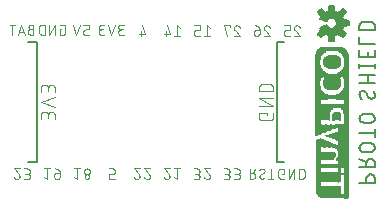
<source format=gbo>
G75*
%MOIN*%
%OFA0B0*%
%FSLAX25Y25*%
%IPPOS*%
%LPD*%
%AMOC8*
5,1,8,0,0,1.08239X$1,22.5*
%
%ADD10C,0.00700*%
%ADD11C,0.00300*%
%ADD12R,0.00028X0.27104*%
%ADD13R,0.00028X0.15540*%
%ADD14R,0.00028X0.00868*%
%ADD15R,0.00028X0.27384*%
%ADD16R,0.00028X0.16772*%
%ADD17R,0.00028X0.27496*%
%ADD18R,0.00028X0.16996*%
%ADD19R,0.00028X0.27580*%
%ADD20R,0.00028X0.17164*%
%ADD21R,0.00028X0.27664*%
%ADD22R,0.00028X0.17304*%
%ADD23R,0.00028X0.27720*%
%ADD24R,0.00028X0.17444*%
%ADD25R,0.00028X0.27804*%
%ADD26R,0.00028X0.17556*%
%ADD27R,0.00028X0.27860*%
%ADD28R,0.00028X0.17668*%
%ADD29R,0.00028X0.27916*%
%ADD30R,0.00028X0.17752*%
%ADD31R,0.00028X0.27944*%
%ADD32R,0.00028X0.17836*%
%ADD33R,0.00028X0.28000*%
%ADD34R,0.00028X0.17948*%
%ADD35R,0.00028X0.28028*%
%ADD36R,0.00028X0.18032*%
%ADD37R,0.00028X0.28084*%
%ADD38R,0.00028X0.18060*%
%ADD39R,0.00028X0.28084*%
%ADD40R,0.00028X0.18144*%
%ADD41R,0.00028X0.28140*%
%ADD42R,0.00028X0.18200*%
%ADD43R,0.00028X0.28168*%
%ADD44R,0.00028X0.18284*%
%ADD45R,0.00028X0.28196*%
%ADD46R,0.00028X0.18340*%
%ADD47R,0.00028X0.18396*%
%ADD48R,0.00028X0.28252*%
%ADD49R,0.00028X0.18452*%
%ADD50R,0.00028X0.28280*%
%ADD51R,0.00028X0.18508*%
%ADD52R,0.00028X0.28308*%
%ADD53R,0.00028X0.18564*%
%ADD54R,0.00028X0.28336*%
%ADD55R,0.00028X0.18620*%
%ADD56R,0.00028X0.18648*%
%ADD57R,0.00028X0.28364*%
%ADD58R,0.00028X0.18704*%
%ADD59R,0.00028X0.28364*%
%ADD60R,0.00028X0.18760*%
%ADD61R,0.00028X0.28392*%
%ADD62R,0.00028X0.18788*%
%ADD63R,0.00028X0.18816*%
%ADD64R,0.00028X0.28448*%
%ADD65R,0.00028X0.18872*%
%ADD66R,0.00028X0.28476*%
%ADD67R,0.00028X0.18900*%
%ADD68R,0.00028X0.28448*%
%ADD69R,0.00028X0.18956*%
%ADD70R,0.00028X0.28476*%
%ADD71R,0.00028X0.18984*%
%ADD72R,0.00028X0.28504*%
%ADD73R,0.00028X0.19040*%
%ADD74R,0.00028X0.19068*%
%ADD75R,0.00028X0.28532*%
%ADD76R,0.00028X0.19096*%
%ADD77R,0.00028X0.19152*%
%ADD78R,0.00028X0.28560*%
%ADD79R,0.00028X0.28588*%
%ADD80R,0.00028X0.19208*%
%ADD81R,0.00028X0.28560*%
%ADD82R,0.00028X0.19236*%
%ADD83R,0.00028X0.19264*%
%ADD84R,0.00028X0.19292*%
%ADD85R,0.00028X0.28616*%
%ADD86R,0.00028X0.19320*%
%ADD87R,0.00028X0.19348*%
%ADD88R,0.00028X0.19404*%
%ADD89R,0.00028X0.28644*%
%ADD90R,0.00028X0.19404*%
%ADD91R,0.00028X0.28644*%
%ADD92R,0.00028X0.19432*%
%ADD93R,0.00028X0.19460*%
%ADD94R,0.00028X0.19488*%
%ADD95R,0.00028X0.16352*%
%ADD96R,0.00028X0.06244*%
%ADD97R,0.00028X0.04200*%
%ADD98R,0.00028X0.19516*%
%ADD99R,0.00028X0.16128*%
%ADD100R,0.00028X0.05740*%
%ADD101R,0.00028X0.04004*%
%ADD102R,0.00028X0.19544*%
%ADD103R,0.00028X0.15932*%
%ADD104R,0.00028X0.05348*%
%ADD105R,0.00028X0.03780*%
%ADD106R,0.00028X0.19572*%
%ADD107R,0.00028X0.15764*%
%ADD108R,0.00028X0.05068*%
%ADD109R,0.00028X0.03696*%
%ADD110R,0.00028X0.03556*%
%ADD111R,0.00028X0.03164*%
%ADD112R,0.00028X0.01512*%
%ADD113R,0.00028X0.02576*%
%ADD114R,0.00028X0.02996*%
%ADD115R,0.00028X0.03136*%
%ADD116R,0.00028X0.05432*%
%ADD117R,0.00028X0.04172*%
%ADD118R,0.00028X0.04816*%
%ADD119R,0.00028X0.03556*%
%ADD120R,0.00028X0.03584*%
%ADD121R,0.00028X0.03024*%
%ADD122R,0.00028X0.04032*%
%ADD123R,0.00028X0.04592*%
%ADD124R,0.00028X0.03472*%
%ADD125R,0.00028X0.03108*%
%ADD126R,0.00028X0.03948*%
%ADD127R,0.00028X0.04396*%
%ADD128R,0.00028X0.03388*%
%ADD129R,0.00028X0.03612*%
%ADD130R,0.00028X0.03864*%
%ADD131R,0.00028X0.03332*%
%ADD132R,0.00028X0.03612*%
%ADD133R,0.00028X0.03164*%
%ADD134R,0.00028X0.01512*%
%ADD135R,0.00028X0.02576*%
%ADD136R,0.00028X0.03024*%
%ADD137R,0.00028X0.03080*%
%ADD138R,0.00028X0.05432*%
%ADD139R,0.00028X0.04032*%
%ADD140R,0.00028X0.03248*%
%ADD141R,0.00028X0.03640*%
%ADD142R,0.00028X0.03080*%
%ADD143R,0.00028X0.03192*%
%ADD144R,0.00028X0.03640*%
%ADD145R,0.00028X0.03724*%
%ADD146R,0.00028X0.03668*%
%ADD147R,0.00028X0.03052*%
%ADD148R,0.00028X0.03500*%
%ADD149R,0.00028X0.02968*%
%ADD150R,0.00028X0.03444*%
%ADD151R,0.00028X0.03220*%
%ADD152R,0.00028X0.02940*%
%ADD153R,0.00028X0.03696*%
%ADD154R,0.00028X0.02968*%
%ADD155R,0.00028X0.03332*%
%ADD156R,0.00028X0.03108*%
%ADD157R,0.00028X0.02884*%
%ADD158R,0.00028X0.03276*%
%ADD159R,0.00028X0.02856*%
%ADD160R,0.00028X0.03248*%
%ADD161R,0.00028X0.02800*%
%ADD162R,0.00028X0.02912*%
%ADD163R,0.00028X0.02828*%
%ADD164R,0.00028X0.02744*%
%ADD165R,0.00028X0.03752*%
%ADD166R,0.00028X0.02716*%
%ADD167R,0.00028X0.02884*%
%ADD168R,0.00028X0.02660*%
%ADD169R,0.00028X0.02688*%
%ADD170R,0.00028X0.03752*%
%ADD171R,0.00028X0.02940*%
%ADD172R,0.00028X0.03052*%
%ADD173R,0.00028X0.02660*%
%ADD174R,0.00028X0.02632*%
%ADD175R,0.00028X0.02604*%
%ADD176R,0.00028X0.03780*%
%ADD177R,0.00028X0.02940*%
%ADD178R,0.00028X0.02548*%
%ADD179R,0.00028X0.02548*%
%ADD180R,0.00028X0.02828*%
%ADD181R,0.00028X0.02912*%
%ADD182R,0.00028X0.02492*%
%ADD183R,0.00028X0.02520*%
%ADD184R,0.00028X0.02856*%
%ADD185R,0.00028X0.02464*%
%ADD186R,0.00028X0.03808*%
%ADD187R,0.00028X0.02828*%
%ADD188R,0.00028X0.02828*%
%ADD189R,0.00028X0.02464*%
%ADD190R,0.00028X0.03808*%
%ADD191R,0.00028X0.02408*%
%ADD192R,0.00028X0.02436*%
%ADD193R,0.00028X0.02772*%
%ADD194R,0.00028X0.02380*%
%ADD195R,0.00028X0.02352*%
%ADD196R,0.00028X0.03836*%
%ADD197R,0.00028X0.02324*%
%ADD198R,0.00028X0.02296*%
%ADD199R,0.00028X0.03836*%
%ADD200R,0.00028X0.02744*%
%ADD201R,0.00028X0.02296*%
%ADD202R,0.00028X0.02268*%
%ADD203R,0.00028X0.02212*%
%ADD204R,0.00028X0.02240*%
%ADD205R,0.00028X0.02184*%
%ADD206R,0.00028X0.02212*%
%ADD207R,0.00028X0.02156*%
%ADD208R,0.00028X0.02128*%
%ADD209R,0.00028X0.02128*%
%ADD210R,0.00028X0.03864*%
%ADD211R,0.00028X0.02436*%
%ADD212R,0.00028X0.02100*%
%ADD213R,0.00028X0.02128*%
%ADD214R,0.00028X0.02100*%
%ADD215R,0.00028X0.02632*%
%ADD216R,0.00028X0.02072*%
%ADD217R,0.00028X0.00728*%
%ADD218R,0.00028X0.02044*%
%ADD219R,0.00028X0.00616*%
%ADD220R,0.00028X0.01148*%
%ADD221R,0.00028X0.02016*%
%ADD222R,0.00028X0.01008*%
%ADD223R,0.00028X0.01428*%
%ADD224R,0.00028X0.01288*%
%ADD225R,0.00028X0.02604*%
%ADD226R,0.00028X0.02688*%
%ADD227R,0.00028X0.01680*%
%ADD228R,0.00028X0.01988*%
%ADD229R,0.00028X0.02576*%
%ADD230R,0.00028X0.01876*%
%ADD231R,0.00028X0.01960*%
%ADD232R,0.00028X0.01680*%
%ADD233R,0.00028X0.01848*%
%ADD234R,0.00028X0.01932*%
%ADD235R,0.00028X0.01904*%
%ADD236R,0.00028X0.02184*%
%ADD237R,0.00028X0.02240*%
%ADD238R,0.00028X0.02520*%
%ADD239R,0.00028X0.02184*%
%ADD240R,0.00028X0.01904*%
%ADD241R,0.00028X0.02352*%
%ADD242R,0.00028X0.01848*%
%ADD243R,0.00028X0.02520*%
%ADD244R,0.00028X0.02156*%
%ADD245R,0.00028X0.01848*%
%ADD246R,0.00028X0.01820*%
%ADD247R,0.00028X0.02492*%
%ADD248R,0.00028X0.01792*%
%ADD249R,0.00028X0.01820*%
%ADD250R,0.00028X0.02464*%
%ADD251R,0.00028X0.03192*%
%ADD252R,0.00028X0.01764*%
%ADD253R,0.00028X0.02464*%
%ADD254R,0.00028X0.02576*%
%ADD255R,0.00028X0.02072*%
%ADD256R,0.00028X0.03304*%
%ADD257R,0.00028X0.01820*%
%ADD258R,0.00028X0.02856*%
%ADD259R,0.00028X0.01736*%
%ADD260R,0.00028X0.01792*%
%ADD261R,0.00028X0.01736*%
%ADD262R,0.00028X0.05264*%
%ADD263R,0.00028X0.01708*%
%ADD264R,0.00028X0.05292*%
%ADD265R,0.00028X0.01988*%
%ADD266R,0.00028X0.05320*%
%ADD267R,0.00028X0.05348*%
%ADD268R,0.00028X0.01652*%
%ADD269R,0.00028X0.02380*%
%ADD270R,0.00028X0.00028*%
%ADD271R,0.00028X0.02492*%
%ADD272R,0.00028X0.01960*%
%ADD273R,0.00028X0.05376*%
%ADD274R,0.00028X0.01624*%
%ADD275R,0.00028X0.00084*%
%ADD276R,0.00028X0.05348*%
%ADD277R,0.00028X0.03360*%
%ADD278R,0.00028X0.01624*%
%ADD279R,0.00028X0.05376*%
%ADD280R,0.00028X0.03416*%
%ADD281R,0.00028X0.01596*%
%ADD282R,0.00028X0.00112*%
%ADD283R,0.00028X0.05376*%
%ADD284R,0.00028X0.05404*%
%ADD285R,0.00028X0.01568*%
%ADD286R,0.00028X0.00140*%
%ADD287R,0.00028X0.01876*%
%ADD288R,0.00028X0.03528*%
%ADD289R,0.00028X0.02324*%
%ADD290R,0.00028X0.00168*%
%ADD291R,0.00028X0.01876*%
%ADD292R,0.00028X0.03584*%
%ADD293R,0.00028X0.01540*%
%ADD294R,0.00028X0.00168*%
%ADD295R,0.00028X0.01540*%
%ADD296R,0.00028X0.00196*%
%ADD297R,0.00028X0.01512*%
%ADD298R,0.00028X0.00224*%
%ADD299R,0.00028X0.05460*%
%ADD300R,0.00028X0.01484*%
%ADD301R,0.00028X0.00252*%
%ADD302R,0.00028X0.02240*%
%ADD303R,0.00028X0.00280*%
%ADD304R,0.00028X0.01792*%
%ADD305R,0.00028X0.05460*%
%ADD306R,0.00028X0.01456*%
%ADD307R,0.00028X0.00280*%
%ADD308R,0.00028X0.05488*%
%ADD309R,0.00028X0.01456*%
%ADD310R,0.00028X0.00336*%
%ADD311R,0.00028X0.01764*%
%ADD312R,0.00028X0.03920*%
%ADD313R,0.00028X0.01428*%
%ADD314R,0.00028X0.00364*%
%ADD315R,0.00028X0.03976*%
%ADD316R,0.00028X0.01400*%
%ADD317R,0.00028X0.02184*%
%ADD318R,0.00028X0.00392*%
%ADD319R,0.00028X0.05488*%
%ADD320R,0.00028X0.03976*%
%ADD321R,0.00028X0.01400*%
%ADD322R,0.00028X0.00392*%
%ADD323R,0.00028X0.00420*%
%ADD324R,0.00028X0.05516*%
%ADD325R,0.00028X0.01372*%
%ADD326R,0.00028X0.00448*%
%ADD327R,0.00028X0.04088*%
%ADD328R,0.00028X0.00476*%
%ADD329R,0.00028X0.04144*%
%ADD330R,0.00028X0.01344*%
%ADD331R,0.00028X0.00504*%
%ADD332R,0.00028X0.00532*%
%ADD333R,0.00028X0.02212*%
%ADD334R,0.00028X0.05516*%
%ADD335R,0.00028X0.04172*%
%ADD336R,0.00028X0.01344*%
%ADD337R,0.00028X0.00532*%
%ADD338R,0.00028X0.01316*%
%ADD339R,0.00028X0.05544*%
%ADD340R,0.00028X0.00588*%
%ADD341R,0.00028X0.04256*%
%ADD342R,0.00028X0.02016*%
%ADD343R,0.00028X0.00644*%
%ADD344R,0.00028X0.02156*%
%ADD345R,0.00028X0.05544*%
%ADD346R,0.00028X0.04312*%
%ADD347R,0.00028X0.01288*%
%ADD348R,0.00028X0.00644*%
%ADD349R,0.00028X0.04312*%
%ADD350R,0.00028X0.01260*%
%ADD351R,0.00028X0.00700*%
%ADD352R,0.00028X0.04368*%
%ADD353R,0.00028X0.00756*%
%ADD354R,0.00028X0.01568*%
%ADD355R,0.00028X0.04424*%
%ADD356R,0.00028X0.01232*%
%ADD357R,0.00028X0.00756*%
%ADD358R,0.00028X0.04424*%
%ADD359R,0.00028X0.01232*%
%ADD360R,0.00028X0.00784*%
%ADD361R,0.00028X0.05572*%
%ADD362R,0.00028X0.00812*%
%ADD363R,0.00028X0.04480*%
%ADD364R,0.00028X0.00840*%
%ADD365R,0.00028X0.01540*%
%ADD366R,0.00028X0.01876*%
%ADD367R,0.00028X0.00868*%
%ADD368R,0.00028X0.02044*%
%ADD369R,0.00028X0.01540*%
%ADD370R,0.00028X0.05572*%
%ADD371R,0.00028X0.04480*%
%ADD372R,0.00028X0.01204*%
%ADD373R,0.00028X0.01204*%
%ADD374R,0.00028X0.00896*%
%ADD375R,0.00028X0.04508*%
%ADD376R,0.00028X0.00924*%
%ADD377R,0.00028X0.04536*%
%ADD378R,0.00028X0.00952*%
%ADD379R,0.00028X0.01176*%
%ADD380R,0.00028X0.04228*%
%ADD381R,0.00028X0.00980*%
%ADD382R,0.00028X0.01820*%
%ADD383R,0.00028X0.01008*%
%ADD384R,0.00028X0.03220*%
%ADD385R,0.00028X0.04564*%
%ADD386R,0.00028X0.01176*%
%ADD387R,0.00028X0.04592*%
%ADD388R,0.00028X0.01036*%
%ADD389R,0.00028X0.01064*%
%ADD390R,0.00028X0.01484*%
%ADD391R,0.00028X0.01092*%
%ADD392R,0.00028X0.01120*%
%ADD393R,0.00028X0.01484*%
%ADD394R,0.00028X0.04620*%
%ADD395R,0.00028X0.01148*%
%ADD396R,0.00028X0.01120*%
%ADD397R,0.00028X0.04620*%
%ADD398R,0.00028X0.04648*%
%ADD399R,0.00028X0.02212*%
%ADD400R,0.00028X0.04648*%
%ADD401R,0.00028X0.01456*%
%ADD402R,0.00028X0.04676*%
%ADD403R,0.00028X0.02548*%
%ADD404R,0.00028X0.01596*%
%ADD405R,0.00028X0.01764*%
%ADD406R,0.00028X0.01456*%
%ADD407R,0.00028X0.04704*%
%ADD408R,0.00028X0.04704*%
%ADD409R,0.00028X0.05600*%
%ADD410R,0.00028X0.02520*%
%ADD411R,0.00028X0.01512*%
%ADD412R,0.00028X0.05600*%
%ADD413R,0.00028X0.01372*%
%ADD414R,0.00028X0.01428*%
%ADD415R,0.00028X0.02156*%
%ADD416R,0.00028X0.01260*%
%ADD417R,0.00028X0.02716*%
%ADD418R,0.00028X0.04564*%
%ADD419R,0.00028X0.02772*%
%ADD420R,0.00028X0.04508*%
%ADD421R,0.00028X0.04452*%
%ADD422R,0.00028X0.02492*%
%ADD423R,0.00028X0.00028*%
%ADD424R,0.00028X0.00112*%
%ADD425R,0.00028X0.01148*%
%ADD426R,0.00028X0.04340*%
%ADD427R,0.00028X0.00196*%
%ADD428R,0.00028X0.01092*%
%ADD429R,0.00028X0.01148*%
%ADD430R,0.00028X0.00392*%
%ADD431R,0.00028X0.00420*%
%ADD432R,0.00028X0.01036*%
%ADD433R,0.00028X0.04200*%
%ADD434R,0.00028X0.01316*%
%ADD435R,0.00028X0.04116*%
%ADD436R,0.00028X0.00700*%
%ADD437R,0.00028X0.01428*%
%ADD438R,0.00028X0.00980*%
%ADD439R,0.00028X0.01708*%
%ADD440R,0.00028X0.01120*%
%ADD441R,0.00028X0.00896*%
%ADD442R,0.00028X0.02800*%
%ADD443R,0.00028X0.05404*%
%ADD444R,0.00028X0.08652*%
%ADD445R,0.00028X0.08848*%
%ADD446R,0.00028X0.08764*%
%ADD447R,0.00028X0.08932*%
%ADD448R,0.00028X0.08876*%
%ADD449R,0.00028X0.09072*%
%ADD450R,0.00028X0.03612*%
%ADD451R,0.00028X0.09016*%
%ADD452R,0.00028X0.09212*%
%ADD453R,0.00028X0.09268*%
%ADD454R,0.00028X0.09464*%
%ADD455R,0.00028X0.19124*%
%ADD456R,0.00028X0.05320*%
%ADD457R,0.00028X0.19124*%
%ADD458R,0.00028X0.05320*%
%ADD459R,0.00028X0.03360*%
%ADD460R,0.00028X0.03304*%
%ADD461R,0.00028X0.05292*%
%ADD462R,0.00028X0.03192*%
%ADD463R,0.00028X0.02884*%
%ADD464R,0.00028X0.01904*%
%ADD465R,0.00028X0.16800*%
%ADD466R,0.00028X0.01176*%
%ADD467R,0.00028X0.14532*%
%ADD468R,0.00028X0.00812*%
%ADD469R,0.00028X0.14504*%
%ADD470R,0.00028X0.00840*%
%ADD471R,0.00028X0.14504*%
%ADD472R,0.00028X0.01652*%
%ADD473R,0.00028X0.02128*%
%ADD474R,0.00028X0.01848*%
%ADD475R,0.00028X0.02268*%
%ADD476R,0.00028X0.02548*%
%ADD477R,0.00028X0.03220*%
%ADD478R,0.00028X0.03248*%
%ADD479R,0.00028X0.03612*%
%ADD480R,0.00028X0.03724*%
%ADD481R,0.00028X0.03920*%
%ADD482R,0.00028X0.04060*%
%ADD483R,0.00028X0.04256*%
%ADD484R,0.00028X0.04284*%
%ADD485R,0.00028X0.08512*%
%ADD486R,0.00028X0.09828*%
%ADD487R,0.00028X0.05096*%
%ADD488R,0.00028X0.08512*%
%ADD489R,0.00028X0.27356*%
%ADD490R,0.00028X0.27608*%
%ADD491R,0.00028X0.08540*%
%ADD492R,0.00028X0.06300*%
%ADD493R,0.00028X0.49840*%
%ADD494R,0.00028X0.49812*%
%ADD495R,0.00028X0.49784*%
%ADD496R,0.00028X0.49756*%
%ADD497R,0.00028X0.49728*%
%ADD498R,0.00028X0.49700*%
%ADD499R,0.00028X0.49672*%
%ADD500R,0.00028X0.49644*%
%ADD501R,0.00028X0.49616*%
%ADD502R,0.00028X0.49588*%
%ADD503R,0.00028X0.49560*%
%ADD504R,0.00028X0.49532*%
%ADD505R,0.00028X0.49504*%
%ADD506R,0.00028X0.49448*%
%ADD507R,0.00028X0.49420*%
%ADD508R,0.00028X0.49392*%
%ADD509R,0.00028X0.49364*%
%ADD510R,0.00028X0.49336*%
%ADD511R,0.00028X0.49308*%
%ADD512R,0.00028X0.49252*%
%ADD513R,0.00028X0.49224*%
%ADD514R,0.00028X0.49196*%
%ADD515R,0.00028X0.49140*%
%ADD516R,0.00028X0.49112*%
%ADD517R,0.00028X0.49056*%
%ADD518R,0.00028X0.49000*%
%ADD519R,0.00028X0.48972*%
%ADD520R,0.00028X0.48916*%
%ADD521R,0.00028X0.48860*%
%ADD522R,0.00028X0.48804*%
%ADD523R,0.00028X0.48748*%
%ADD524R,0.00028X0.48692*%
%ADD525R,0.00028X0.48608*%
%ADD526R,0.00028X0.48524*%
%ADD527R,0.00028X0.48468*%
%ADD528R,0.00028X0.48356*%
%ADD529R,0.00028X0.48244*%
%ADD530R,0.00028X0.48104*%
%ADD531R,0.00028X0.47908*%
%ADD532C,0.00800*%
%ADD533C,0.00400*%
%ADD534C,0.00591*%
D10*
X0124350Y0027074D02*
X0129450Y0027074D01*
X0129450Y0028491D01*
X0129448Y0028565D01*
X0129442Y0028639D01*
X0129433Y0028713D01*
X0129419Y0028786D01*
X0129402Y0028858D01*
X0129381Y0028929D01*
X0129356Y0028999D01*
X0129327Y0029067D01*
X0129296Y0029134D01*
X0129260Y0029200D01*
X0129221Y0029263D01*
X0129179Y0029324D01*
X0129134Y0029383D01*
X0129086Y0029439D01*
X0129035Y0029493D01*
X0128981Y0029544D01*
X0128925Y0029592D01*
X0128866Y0029637D01*
X0128805Y0029679D01*
X0128742Y0029718D01*
X0128676Y0029754D01*
X0128609Y0029785D01*
X0128541Y0029814D01*
X0128471Y0029839D01*
X0128400Y0029860D01*
X0128328Y0029877D01*
X0128255Y0029891D01*
X0128181Y0029900D01*
X0128107Y0029906D01*
X0128033Y0029908D01*
X0127959Y0029906D01*
X0127885Y0029900D01*
X0127811Y0029891D01*
X0127738Y0029877D01*
X0127666Y0029860D01*
X0127595Y0029839D01*
X0127525Y0029814D01*
X0127457Y0029785D01*
X0127390Y0029754D01*
X0127325Y0029718D01*
X0127261Y0029679D01*
X0127200Y0029637D01*
X0127141Y0029592D01*
X0127085Y0029544D01*
X0127031Y0029493D01*
X0126980Y0029439D01*
X0126932Y0029383D01*
X0126887Y0029324D01*
X0126845Y0029263D01*
X0126806Y0029200D01*
X0126770Y0029134D01*
X0126739Y0029067D01*
X0126710Y0028999D01*
X0126685Y0028929D01*
X0126664Y0028858D01*
X0126647Y0028786D01*
X0126633Y0028713D01*
X0126624Y0028639D01*
X0126618Y0028565D01*
X0126616Y0028491D01*
X0126617Y0028491D02*
X0126617Y0027074D01*
X0126617Y0032239D02*
X0126617Y0033656D01*
X0126617Y0033939D02*
X0124350Y0035072D01*
X0125767Y0037417D02*
X0128033Y0037417D01*
X0128107Y0037419D01*
X0128181Y0037425D01*
X0128255Y0037434D01*
X0128328Y0037448D01*
X0128400Y0037465D01*
X0128471Y0037486D01*
X0128541Y0037511D01*
X0128609Y0037540D01*
X0128676Y0037571D01*
X0128742Y0037607D01*
X0128805Y0037646D01*
X0128866Y0037688D01*
X0128925Y0037733D01*
X0128981Y0037781D01*
X0129035Y0037832D01*
X0129086Y0037886D01*
X0129134Y0037942D01*
X0129179Y0038001D01*
X0129221Y0038062D01*
X0129260Y0038126D01*
X0129296Y0038191D01*
X0129327Y0038258D01*
X0129356Y0038326D01*
X0129381Y0038396D01*
X0129402Y0038467D01*
X0129419Y0038539D01*
X0129433Y0038612D01*
X0129442Y0038686D01*
X0129448Y0038760D01*
X0129450Y0038834D01*
X0129448Y0038908D01*
X0129442Y0038982D01*
X0129433Y0039056D01*
X0129419Y0039129D01*
X0129402Y0039201D01*
X0129381Y0039272D01*
X0129356Y0039342D01*
X0129327Y0039410D01*
X0129296Y0039477D01*
X0129260Y0039543D01*
X0129221Y0039606D01*
X0129179Y0039667D01*
X0129134Y0039726D01*
X0129086Y0039782D01*
X0129035Y0039836D01*
X0128981Y0039887D01*
X0128925Y0039935D01*
X0128866Y0039980D01*
X0128805Y0040022D01*
X0128741Y0040061D01*
X0128676Y0040097D01*
X0128609Y0040128D01*
X0128541Y0040157D01*
X0128471Y0040182D01*
X0128400Y0040203D01*
X0128328Y0040220D01*
X0128255Y0040234D01*
X0128181Y0040243D01*
X0128107Y0040249D01*
X0128033Y0040251D01*
X0128033Y0040250D02*
X0125767Y0040250D01*
X0125767Y0040251D02*
X0125693Y0040249D01*
X0125619Y0040243D01*
X0125545Y0040234D01*
X0125472Y0040220D01*
X0125400Y0040203D01*
X0125329Y0040182D01*
X0125259Y0040157D01*
X0125191Y0040128D01*
X0125124Y0040097D01*
X0125059Y0040061D01*
X0124995Y0040022D01*
X0124934Y0039980D01*
X0124875Y0039935D01*
X0124819Y0039887D01*
X0124765Y0039836D01*
X0124714Y0039782D01*
X0124666Y0039726D01*
X0124621Y0039667D01*
X0124579Y0039606D01*
X0124540Y0039543D01*
X0124504Y0039477D01*
X0124473Y0039410D01*
X0124444Y0039342D01*
X0124419Y0039272D01*
X0124398Y0039201D01*
X0124381Y0039129D01*
X0124367Y0039056D01*
X0124358Y0038982D01*
X0124352Y0038908D01*
X0124350Y0038834D01*
X0124352Y0038760D01*
X0124358Y0038686D01*
X0124367Y0038612D01*
X0124381Y0038539D01*
X0124398Y0038467D01*
X0124419Y0038396D01*
X0124444Y0038326D01*
X0124473Y0038258D01*
X0124504Y0038191D01*
X0124540Y0038126D01*
X0124579Y0038062D01*
X0124621Y0038001D01*
X0124666Y0037942D01*
X0124714Y0037886D01*
X0124765Y0037832D01*
X0124819Y0037781D01*
X0124875Y0037733D01*
X0124934Y0037688D01*
X0124995Y0037646D01*
X0125059Y0037607D01*
X0125124Y0037571D01*
X0125191Y0037540D01*
X0125259Y0037511D01*
X0125329Y0037486D01*
X0125400Y0037465D01*
X0125472Y0037448D01*
X0125545Y0037434D01*
X0125619Y0037425D01*
X0125693Y0037419D01*
X0125767Y0037417D01*
X0126616Y0033656D02*
X0126618Y0033730D01*
X0126624Y0033804D01*
X0126633Y0033878D01*
X0126647Y0033951D01*
X0126664Y0034023D01*
X0126685Y0034094D01*
X0126710Y0034164D01*
X0126739Y0034232D01*
X0126770Y0034299D01*
X0126806Y0034365D01*
X0126845Y0034428D01*
X0126887Y0034489D01*
X0126932Y0034548D01*
X0126980Y0034604D01*
X0127031Y0034658D01*
X0127085Y0034709D01*
X0127141Y0034757D01*
X0127200Y0034802D01*
X0127261Y0034844D01*
X0127325Y0034883D01*
X0127390Y0034919D01*
X0127457Y0034950D01*
X0127525Y0034979D01*
X0127595Y0035004D01*
X0127666Y0035025D01*
X0127738Y0035042D01*
X0127811Y0035056D01*
X0127885Y0035065D01*
X0127959Y0035071D01*
X0128033Y0035073D01*
X0128107Y0035071D01*
X0128181Y0035065D01*
X0128255Y0035056D01*
X0128328Y0035042D01*
X0128400Y0035025D01*
X0128471Y0035004D01*
X0128541Y0034979D01*
X0128609Y0034950D01*
X0128676Y0034919D01*
X0128742Y0034883D01*
X0128805Y0034844D01*
X0128866Y0034802D01*
X0128925Y0034757D01*
X0128981Y0034709D01*
X0129035Y0034658D01*
X0129086Y0034604D01*
X0129134Y0034548D01*
X0129179Y0034489D01*
X0129221Y0034428D01*
X0129260Y0034365D01*
X0129296Y0034299D01*
X0129327Y0034232D01*
X0129356Y0034164D01*
X0129381Y0034094D01*
X0129402Y0034023D01*
X0129419Y0033951D01*
X0129433Y0033878D01*
X0129442Y0033804D01*
X0129448Y0033730D01*
X0129450Y0033656D01*
X0129450Y0032239D01*
X0124350Y0032239D01*
X0129450Y0042289D02*
X0129450Y0045122D01*
X0129450Y0043706D02*
X0124350Y0043706D01*
X0125767Y0047161D02*
X0128033Y0047161D01*
X0128107Y0047163D01*
X0128181Y0047169D01*
X0128255Y0047178D01*
X0128328Y0047192D01*
X0128400Y0047209D01*
X0128471Y0047230D01*
X0128541Y0047255D01*
X0128609Y0047284D01*
X0128676Y0047315D01*
X0128742Y0047351D01*
X0128805Y0047390D01*
X0128866Y0047432D01*
X0128925Y0047477D01*
X0128981Y0047525D01*
X0129035Y0047576D01*
X0129086Y0047630D01*
X0129134Y0047686D01*
X0129179Y0047745D01*
X0129221Y0047806D01*
X0129260Y0047870D01*
X0129296Y0047935D01*
X0129327Y0048002D01*
X0129356Y0048070D01*
X0129381Y0048140D01*
X0129402Y0048211D01*
X0129419Y0048283D01*
X0129433Y0048356D01*
X0129442Y0048430D01*
X0129448Y0048504D01*
X0129450Y0048578D01*
X0129448Y0048652D01*
X0129442Y0048726D01*
X0129433Y0048800D01*
X0129419Y0048873D01*
X0129402Y0048945D01*
X0129381Y0049016D01*
X0129356Y0049086D01*
X0129327Y0049154D01*
X0129296Y0049221D01*
X0129260Y0049287D01*
X0129221Y0049350D01*
X0129179Y0049411D01*
X0129134Y0049470D01*
X0129086Y0049526D01*
X0129035Y0049580D01*
X0128981Y0049631D01*
X0128925Y0049679D01*
X0128866Y0049724D01*
X0128805Y0049766D01*
X0128741Y0049805D01*
X0128676Y0049841D01*
X0128609Y0049872D01*
X0128541Y0049901D01*
X0128471Y0049926D01*
X0128400Y0049947D01*
X0128328Y0049964D01*
X0128255Y0049978D01*
X0128181Y0049987D01*
X0128107Y0049993D01*
X0128033Y0049995D01*
X0128033Y0049994D02*
X0125767Y0049994D01*
X0125767Y0049995D02*
X0125693Y0049993D01*
X0125619Y0049987D01*
X0125545Y0049978D01*
X0125472Y0049964D01*
X0125400Y0049947D01*
X0125329Y0049926D01*
X0125259Y0049901D01*
X0125191Y0049872D01*
X0125124Y0049841D01*
X0125059Y0049805D01*
X0124995Y0049766D01*
X0124934Y0049724D01*
X0124875Y0049679D01*
X0124819Y0049631D01*
X0124765Y0049580D01*
X0124714Y0049526D01*
X0124666Y0049470D01*
X0124621Y0049411D01*
X0124579Y0049350D01*
X0124540Y0049287D01*
X0124504Y0049221D01*
X0124473Y0049154D01*
X0124444Y0049086D01*
X0124419Y0049016D01*
X0124398Y0048945D01*
X0124381Y0048873D01*
X0124367Y0048800D01*
X0124358Y0048726D01*
X0124352Y0048652D01*
X0124350Y0048578D01*
X0124352Y0048504D01*
X0124358Y0048430D01*
X0124367Y0048356D01*
X0124381Y0048283D01*
X0124398Y0048211D01*
X0124419Y0048140D01*
X0124444Y0048070D01*
X0124473Y0048002D01*
X0124504Y0047935D01*
X0124540Y0047870D01*
X0124579Y0047806D01*
X0124621Y0047745D01*
X0124666Y0047686D01*
X0124714Y0047630D01*
X0124765Y0047576D01*
X0124819Y0047525D01*
X0124875Y0047477D01*
X0124934Y0047432D01*
X0124995Y0047390D01*
X0125059Y0047351D01*
X0125124Y0047315D01*
X0125191Y0047284D01*
X0125259Y0047255D01*
X0125329Y0047230D01*
X0125400Y0047209D01*
X0125472Y0047192D01*
X0125545Y0047178D01*
X0125619Y0047169D01*
X0125693Y0047163D01*
X0125767Y0047161D01*
X0127325Y0055699D02*
X0126475Y0057258D01*
X0124350Y0056691D02*
X0124352Y0056597D01*
X0124357Y0056502D01*
X0124367Y0056408D01*
X0124380Y0056315D01*
X0124396Y0056222D01*
X0124417Y0056129D01*
X0124441Y0056038D01*
X0124468Y0055947D01*
X0124500Y0055858D01*
X0124534Y0055770D01*
X0124572Y0055684D01*
X0124614Y0055599D01*
X0124658Y0055516D01*
X0124706Y0055434D01*
X0124758Y0055355D01*
X0124812Y0055277D01*
X0124869Y0055202D01*
X0124929Y0055129D01*
X0124993Y0055059D01*
X0125058Y0054991D01*
X0126475Y0057257D02*
X0126439Y0057314D01*
X0126401Y0057368D01*
X0126359Y0057419D01*
X0126315Y0057469D01*
X0126267Y0057515D01*
X0126218Y0057559D01*
X0126165Y0057600D01*
X0126111Y0057638D01*
X0126054Y0057672D01*
X0125995Y0057704D01*
X0125935Y0057731D01*
X0125873Y0057756D01*
X0125810Y0057776D01*
X0125746Y0057793D01*
X0125681Y0057807D01*
X0125615Y0057816D01*
X0125549Y0057822D01*
X0125483Y0057824D01*
X0125417Y0057822D01*
X0125351Y0057816D01*
X0125286Y0057807D01*
X0125222Y0057793D01*
X0125158Y0057776D01*
X0125095Y0057756D01*
X0125034Y0057731D01*
X0124975Y0057703D01*
X0124917Y0057672D01*
X0124860Y0057638D01*
X0124806Y0057600D01*
X0124755Y0057559D01*
X0124705Y0057515D01*
X0124659Y0057469D01*
X0124615Y0057419D01*
X0124574Y0057368D01*
X0124536Y0057314D01*
X0124502Y0057258D01*
X0124471Y0057199D01*
X0124443Y0057140D01*
X0124418Y0057079D01*
X0124398Y0057016D01*
X0124381Y0056952D01*
X0124367Y0056888D01*
X0124358Y0056823D01*
X0124352Y0056757D01*
X0124350Y0056691D01*
X0129025Y0057541D02*
X0129078Y0057467D01*
X0129128Y0057391D01*
X0129175Y0057312D01*
X0129218Y0057232D01*
X0129257Y0057150D01*
X0129294Y0057066D01*
X0129326Y0056981D01*
X0129355Y0056895D01*
X0129380Y0056807D01*
X0129401Y0056718D01*
X0129419Y0056629D01*
X0129432Y0056539D01*
X0129442Y0056448D01*
X0129448Y0056357D01*
X0129450Y0056266D01*
X0129448Y0056200D01*
X0129442Y0056134D01*
X0129433Y0056069D01*
X0129419Y0056005D01*
X0129402Y0055941D01*
X0129382Y0055878D01*
X0129357Y0055817D01*
X0129329Y0055758D01*
X0129298Y0055700D01*
X0129264Y0055643D01*
X0129226Y0055589D01*
X0129185Y0055538D01*
X0129141Y0055488D01*
X0129095Y0055442D01*
X0129045Y0055398D01*
X0128994Y0055357D01*
X0128940Y0055319D01*
X0128884Y0055285D01*
X0128825Y0055254D01*
X0128766Y0055226D01*
X0128705Y0055201D01*
X0128642Y0055181D01*
X0128578Y0055164D01*
X0128514Y0055150D01*
X0128449Y0055141D01*
X0128383Y0055135D01*
X0128317Y0055133D01*
X0128251Y0055135D01*
X0128185Y0055141D01*
X0128119Y0055150D01*
X0128054Y0055164D01*
X0127990Y0055181D01*
X0127927Y0055201D01*
X0127865Y0055226D01*
X0127805Y0055253D01*
X0127746Y0055285D01*
X0127689Y0055319D01*
X0127635Y0055357D01*
X0127582Y0055398D01*
X0127533Y0055442D01*
X0127485Y0055488D01*
X0127441Y0055538D01*
X0127399Y0055589D01*
X0127361Y0055643D01*
X0127325Y0055700D01*
X0127183Y0060211D02*
X0127183Y0063044D01*
X0129450Y0063044D02*
X0124350Y0063044D01*
X0124350Y0060211D02*
X0129450Y0060211D01*
X0129450Y0065411D02*
X0129450Y0066544D01*
X0129450Y0065978D02*
X0124350Y0065978D01*
X0124350Y0066544D02*
X0124350Y0065411D01*
X0124350Y0068924D02*
X0129450Y0068924D01*
X0129450Y0071190D01*
X0127183Y0070624D02*
X0127183Y0068924D01*
X0124350Y0068924D02*
X0124350Y0071190D01*
X0124350Y0073448D02*
X0124350Y0075714D01*
X0124350Y0077959D02*
X0124350Y0079375D01*
X0124352Y0079449D01*
X0124358Y0079523D01*
X0124367Y0079597D01*
X0124381Y0079670D01*
X0124398Y0079742D01*
X0124419Y0079813D01*
X0124444Y0079883D01*
X0124473Y0079951D01*
X0124504Y0080018D01*
X0124540Y0080084D01*
X0124579Y0080147D01*
X0124621Y0080208D01*
X0124666Y0080267D01*
X0124714Y0080323D01*
X0124765Y0080377D01*
X0124819Y0080428D01*
X0124875Y0080476D01*
X0124934Y0080521D01*
X0124995Y0080563D01*
X0125059Y0080602D01*
X0125124Y0080638D01*
X0125191Y0080669D01*
X0125259Y0080698D01*
X0125329Y0080723D01*
X0125400Y0080744D01*
X0125472Y0080761D01*
X0125545Y0080775D01*
X0125619Y0080784D01*
X0125693Y0080790D01*
X0125767Y0080792D01*
X0128033Y0080792D01*
X0128107Y0080790D01*
X0128181Y0080784D01*
X0128255Y0080775D01*
X0128328Y0080761D01*
X0128400Y0080744D01*
X0128471Y0080723D01*
X0128541Y0080698D01*
X0128609Y0080669D01*
X0128676Y0080638D01*
X0128742Y0080602D01*
X0128805Y0080563D01*
X0128866Y0080521D01*
X0128925Y0080476D01*
X0128981Y0080428D01*
X0129035Y0080377D01*
X0129086Y0080323D01*
X0129134Y0080267D01*
X0129179Y0080208D01*
X0129221Y0080147D01*
X0129260Y0080084D01*
X0129296Y0080018D01*
X0129327Y0079951D01*
X0129356Y0079883D01*
X0129381Y0079813D01*
X0129402Y0079742D01*
X0129419Y0079670D01*
X0129433Y0079597D01*
X0129442Y0079523D01*
X0129448Y0079449D01*
X0129450Y0079375D01*
X0129450Y0077959D01*
X0124350Y0077959D01*
X0124350Y0073448D02*
X0129450Y0073448D01*
D11*
X0013704Y0028333D02*
X0012538Y0028333D01*
X0013704Y0028333D02*
X0013760Y0028335D01*
X0013815Y0028341D01*
X0013869Y0028351D01*
X0013923Y0028365D01*
X0013976Y0028382D01*
X0014027Y0028403D01*
X0014077Y0028428D01*
X0014125Y0028457D01*
X0014170Y0028488D01*
X0014213Y0028523D01*
X0014254Y0028561D01*
X0014292Y0028602D01*
X0014327Y0028645D01*
X0014358Y0028690D01*
X0014387Y0028738D01*
X0014412Y0028788D01*
X0014433Y0028839D01*
X0014450Y0028892D01*
X0014464Y0028946D01*
X0014474Y0029000D01*
X0014480Y0029055D01*
X0014482Y0029111D01*
X0014480Y0029167D01*
X0014474Y0029222D01*
X0014464Y0029276D01*
X0014450Y0029330D01*
X0014433Y0029383D01*
X0014412Y0029434D01*
X0014387Y0029484D01*
X0014358Y0029532D01*
X0014327Y0029577D01*
X0014292Y0029620D01*
X0014254Y0029661D01*
X0014213Y0029699D01*
X0014170Y0029734D01*
X0014125Y0029765D01*
X0014077Y0029794D01*
X0014027Y0029819D01*
X0013976Y0029840D01*
X0013923Y0029857D01*
X0013869Y0029871D01*
X0013815Y0029881D01*
X0013760Y0029887D01*
X0013704Y0029889D01*
X0012927Y0029889D01*
X0013510Y0029889D02*
X0013571Y0029891D01*
X0013632Y0029897D01*
X0013692Y0029906D01*
X0013752Y0029920D01*
X0013810Y0029937D01*
X0013868Y0029957D01*
X0013924Y0029982D01*
X0013978Y0030009D01*
X0014031Y0030040D01*
X0014081Y0030075D01*
X0014130Y0030112D01*
X0014175Y0030152D01*
X0014219Y0030196D01*
X0014259Y0030241D01*
X0014296Y0030290D01*
X0014331Y0030340D01*
X0014362Y0030393D01*
X0014389Y0030447D01*
X0014414Y0030503D01*
X0014434Y0030561D01*
X0014451Y0030619D01*
X0014465Y0030679D01*
X0014474Y0030739D01*
X0014480Y0030800D01*
X0014482Y0030861D01*
X0014480Y0030922D01*
X0014474Y0030983D01*
X0014465Y0031043D01*
X0014451Y0031103D01*
X0014434Y0031161D01*
X0014414Y0031219D01*
X0014389Y0031275D01*
X0014362Y0031329D01*
X0014331Y0031382D01*
X0014296Y0031432D01*
X0014259Y0031481D01*
X0014219Y0031526D01*
X0014175Y0031570D01*
X0014130Y0031610D01*
X0014081Y0031647D01*
X0014031Y0031682D01*
X0013978Y0031713D01*
X0013924Y0031740D01*
X0013868Y0031765D01*
X0013810Y0031785D01*
X0013752Y0031802D01*
X0013692Y0031816D01*
X0013632Y0031825D01*
X0013571Y0031831D01*
X0013510Y0031833D01*
X0012538Y0031833D01*
X0011062Y0031833D02*
X0009118Y0031833D01*
X0010771Y0029889D01*
X0010187Y0028333D02*
X0010123Y0028335D01*
X0010059Y0028340D01*
X0009995Y0028349D01*
X0009932Y0028362D01*
X0009870Y0028379D01*
X0009809Y0028398D01*
X0009749Y0028422D01*
X0009691Y0028448D01*
X0009634Y0028478D01*
X0009579Y0028512D01*
X0009526Y0028548D01*
X0009475Y0028587D01*
X0009427Y0028629D01*
X0009380Y0028674D01*
X0009337Y0028721D01*
X0009296Y0028771D01*
X0009259Y0028823D01*
X0009224Y0028877D01*
X0009192Y0028933D01*
X0009164Y0028991D01*
X0009139Y0029050D01*
X0009118Y0029111D01*
X0010770Y0029889D02*
X0010811Y0029847D01*
X0010850Y0029803D01*
X0010885Y0029756D01*
X0010918Y0029708D01*
X0010948Y0029657D01*
X0010974Y0029605D01*
X0010997Y0029551D01*
X0011017Y0029496D01*
X0011033Y0029440D01*
X0011046Y0029383D01*
X0011055Y0029325D01*
X0011060Y0029267D01*
X0011062Y0029208D01*
X0011060Y0029151D01*
X0011055Y0029094D01*
X0011045Y0029037D01*
X0011032Y0028982D01*
X0011016Y0028927D01*
X0010995Y0028873D01*
X0010972Y0028821D01*
X0010945Y0028771D01*
X0010915Y0028722D01*
X0010881Y0028675D01*
X0010845Y0028631D01*
X0010806Y0028589D01*
X0010764Y0028550D01*
X0010720Y0028514D01*
X0010673Y0028480D01*
X0010625Y0028450D01*
X0010574Y0028423D01*
X0010522Y0028400D01*
X0010468Y0028379D01*
X0010413Y0028363D01*
X0010358Y0028350D01*
X0010301Y0028340D01*
X0010244Y0028335D01*
X0010187Y0028333D01*
X0019118Y0029111D02*
X0020090Y0028333D01*
X0020090Y0031833D01*
X0019118Y0031833D02*
X0021062Y0031833D01*
X0022927Y0031834D02*
X0023003Y0031832D01*
X0023080Y0031827D01*
X0023155Y0031817D01*
X0023231Y0031804D01*
X0023305Y0031787D01*
X0023379Y0031767D01*
X0023451Y0031743D01*
X0023522Y0031716D01*
X0023592Y0031685D01*
X0023660Y0031650D01*
X0023727Y0031613D01*
X0023791Y0031572D01*
X0023854Y0031528D01*
X0023914Y0031481D01*
X0023972Y0031431D01*
X0024027Y0031378D01*
X0024080Y0031323D01*
X0024130Y0031265D01*
X0024177Y0031205D01*
X0024221Y0031142D01*
X0024262Y0031078D01*
X0024299Y0031011D01*
X0024334Y0030943D01*
X0024365Y0030873D01*
X0024392Y0030802D01*
X0024416Y0030730D01*
X0024436Y0030656D01*
X0024453Y0030582D01*
X0024466Y0030506D01*
X0024476Y0030431D01*
X0024481Y0030354D01*
X0024483Y0030278D01*
X0024482Y0030278D02*
X0024482Y0029305D01*
X0024480Y0029244D01*
X0024474Y0029183D01*
X0024465Y0029123D01*
X0024451Y0029063D01*
X0024434Y0029005D01*
X0024414Y0028947D01*
X0024389Y0028891D01*
X0024362Y0028837D01*
X0024331Y0028784D01*
X0024296Y0028734D01*
X0024259Y0028685D01*
X0024219Y0028640D01*
X0024175Y0028596D01*
X0024130Y0028556D01*
X0024081Y0028519D01*
X0024031Y0028484D01*
X0023978Y0028453D01*
X0023924Y0028426D01*
X0023868Y0028401D01*
X0023810Y0028381D01*
X0023752Y0028364D01*
X0023692Y0028350D01*
X0023632Y0028341D01*
X0023571Y0028335D01*
X0023510Y0028333D01*
X0023449Y0028335D01*
X0023388Y0028341D01*
X0023328Y0028350D01*
X0023268Y0028364D01*
X0023210Y0028381D01*
X0023152Y0028401D01*
X0023096Y0028426D01*
X0023042Y0028453D01*
X0022989Y0028484D01*
X0022939Y0028519D01*
X0022890Y0028556D01*
X0022845Y0028596D01*
X0022801Y0028640D01*
X0022761Y0028685D01*
X0022724Y0028734D01*
X0022689Y0028784D01*
X0022658Y0028837D01*
X0022631Y0028891D01*
X0022606Y0028947D01*
X0022586Y0029005D01*
X0022569Y0029063D01*
X0022555Y0029123D01*
X0022546Y0029183D01*
X0022540Y0029244D01*
X0022538Y0029305D01*
X0022538Y0029500D01*
X0022540Y0029556D01*
X0022546Y0029611D01*
X0022556Y0029665D01*
X0022570Y0029719D01*
X0022587Y0029772D01*
X0022608Y0029823D01*
X0022633Y0029873D01*
X0022662Y0029921D01*
X0022693Y0029966D01*
X0022728Y0030009D01*
X0022766Y0030050D01*
X0022807Y0030088D01*
X0022850Y0030123D01*
X0022895Y0030154D01*
X0022943Y0030183D01*
X0022993Y0030208D01*
X0023044Y0030229D01*
X0023097Y0030246D01*
X0023151Y0030260D01*
X0023205Y0030270D01*
X0023260Y0030276D01*
X0023316Y0030278D01*
X0024482Y0030278D01*
X0029118Y0029111D02*
X0030090Y0028333D01*
X0030090Y0031833D01*
X0029118Y0031833D02*
X0031062Y0031833D01*
X0032538Y0030861D02*
X0032540Y0030922D01*
X0032546Y0030983D01*
X0032555Y0031043D01*
X0032569Y0031103D01*
X0032586Y0031161D01*
X0032606Y0031219D01*
X0032631Y0031275D01*
X0032658Y0031329D01*
X0032689Y0031382D01*
X0032724Y0031432D01*
X0032761Y0031481D01*
X0032801Y0031526D01*
X0032845Y0031570D01*
X0032890Y0031610D01*
X0032939Y0031647D01*
X0032989Y0031682D01*
X0033042Y0031713D01*
X0033096Y0031740D01*
X0033152Y0031765D01*
X0033210Y0031785D01*
X0033268Y0031802D01*
X0033328Y0031816D01*
X0033388Y0031825D01*
X0033449Y0031831D01*
X0033510Y0031833D01*
X0033571Y0031831D01*
X0033632Y0031825D01*
X0033692Y0031816D01*
X0033752Y0031802D01*
X0033810Y0031785D01*
X0033868Y0031765D01*
X0033924Y0031740D01*
X0033978Y0031713D01*
X0034031Y0031682D01*
X0034081Y0031647D01*
X0034130Y0031610D01*
X0034175Y0031570D01*
X0034219Y0031526D01*
X0034259Y0031481D01*
X0034296Y0031432D01*
X0034331Y0031382D01*
X0034362Y0031329D01*
X0034389Y0031275D01*
X0034414Y0031219D01*
X0034434Y0031161D01*
X0034451Y0031103D01*
X0034465Y0031043D01*
X0034474Y0030983D01*
X0034480Y0030922D01*
X0034482Y0030861D01*
X0034480Y0030800D01*
X0034474Y0030739D01*
X0034465Y0030679D01*
X0034451Y0030619D01*
X0034434Y0030561D01*
X0034414Y0030503D01*
X0034389Y0030447D01*
X0034362Y0030393D01*
X0034331Y0030340D01*
X0034296Y0030290D01*
X0034259Y0030241D01*
X0034219Y0030196D01*
X0034175Y0030152D01*
X0034130Y0030112D01*
X0034081Y0030075D01*
X0034031Y0030040D01*
X0033978Y0030009D01*
X0033924Y0029982D01*
X0033868Y0029957D01*
X0033810Y0029937D01*
X0033752Y0029920D01*
X0033692Y0029906D01*
X0033632Y0029897D01*
X0033571Y0029891D01*
X0033510Y0029889D01*
X0033449Y0029891D01*
X0033388Y0029897D01*
X0033328Y0029906D01*
X0033268Y0029920D01*
X0033210Y0029937D01*
X0033152Y0029957D01*
X0033096Y0029982D01*
X0033042Y0030009D01*
X0032989Y0030040D01*
X0032939Y0030075D01*
X0032890Y0030112D01*
X0032845Y0030152D01*
X0032801Y0030196D01*
X0032761Y0030241D01*
X0032724Y0030290D01*
X0032689Y0030340D01*
X0032658Y0030393D01*
X0032631Y0030447D01*
X0032606Y0030503D01*
X0032586Y0030561D01*
X0032569Y0030619D01*
X0032555Y0030679D01*
X0032546Y0030739D01*
X0032540Y0030800D01*
X0032538Y0030861D01*
X0032732Y0029111D02*
X0032734Y0029167D01*
X0032740Y0029222D01*
X0032750Y0029276D01*
X0032764Y0029330D01*
X0032781Y0029383D01*
X0032802Y0029434D01*
X0032827Y0029484D01*
X0032856Y0029532D01*
X0032887Y0029577D01*
X0032922Y0029620D01*
X0032960Y0029661D01*
X0033001Y0029699D01*
X0033044Y0029734D01*
X0033089Y0029765D01*
X0033137Y0029794D01*
X0033187Y0029819D01*
X0033238Y0029840D01*
X0033291Y0029857D01*
X0033345Y0029871D01*
X0033399Y0029881D01*
X0033454Y0029887D01*
X0033510Y0029889D01*
X0033566Y0029887D01*
X0033621Y0029881D01*
X0033675Y0029871D01*
X0033729Y0029857D01*
X0033782Y0029840D01*
X0033833Y0029819D01*
X0033883Y0029794D01*
X0033931Y0029765D01*
X0033976Y0029734D01*
X0034019Y0029699D01*
X0034060Y0029661D01*
X0034098Y0029620D01*
X0034133Y0029577D01*
X0034164Y0029532D01*
X0034193Y0029484D01*
X0034218Y0029434D01*
X0034239Y0029383D01*
X0034256Y0029330D01*
X0034270Y0029276D01*
X0034280Y0029222D01*
X0034286Y0029167D01*
X0034288Y0029111D01*
X0034286Y0029055D01*
X0034280Y0029000D01*
X0034270Y0028946D01*
X0034256Y0028892D01*
X0034239Y0028839D01*
X0034218Y0028788D01*
X0034193Y0028738D01*
X0034164Y0028690D01*
X0034133Y0028645D01*
X0034098Y0028602D01*
X0034060Y0028561D01*
X0034019Y0028523D01*
X0033976Y0028488D01*
X0033931Y0028457D01*
X0033883Y0028428D01*
X0033833Y0028403D01*
X0033782Y0028382D01*
X0033729Y0028365D01*
X0033675Y0028351D01*
X0033621Y0028341D01*
X0033566Y0028335D01*
X0033510Y0028333D01*
X0033454Y0028335D01*
X0033399Y0028341D01*
X0033345Y0028351D01*
X0033291Y0028365D01*
X0033238Y0028382D01*
X0033187Y0028403D01*
X0033137Y0028428D01*
X0033089Y0028457D01*
X0033044Y0028488D01*
X0033001Y0028523D01*
X0032960Y0028561D01*
X0032922Y0028602D01*
X0032887Y0028645D01*
X0032856Y0028690D01*
X0032827Y0028738D01*
X0032802Y0028788D01*
X0032781Y0028839D01*
X0032764Y0028892D01*
X0032750Y0028946D01*
X0032740Y0029000D01*
X0032734Y0029055D01*
X0032732Y0029111D01*
X0040828Y0029889D02*
X0040828Y0028333D01*
X0042772Y0028333D01*
X0041994Y0029889D02*
X0040828Y0029889D01*
X0041994Y0029888D02*
X0042050Y0029890D01*
X0042105Y0029896D01*
X0042159Y0029906D01*
X0042213Y0029920D01*
X0042266Y0029937D01*
X0042317Y0029958D01*
X0042367Y0029983D01*
X0042415Y0030012D01*
X0042460Y0030043D01*
X0042503Y0030078D01*
X0042544Y0030116D01*
X0042582Y0030157D01*
X0042617Y0030200D01*
X0042648Y0030245D01*
X0042677Y0030293D01*
X0042702Y0030343D01*
X0042723Y0030394D01*
X0042740Y0030447D01*
X0042754Y0030501D01*
X0042764Y0030555D01*
X0042770Y0030610D01*
X0042772Y0030666D01*
X0042772Y0031055D01*
X0042770Y0031111D01*
X0042764Y0031166D01*
X0042754Y0031220D01*
X0042740Y0031274D01*
X0042723Y0031327D01*
X0042702Y0031378D01*
X0042677Y0031428D01*
X0042648Y0031476D01*
X0042617Y0031521D01*
X0042582Y0031564D01*
X0042544Y0031605D01*
X0042503Y0031643D01*
X0042460Y0031678D01*
X0042415Y0031710D01*
X0042367Y0031738D01*
X0042317Y0031763D01*
X0042266Y0031784D01*
X0042213Y0031801D01*
X0042159Y0031815D01*
X0042105Y0031825D01*
X0042050Y0031831D01*
X0041994Y0031833D01*
X0040828Y0031833D01*
X0049118Y0031833D02*
X0051062Y0031833D01*
X0052538Y0031833D02*
X0054482Y0031833D01*
X0052538Y0031833D02*
X0054191Y0029889D01*
X0053607Y0028333D02*
X0053543Y0028335D01*
X0053479Y0028340D01*
X0053415Y0028349D01*
X0053352Y0028362D01*
X0053290Y0028379D01*
X0053229Y0028398D01*
X0053169Y0028422D01*
X0053111Y0028448D01*
X0053054Y0028478D01*
X0052999Y0028512D01*
X0052946Y0028548D01*
X0052895Y0028587D01*
X0052847Y0028629D01*
X0052800Y0028674D01*
X0052757Y0028721D01*
X0052716Y0028771D01*
X0052679Y0028823D01*
X0052644Y0028877D01*
X0052612Y0028933D01*
X0052584Y0028991D01*
X0052559Y0029050D01*
X0052538Y0029111D01*
X0054190Y0029889D02*
X0054231Y0029847D01*
X0054270Y0029803D01*
X0054305Y0029756D01*
X0054338Y0029708D01*
X0054368Y0029657D01*
X0054394Y0029605D01*
X0054417Y0029551D01*
X0054437Y0029496D01*
X0054453Y0029440D01*
X0054466Y0029383D01*
X0054475Y0029325D01*
X0054480Y0029267D01*
X0054482Y0029208D01*
X0054480Y0029151D01*
X0054475Y0029094D01*
X0054465Y0029037D01*
X0054452Y0028982D01*
X0054436Y0028927D01*
X0054415Y0028873D01*
X0054392Y0028821D01*
X0054365Y0028771D01*
X0054335Y0028722D01*
X0054301Y0028675D01*
X0054265Y0028631D01*
X0054226Y0028589D01*
X0054184Y0028550D01*
X0054140Y0028514D01*
X0054093Y0028480D01*
X0054045Y0028450D01*
X0053994Y0028423D01*
X0053942Y0028400D01*
X0053888Y0028379D01*
X0053833Y0028363D01*
X0053778Y0028350D01*
X0053721Y0028340D01*
X0053664Y0028335D01*
X0053607Y0028333D01*
X0050771Y0029889D02*
X0049118Y0031833D01*
X0049118Y0029111D02*
X0049139Y0029050D01*
X0049164Y0028991D01*
X0049192Y0028933D01*
X0049224Y0028877D01*
X0049259Y0028823D01*
X0049296Y0028771D01*
X0049337Y0028721D01*
X0049380Y0028674D01*
X0049427Y0028629D01*
X0049475Y0028587D01*
X0049526Y0028548D01*
X0049579Y0028512D01*
X0049634Y0028478D01*
X0049691Y0028448D01*
X0049749Y0028422D01*
X0049809Y0028398D01*
X0049870Y0028379D01*
X0049932Y0028362D01*
X0049995Y0028349D01*
X0050059Y0028340D01*
X0050123Y0028335D01*
X0050187Y0028333D01*
X0050244Y0028335D01*
X0050301Y0028340D01*
X0050358Y0028350D01*
X0050413Y0028363D01*
X0050468Y0028379D01*
X0050522Y0028400D01*
X0050574Y0028423D01*
X0050625Y0028450D01*
X0050673Y0028480D01*
X0050720Y0028514D01*
X0050764Y0028550D01*
X0050806Y0028589D01*
X0050845Y0028631D01*
X0050881Y0028675D01*
X0050915Y0028722D01*
X0050945Y0028771D01*
X0050972Y0028821D01*
X0050995Y0028873D01*
X0051016Y0028927D01*
X0051032Y0028982D01*
X0051045Y0029037D01*
X0051055Y0029094D01*
X0051060Y0029151D01*
X0051062Y0029208D01*
X0051060Y0029267D01*
X0051055Y0029325D01*
X0051046Y0029383D01*
X0051033Y0029440D01*
X0051017Y0029496D01*
X0050997Y0029551D01*
X0050974Y0029605D01*
X0050948Y0029657D01*
X0050918Y0029708D01*
X0050885Y0029756D01*
X0050850Y0029803D01*
X0050811Y0029847D01*
X0050770Y0029889D01*
X0059118Y0031833D02*
X0061062Y0031833D01*
X0062538Y0031833D02*
X0064482Y0031833D01*
X0063510Y0031833D02*
X0063510Y0028333D01*
X0062538Y0029111D01*
X0060771Y0029889D02*
X0059118Y0031833D01*
X0059118Y0029111D02*
X0059139Y0029050D01*
X0059164Y0028991D01*
X0059192Y0028933D01*
X0059224Y0028877D01*
X0059259Y0028823D01*
X0059296Y0028771D01*
X0059337Y0028721D01*
X0059380Y0028674D01*
X0059427Y0028629D01*
X0059475Y0028587D01*
X0059526Y0028548D01*
X0059579Y0028512D01*
X0059634Y0028478D01*
X0059691Y0028448D01*
X0059749Y0028422D01*
X0059809Y0028398D01*
X0059870Y0028379D01*
X0059932Y0028362D01*
X0059995Y0028349D01*
X0060059Y0028340D01*
X0060123Y0028335D01*
X0060187Y0028333D01*
X0060244Y0028335D01*
X0060301Y0028340D01*
X0060358Y0028350D01*
X0060413Y0028363D01*
X0060468Y0028379D01*
X0060522Y0028400D01*
X0060574Y0028423D01*
X0060625Y0028450D01*
X0060673Y0028480D01*
X0060720Y0028514D01*
X0060764Y0028550D01*
X0060806Y0028589D01*
X0060845Y0028631D01*
X0060881Y0028675D01*
X0060915Y0028722D01*
X0060945Y0028771D01*
X0060972Y0028821D01*
X0060995Y0028873D01*
X0061016Y0028927D01*
X0061032Y0028982D01*
X0061045Y0029037D01*
X0061055Y0029094D01*
X0061060Y0029151D01*
X0061062Y0029208D01*
X0061060Y0029267D01*
X0061055Y0029325D01*
X0061046Y0029383D01*
X0061033Y0029440D01*
X0061017Y0029496D01*
X0060997Y0029551D01*
X0060974Y0029605D01*
X0060948Y0029657D01*
X0060918Y0029708D01*
X0060885Y0029756D01*
X0060850Y0029803D01*
X0060811Y0029847D01*
X0060770Y0029889D01*
X0069118Y0028333D02*
X0070284Y0028333D01*
X0070340Y0028335D01*
X0070395Y0028341D01*
X0070449Y0028351D01*
X0070503Y0028365D01*
X0070556Y0028382D01*
X0070607Y0028403D01*
X0070657Y0028428D01*
X0070705Y0028457D01*
X0070750Y0028488D01*
X0070793Y0028523D01*
X0070834Y0028561D01*
X0070872Y0028602D01*
X0070907Y0028645D01*
X0070938Y0028690D01*
X0070967Y0028738D01*
X0070992Y0028788D01*
X0071013Y0028839D01*
X0071030Y0028892D01*
X0071044Y0028946D01*
X0071054Y0029000D01*
X0071060Y0029055D01*
X0071062Y0029111D01*
X0071060Y0029167D01*
X0071054Y0029222D01*
X0071044Y0029276D01*
X0071030Y0029330D01*
X0071013Y0029383D01*
X0070992Y0029434D01*
X0070967Y0029484D01*
X0070938Y0029532D01*
X0070907Y0029577D01*
X0070872Y0029620D01*
X0070834Y0029661D01*
X0070793Y0029699D01*
X0070750Y0029734D01*
X0070705Y0029765D01*
X0070657Y0029794D01*
X0070607Y0029819D01*
X0070556Y0029840D01*
X0070503Y0029857D01*
X0070449Y0029871D01*
X0070395Y0029881D01*
X0070340Y0029887D01*
X0070284Y0029889D01*
X0069507Y0029889D01*
X0070090Y0029889D02*
X0070151Y0029891D01*
X0070212Y0029897D01*
X0070272Y0029906D01*
X0070332Y0029920D01*
X0070390Y0029937D01*
X0070448Y0029957D01*
X0070504Y0029982D01*
X0070558Y0030009D01*
X0070611Y0030040D01*
X0070661Y0030075D01*
X0070710Y0030112D01*
X0070755Y0030152D01*
X0070799Y0030196D01*
X0070839Y0030241D01*
X0070876Y0030290D01*
X0070911Y0030340D01*
X0070942Y0030393D01*
X0070969Y0030447D01*
X0070994Y0030503D01*
X0071014Y0030561D01*
X0071031Y0030619D01*
X0071045Y0030679D01*
X0071054Y0030739D01*
X0071060Y0030800D01*
X0071062Y0030861D01*
X0071060Y0030922D01*
X0071054Y0030983D01*
X0071045Y0031043D01*
X0071031Y0031103D01*
X0071014Y0031161D01*
X0070994Y0031219D01*
X0070969Y0031275D01*
X0070942Y0031329D01*
X0070911Y0031382D01*
X0070876Y0031432D01*
X0070839Y0031481D01*
X0070799Y0031526D01*
X0070755Y0031570D01*
X0070710Y0031610D01*
X0070661Y0031647D01*
X0070611Y0031682D01*
X0070558Y0031713D01*
X0070504Y0031740D01*
X0070448Y0031765D01*
X0070390Y0031785D01*
X0070332Y0031802D01*
X0070272Y0031816D01*
X0070212Y0031825D01*
X0070151Y0031831D01*
X0070090Y0031833D01*
X0069118Y0031833D01*
X0072538Y0031833D02*
X0074482Y0031833D01*
X0072538Y0031833D02*
X0074191Y0029889D01*
X0073607Y0028333D02*
X0073543Y0028335D01*
X0073479Y0028340D01*
X0073415Y0028349D01*
X0073352Y0028362D01*
X0073290Y0028379D01*
X0073229Y0028398D01*
X0073169Y0028422D01*
X0073111Y0028448D01*
X0073054Y0028478D01*
X0072999Y0028512D01*
X0072946Y0028548D01*
X0072895Y0028587D01*
X0072847Y0028629D01*
X0072800Y0028674D01*
X0072757Y0028721D01*
X0072716Y0028771D01*
X0072679Y0028823D01*
X0072644Y0028877D01*
X0072612Y0028933D01*
X0072584Y0028991D01*
X0072559Y0029050D01*
X0072538Y0029111D01*
X0074190Y0029889D02*
X0074231Y0029847D01*
X0074270Y0029803D01*
X0074305Y0029756D01*
X0074338Y0029708D01*
X0074368Y0029657D01*
X0074394Y0029605D01*
X0074417Y0029551D01*
X0074437Y0029496D01*
X0074453Y0029440D01*
X0074466Y0029383D01*
X0074475Y0029325D01*
X0074480Y0029267D01*
X0074482Y0029208D01*
X0074480Y0029151D01*
X0074475Y0029094D01*
X0074465Y0029037D01*
X0074452Y0028982D01*
X0074436Y0028927D01*
X0074415Y0028873D01*
X0074392Y0028821D01*
X0074365Y0028771D01*
X0074335Y0028722D01*
X0074301Y0028675D01*
X0074265Y0028631D01*
X0074226Y0028589D01*
X0074184Y0028550D01*
X0074140Y0028514D01*
X0074093Y0028480D01*
X0074045Y0028450D01*
X0073994Y0028423D01*
X0073942Y0028400D01*
X0073888Y0028379D01*
X0073833Y0028363D01*
X0073778Y0028350D01*
X0073721Y0028340D01*
X0073664Y0028335D01*
X0073607Y0028333D01*
X0079118Y0028333D02*
X0080284Y0028333D01*
X0080340Y0028335D01*
X0080395Y0028341D01*
X0080449Y0028351D01*
X0080503Y0028365D01*
X0080556Y0028382D01*
X0080607Y0028403D01*
X0080657Y0028428D01*
X0080705Y0028457D01*
X0080750Y0028488D01*
X0080793Y0028523D01*
X0080834Y0028561D01*
X0080872Y0028602D01*
X0080907Y0028645D01*
X0080938Y0028690D01*
X0080967Y0028738D01*
X0080992Y0028788D01*
X0081013Y0028839D01*
X0081030Y0028892D01*
X0081044Y0028946D01*
X0081054Y0029000D01*
X0081060Y0029055D01*
X0081062Y0029111D01*
X0081060Y0029167D01*
X0081054Y0029222D01*
X0081044Y0029276D01*
X0081030Y0029330D01*
X0081013Y0029383D01*
X0080992Y0029434D01*
X0080967Y0029484D01*
X0080938Y0029532D01*
X0080907Y0029577D01*
X0080872Y0029620D01*
X0080834Y0029661D01*
X0080793Y0029699D01*
X0080750Y0029734D01*
X0080705Y0029765D01*
X0080657Y0029794D01*
X0080607Y0029819D01*
X0080556Y0029840D01*
X0080503Y0029857D01*
X0080449Y0029871D01*
X0080395Y0029881D01*
X0080340Y0029887D01*
X0080284Y0029889D01*
X0079507Y0029889D01*
X0080090Y0029889D02*
X0080151Y0029891D01*
X0080212Y0029897D01*
X0080272Y0029906D01*
X0080332Y0029920D01*
X0080390Y0029937D01*
X0080448Y0029957D01*
X0080504Y0029982D01*
X0080558Y0030009D01*
X0080611Y0030040D01*
X0080661Y0030075D01*
X0080710Y0030112D01*
X0080755Y0030152D01*
X0080799Y0030196D01*
X0080839Y0030241D01*
X0080876Y0030290D01*
X0080911Y0030340D01*
X0080942Y0030393D01*
X0080969Y0030447D01*
X0080994Y0030503D01*
X0081014Y0030561D01*
X0081031Y0030619D01*
X0081045Y0030679D01*
X0081054Y0030739D01*
X0081060Y0030800D01*
X0081062Y0030861D01*
X0081060Y0030922D01*
X0081054Y0030983D01*
X0081045Y0031043D01*
X0081031Y0031103D01*
X0081014Y0031161D01*
X0080994Y0031219D01*
X0080969Y0031275D01*
X0080942Y0031329D01*
X0080911Y0031382D01*
X0080876Y0031432D01*
X0080839Y0031481D01*
X0080799Y0031526D01*
X0080755Y0031570D01*
X0080710Y0031610D01*
X0080661Y0031647D01*
X0080611Y0031682D01*
X0080558Y0031713D01*
X0080504Y0031740D01*
X0080448Y0031765D01*
X0080390Y0031785D01*
X0080332Y0031802D01*
X0080272Y0031816D01*
X0080212Y0031825D01*
X0080151Y0031831D01*
X0080090Y0031833D01*
X0079118Y0031833D01*
X0082538Y0031833D02*
X0083510Y0031833D01*
X0083571Y0031831D01*
X0083632Y0031825D01*
X0083692Y0031816D01*
X0083752Y0031802D01*
X0083810Y0031785D01*
X0083868Y0031765D01*
X0083924Y0031740D01*
X0083978Y0031713D01*
X0084031Y0031682D01*
X0084081Y0031647D01*
X0084130Y0031610D01*
X0084175Y0031570D01*
X0084219Y0031526D01*
X0084259Y0031481D01*
X0084296Y0031432D01*
X0084331Y0031382D01*
X0084362Y0031329D01*
X0084389Y0031275D01*
X0084414Y0031219D01*
X0084434Y0031161D01*
X0084451Y0031103D01*
X0084465Y0031043D01*
X0084474Y0030983D01*
X0084480Y0030922D01*
X0084482Y0030861D01*
X0084480Y0030800D01*
X0084474Y0030739D01*
X0084465Y0030679D01*
X0084451Y0030619D01*
X0084434Y0030561D01*
X0084414Y0030503D01*
X0084389Y0030447D01*
X0084362Y0030393D01*
X0084331Y0030340D01*
X0084296Y0030290D01*
X0084259Y0030241D01*
X0084219Y0030196D01*
X0084175Y0030152D01*
X0084130Y0030112D01*
X0084081Y0030075D01*
X0084031Y0030040D01*
X0083978Y0030009D01*
X0083924Y0029982D01*
X0083868Y0029957D01*
X0083810Y0029937D01*
X0083752Y0029920D01*
X0083692Y0029906D01*
X0083632Y0029897D01*
X0083571Y0029891D01*
X0083510Y0029889D01*
X0083704Y0029889D02*
X0082927Y0029889D01*
X0083704Y0029889D02*
X0083760Y0029887D01*
X0083815Y0029881D01*
X0083869Y0029871D01*
X0083923Y0029857D01*
X0083976Y0029840D01*
X0084027Y0029819D01*
X0084077Y0029794D01*
X0084125Y0029765D01*
X0084170Y0029734D01*
X0084213Y0029699D01*
X0084254Y0029661D01*
X0084292Y0029620D01*
X0084327Y0029577D01*
X0084358Y0029532D01*
X0084387Y0029484D01*
X0084412Y0029434D01*
X0084433Y0029383D01*
X0084450Y0029330D01*
X0084464Y0029276D01*
X0084474Y0029222D01*
X0084480Y0029167D01*
X0084482Y0029111D01*
X0084480Y0029055D01*
X0084474Y0029000D01*
X0084464Y0028946D01*
X0084450Y0028892D01*
X0084433Y0028839D01*
X0084412Y0028788D01*
X0084387Y0028738D01*
X0084358Y0028690D01*
X0084327Y0028645D01*
X0084292Y0028602D01*
X0084254Y0028561D01*
X0084213Y0028523D01*
X0084170Y0028488D01*
X0084125Y0028457D01*
X0084077Y0028428D01*
X0084027Y0028403D01*
X0083976Y0028382D01*
X0083923Y0028365D01*
X0083869Y0028351D01*
X0083815Y0028341D01*
X0083760Y0028335D01*
X0083704Y0028333D01*
X0082538Y0028333D01*
X0087770Y0028433D02*
X0088687Y0028433D01*
X0088746Y0028435D01*
X0088804Y0028441D01*
X0088862Y0028450D01*
X0088920Y0028463D01*
X0088976Y0028480D01*
X0089031Y0028500D01*
X0089085Y0028524D01*
X0089137Y0028551D01*
X0089187Y0028581D01*
X0089235Y0028615D01*
X0089281Y0028652D01*
X0089325Y0028691D01*
X0089366Y0028734D01*
X0089404Y0028778D01*
X0089439Y0028825D01*
X0089471Y0028875D01*
X0089500Y0028926D01*
X0089526Y0028979D01*
X0089548Y0029033D01*
X0089566Y0029089D01*
X0089581Y0029146D01*
X0089592Y0029204D01*
X0089600Y0029262D01*
X0089604Y0029321D01*
X0089604Y0029379D01*
X0089600Y0029438D01*
X0089592Y0029496D01*
X0089581Y0029554D01*
X0089566Y0029611D01*
X0089548Y0029667D01*
X0089526Y0029721D01*
X0089500Y0029774D01*
X0089471Y0029825D01*
X0089439Y0029875D01*
X0089404Y0029922D01*
X0089366Y0029966D01*
X0089325Y0030009D01*
X0089281Y0030048D01*
X0089235Y0030085D01*
X0089187Y0030119D01*
X0089137Y0030149D01*
X0089085Y0030176D01*
X0089031Y0030200D01*
X0088976Y0030220D01*
X0088920Y0030237D01*
X0088862Y0030250D01*
X0088804Y0030259D01*
X0088746Y0030265D01*
X0088687Y0030267D01*
X0088687Y0030266D02*
X0087770Y0030266D01*
X0088870Y0030266D02*
X0089603Y0031733D01*
X0087770Y0031733D02*
X0087770Y0028433D01*
X0091339Y0029808D02*
X0092347Y0030358D01*
X0091981Y0031733D02*
X0091905Y0031731D01*
X0091828Y0031725D01*
X0091753Y0031716D01*
X0091677Y0031703D01*
X0091603Y0031686D01*
X0091529Y0031666D01*
X0091456Y0031641D01*
X0091385Y0031614D01*
X0091315Y0031583D01*
X0091247Y0031548D01*
X0091181Y0031510D01*
X0091116Y0031469D01*
X0091054Y0031425D01*
X0090994Y0031378D01*
X0090936Y0031328D01*
X0090881Y0031275D01*
X0092347Y0030358D02*
X0092391Y0030386D01*
X0092432Y0030416D01*
X0092471Y0030450D01*
X0092508Y0030486D01*
X0092543Y0030525D01*
X0092574Y0030565D01*
X0092603Y0030608D01*
X0092628Y0030653D01*
X0092651Y0030699D01*
X0092670Y0030747D01*
X0092686Y0030796D01*
X0092698Y0030846D01*
X0092707Y0030897D01*
X0092712Y0030948D01*
X0092714Y0031000D01*
X0092712Y0031052D01*
X0092707Y0031104D01*
X0092697Y0031156D01*
X0092684Y0031207D01*
X0092668Y0031256D01*
X0092648Y0031304D01*
X0092624Y0031351D01*
X0092598Y0031396D01*
X0092568Y0031439D01*
X0092535Y0031480D01*
X0092499Y0031518D01*
X0092461Y0031554D01*
X0092420Y0031587D01*
X0092377Y0031617D01*
X0092332Y0031643D01*
X0092285Y0031667D01*
X0092237Y0031687D01*
X0092188Y0031703D01*
X0092137Y0031716D01*
X0092085Y0031726D01*
X0092033Y0031731D01*
X0091981Y0031733D01*
X0094713Y0031733D02*
X0094713Y0028433D01*
X0093797Y0028433D02*
X0095630Y0028433D01*
X0097327Y0029166D02*
X0097327Y0031000D01*
X0097328Y0031000D02*
X0097330Y0031052D01*
X0097335Y0031104D01*
X0097345Y0031156D01*
X0097358Y0031207D01*
X0097374Y0031256D01*
X0097394Y0031305D01*
X0097418Y0031351D01*
X0097444Y0031396D01*
X0097474Y0031439D01*
X0097507Y0031480D01*
X0097543Y0031518D01*
X0097581Y0031554D01*
X0097622Y0031587D01*
X0097665Y0031617D01*
X0097710Y0031643D01*
X0097757Y0031667D01*
X0097805Y0031687D01*
X0097854Y0031703D01*
X0097905Y0031716D01*
X0097957Y0031726D01*
X0098009Y0031731D01*
X0098061Y0031733D01*
X0099161Y0031733D01*
X0099161Y0029900D01*
X0098611Y0029900D01*
X0097328Y0029166D02*
X0097330Y0029114D01*
X0097335Y0029062D01*
X0097345Y0029010D01*
X0097358Y0028959D01*
X0097374Y0028910D01*
X0097394Y0028862D01*
X0097418Y0028815D01*
X0097444Y0028770D01*
X0097474Y0028727D01*
X0097507Y0028686D01*
X0097543Y0028648D01*
X0097581Y0028612D01*
X0097622Y0028579D01*
X0097665Y0028549D01*
X0097710Y0028523D01*
X0097756Y0028499D01*
X0097805Y0028479D01*
X0097854Y0028463D01*
X0097905Y0028450D01*
X0097957Y0028440D01*
X0098009Y0028435D01*
X0098061Y0028433D01*
X0099161Y0028433D01*
X0100783Y0028433D02*
X0102617Y0031733D01*
X0102617Y0028433D01*
X0104239Y0028433D02*
X0105156Y0028433D01*
X0104239Y0028433D02*
X0104239Y0031733D01*
X0105156Y0031733D01*
X0105214Y0031731D01*
X0105271Y0031726D01*
X0105328Y0031717D01*
X0105384Y0031704D01*
X0105439Y0031688D01*
X0105494Y0031669D01*
X0105546Y0031646D01*
X0105598Y0031620D01*
X0105647Y0031590D01*
X0105695Y0031558D01*
X0105741Y0031523D01*
X0105784Y0031484D01*
X0105824Y0031444D01*
X0105863Y0031401D01*
X0105898Y0031355D01*
X0105930Y0031307D01*
X0105960Y0031258D01*
X0105986Y0031206D01*
X0106009Y0031154D01*
X0106028Y0031099D01*
X0106044Y0031044D01*
X0106057Y0030988D01*
X0106066Y0030931D01*
X0106071Y0030874D01*
X0106073Y0030816D01*
X0106073Y0029350D01*
X0106071Y0029292D01*
X0106066Y0029235D01*
X0106057Y0029178D01*
X0106044Y0029122D01*
X0106028Y0029067D01*
X0106009Y0029012D01*
X0105986Y0028960D01*
X0105960Y0028908D01*
X0105930Y0028859D01*
X0105898Y0028811D01*
X0105863Y0028765D01*
X0105824Y0028722D01*
X0105784Y0028682D01*
X0105741Y0028643D01*
X0105695Y0028608D01*
X0105647Y0028576D01*
X0105598Y0028546D01*
X0105546Y0028520D01*
X0105494Y0028497D01*
X0105439Y0028478D01*
X0105384Y0028462D01*
X0105328Y0028449D01*
X0105271Y0028440D01*
X0105214Y0028435D01*
X0105156Y0028433D01*
X0100783Y0028433D02*
X0100783Y0031733D01*
X0092531Y0028708D02*
X0092471Y0028665D01*
X0092409Y0028626D01*
X0092344Y0028590D01*
X0092278Y0028558D01*
X0092210Y0028529D01*
X0092141Y0028504D01*
X0092070Y0028482D01*
X0091999Y0028465D01*
X0091926Y0028451D01*
X0091853Y0028441D01*
X0091780Y0028435D01*
X0091706Y0028433D01*
X0091654Y0028435D01*
X0091602Y0028440D01*
X0091550Y0028450D01*
X0091499Y0028463D01*
X0091450Y0028479D01*
X0091402Y0028499D01*
X0091355Y0028523D01*
X0091310Y0028549D01*
X0091267Y0028579D01*
X0091226Y0028612D01*
X0091188Y0028648D01*
X0091152Y0028686D01*
X0091119Y0028727D01*
X0091089Y0028770D01*
X0091063Y0028815D01*
X0091039Y0028862D01*
X0091019Y0028910D01*
X0091003Y0028959D01*
X0090990Y0029010D01*
X0090980Y0029062D01*
X0090975Y0029114D01*
X0090973Y0029166D01*
X0090972Y0029166D02*
X0090974Y0029218D01*
X0090979Y0029269D01*
X0090988Y0029320D01*
X0091000Y0029370D01*
X0091016Y0029419D01*
X0091035Y0029467D01*
X0091058Y0029513D01*
X0091083Y0029558D01*
X0091112Y0029601D01*
X0091143Y0029641D01*
X0091178Y0029680D01*
X0091215Y0029716D01*
X0091254Y0029750D01*
X0091295Y0029780D01*
X0091339Y0029808D01*
X0092538Y0076033D02*
X0094482Y0076033D01*
X0092829Y0077978D01*
X0093413Y0079533D02*
X0093477Y0079531D01*
X0093541Y0079526D01*
X0093605Y0079517D01*
X0093668Y0079504D01*
X0093730Y0079487D01*
X0093791Y0079468D01*
X0093851Y0079444D01*
X0093909Y0079418D01*
X0093966Y0079388D01*
X0094021Y0079354D01*
X0094074Y0079318D01*
X0094125Y0079279D01*
X0094173Y0079237D01*
X0094220Y0079192D01*
X0094263Y0079145D01*
X0094304Y0079095D01*
X0094341Y0079043D01*
X0094376Y0078989D01*
X0094408Y0078933D01*
X0094436Y0078875D01*
X0094461Y0078816D01*
X0094482Y0078755D01*
X0092830Y0077977D02*
X0092789Y0078019D01*
X0092750Y0078063D01*
X0092715Y0078110D01*
X0092682Y0078158D01*
X0092652Y0078209D01*
X0092626Y0078261D01*
X0092603Y0078315D01*
X0092583Y0078370D01*
X0092567Y0078426D01*
X0092554Y0078483D01*
X0092545Y0078541D01*
X0092540Y0078599D01*
X0092538Y0078658D01*
X0092540Y0078715D01*
X0092545Y0078772D01*
X0092555Y0078829D01*
X0092568Y0078884D01*
X0092584Y0078939D01*
X0092605Y0078993D01*
X0092628Y0079045D01*
X0092655Y0079096D01*
X0092685Y0079144D01*
X0092719Y0079191D01*
X0092755Y0079235D01*
X0092794Y0079277D01*
X0092836Y0079316D01*
X0092880Y0079352D01*
X0092927Y0079386D01*
X0092976Y0079416D01*
X0093026Y0079443D01*
X0093078Y0079466D01*
X0093132Y0079487D01*
X0093187Y0079503D01*
X0093242Y0079516D01*
X0093299Y0079526D01*
X0093356Y0079531D01*
X0093413Y0079533D01*
X0091062Y0077978D02*
X0091062Y0077005D01*
X0091060Y0076944D01*
X0091054Y0076883D01*
X0091045Y0076823D01*
X0091031Y0076763D01*
X0091014Y0076705D01*
X0090994Y0076647D01*
X0090969Y0076591D01*
X0090942Y0076537D01*
X0090911Y0076484D01*
X0090876Y0076434D01*
X0090839Y0076385D01*
X0090799Y0076340D01*
X0090755Y0076296D01*
X0090710Y0076256D01*
X0090661Y0076219D01*
X0090611Y0076184D01*
X0090558Y0076153D01*
X0090504Y0076126D01*
X0090448Y0076101D01*
X0090390Y0076081D01*
X0090332Y0076064D01*
X0090272Y0076050D01*
X0090212Y0076041D01*
X0090151Y0076035D01*
X0090090Y0076033D01*
X0090029Y0076035D01*
X0089968Y0076041D01*
X0089908Y0076050D01*
X0089848Y0076064D01*
X0089790Y0076081D01*
X0089732Y0076101D01*
X0089676Y0076126D01*
X0089622Y0076153D01*
X0089569Y0076184D01*
X0089519Y0076219D01*
X0089470Y0076256D01*
X0089425Y0076296D01*
X0089381Y0076340D01*
X0089341Y0076385D01*
X0089304Y0076434D01*
X0089269Y0076484D01*
X0089238Y0076537D01*
X0089211Y0076591D01*
X0089186Y0076647D01*
X0089166Y0076705D01*
X0089149Y0076763D01*
X0089135Y0076823D01*
X0089126Y0076883D01*
X0089120Y0076944D01*
X0089118Y0077005D01*
X0089118Y0077200D01*
X0089120Y0077256D01*
X0089126Y0077311D01*
X0089136Y0077365D01*
X0089150Y0077419D01*
X0089167Y0077472D01*
X0089188Y0077523D01*
X0089213Y0077573D01*
X0089242Y0077621D01*
X0089273Y0077666D01*
X0089308Y0077709D01*
X0089346Y0077750D01*
X0089387Y0077788D01*
X0089430Y0077823D01*
X0089475Y0077854D01*
X0089523Y0077883D01*
X0089573Y0077908D01*
X0089624Y0077929D01*
X0089677Y0077946D01*
X0089731Y0077960D01*
X0089785Y0077970D01*
X0089840Y0077976D01*
X0089896Y0077978D01*
X0091062Y0077978D01*
X0091063Y0077978D02*
X0091061Y0078057D01*
X0091055Y0078135D01*
X0091045Y0078214D01*
X0091031Y0078291D01*
X0091013Y0078368D01*
X0090992Y0078444D01*
X0090966Y0078518D01*
X0090937Y0078592D01*
X0090904Y0078663D01*
X0090867Y0078733D01*
X0090827Y0078801D01*
X0090784Y0078867D01*
X0090737Y0078930D01*
X0090688Y0078992D01*
X0090635Y0079050D01*
X0090579Y0079106D01*
X0090521Y0079159D01*
X0090459Y0079208D01*
X0090396Y0079255D01*
X0090330Y0079298D01*
X0090262Y0079338D01*
X0090192Y0079375D01*
X0090121Y0079408D01*
X0090047Y0079437D01*
X0089973Y0079463D01*
X0089897Y0079484D01*
X0089820Y0079502D01*
X0089743Y0079516D01*
X0089664Y0079526D01*
X0089586Y0079532D01*
X0089507Y0079534D01*
X0082830Y0077977D02*
X0082789Y0078019D01*
X0082750Y0078063D01*
X0082715Y0078110D01*
X0082682Y0078158D01*
X0082652Y0078209D01*
X0082626Y0078261D01*
X0082603Y0078315D01*
X0082583Y0078370D01*
X0082567Y0078426D01*
X0082554Y0078483D01*
X0082545Y0078541D01*
X0082540Y0078599D01*
X0082538Y0078658D01*
X0082829Y0077978D02*
X0084482Y0076033D01*
X0082538Y0076033D01*
X0080090Y0076033D02*
X0079118Y0079533D01*
X0081062Y0079533D01*
X0081062Y0079144D01*
X0082538Y0078658D02*
X0082540Y0078715D01*
X0082545Y0078772D01*
X0082555Y0078829D01*
X0082568Y0078884D01*
X0082584Y0078939D01*
X0082605Y0078993D01*
X0082628Y0079045D01*
X0082655Y0079096D01*
X0082685Y0079144D01*
X0082719Y0079191D01*
X0082755Y0079235D01*
X0082794Y0079277D01*
X0082836Y0079316D01*
X0082880Y0079352D01*
X0082927Y0079386D01*
X0082976Y0079416D01*
X0083026Y0079443D01*
X0083078Y0079466D01*
X0083132Y0079487D01*
X0083187Y0079503D01*
X0083242Y0079516D01*
X0083299Y0079526D01*
X0083356Y0079531D01*
X0083413Y0079533D01*
X0083477Y0079531D01*
X0083541Y0079526D01*
X0083605Y0079517D01*
X0083668Y0079504D01*
X0083730Y0079487D01*
X0083791Y0079468D01*
X0083851Y0079444D01*
X0083909Y0079418D01*
X0083966Y0079388D01*
X0084021Y0079354D01*
X0084074Y0079318D01*
X0084125Y0079279D01*
X0084173Y0079237D01*
X0084220Y0079192D01*
X0084263Y0079145D01*
X0084304Y0079095D01*
X0084341Y0079043D01*
X0084376Y0078989D01*
X0084408Y0078933D01*
X0084436Y0078875D01*
X0084461Y0078816D01*
X0084482Y0078755D01*
X0074482Y0078755D02*
X0073510Y0079533D01*
X0073510Y0076033D01*
X0074482Y0076033D02*
X0072538Y0076033D01*
X0071062Y0076033D02*
X0069896Y0076033D01*
X0069840Y0076035D01*
X0069785Y0076041D01*
X0069731Y0076051D01*
X0069677Y0076065D01*
X0069624Y0076082D01*
X0069573Y0076103D01*
X0069523Y0076128D01*
X0069475Y0076157D01*
X0069430Y0076188D01*
X0069387Y0076223D01*
X0069346Y0076261D01*
X0069308Y0076302D01*
X0069273Y0076345D01*
X0069242Y0076390D01*
X0069213Y0076438D01*
X0069188Y0076488D01*
X0069167Y0076539D01*
X0069150Y0076592D01*
X0069136Y0076646D01*
X0069126Y0076700D01*
X0069120Y0076755D01*
X0069118Y0076811D01*
X0069118Y0077200D01*
X0069120Y0077256D01*
X0069126Y0077311D01*
X0069136Y0077365D01*
X0069150Y0077419D01*
X0069167Y0077472D01*
X0069188Y0077523D01*
X0069213Y0077573D01*
X0069242Y0077621D01*
X0069273Y0077666D01*
X0069308Y0077709D01*
X0069346Y0077750D01*
X0069387Y0077788D01*
X0069430Y0077823D01*
X0069475Y0077854D01*
X0069523Y0077883D01*
X0069573Y0077908D01*
X0069624Y0077929D01*
X0069677Y0077946D01*
X0069731Y0077960D01*
X0069785Y0077970D01*
X0069840Y0077976D01*
X0069896Y0077978D01*
X0071062Y0077978D01*
X0071062Y0079533D01*
X0069118Y0079533D01*
X0064482Y0078755D02*
X0063510Y0079533D01*
X0063510Y0076033D01*
X0064482Y0076033D02*
X0062538Y0076033D01*
X0061062Y0076811D02*
X0059118Y0076811D01*
X0059701Y0077589D02*
X0059701Y0076033D01*
X0061062Y0076811D02*
X0060284Y0079533D01*
X0052772Y0076811D02*
X0050828Y0076811D01*
X0051411Y0077589D02*
X0051411Y0076033D01*
X0052772Y0076811D02*
X0051994Y0079533D01*
X0045757Y0079633D02*
X0044657Y0079633D01*
X0044605Y0079631D01*
X0044553Y0079626D01*
X0044501Y0079616D01*
X0044450Y0079603D01*
X0044401Y0079587D01*
X0044353Y0079567D01*
X0044306Y0079543D01*
X0044261Y0079517D01*
X0044218Y0079487D01*
X0044177Y0079454D01*
X0044139Y0079418D01*
X0044103Y0079380D01*
X0044070Y0079339D01*
X0044040Y0079296D01*
X0044014Y0079251D01*
X0043990Y0079204D01*
X0043970Y0079156D01*
X0043954Y0079107D01*
X0043941Y0079056D01*
X0043931Y0079004D01*
X0043926Y0078952D01*
X0043924Y0078900D01*
X0043926Y0078848D01*
X0043931Y0078796D01*
X0043941Y0078744D01*
X0043954Y0078693D01*
X0043970Y0078644D01*
X0043990Y0078596D01*
X0044014Y0078549D01*
X0044040Y0078504D01*
X0044070Y0078461D01*
X0044103Y0078420D01*
X0044139Y0078382D01*
X0044177Y0078346D01*
X0044218Y0078313D01*
X0044261Y0078283D01*
X0044306Y0078257D01*
X0044353Y0078233D01*
X0044401Y0078213D01*
X0044450Y0078197D01*
X0044501Y0078184D01*
X0044553Y0078174D01*
X0044605Y0078169D01*
X0044657Y0078167D01*
X0044657Y0078166D02*
X0045390Y0078166D01*
X0044840Y0078167D02*
X0044781Y0078165D01*
X0044723Y0078159D01*
X0044665Y0078150D01*
X0044607Y0078137D01*
X0044551Y0078120D01*
X0044496Y0078100D01*
X0044442Y0078076D01*
X0044390Y0078049D01*
X0044340Y0078019D01*
X0044292Y0077985D01*
X0044246Y0077948D01*
X0044202Y0077909D01*
X0044161Y0077866D01*
X0044123Y0077822D01*
X0044088Y0077775D01*
X0044056Y0077725D01*
X0044027Y0077674D01*
X0044001Y0077621D01*
X0043979Y0077567D01*
X0043961Y0077511D01*
X0043946Y0077454D01*
X0043935Y0077396D01*
X0043927Y0077338D01*
X0043923Y0077279D01*
X0043923Y0077221D01*
X0043927Y0077162D01*
X0043935Y0077104D01*
X0043946Y0077046D01*
X0043961Y0076989D01*
X0043979Y0076933D01*
X0044001Y0076879D01*
X0044027Y0076826D01*
X0044056Y0076775D01*
X0044088Y0076725D01*
X0044123Y0076678D01*
X0044161Y0076634D01*
X0044202Y0076591D01*
X0044246Y0076552D01*
X0044292Y0076515D01*
X0044340Y0076481D01*
X0044390Y0076451D01*
X0044442Y0076424D01*
X0044496Y0076400D01*
X0044551Y0076380D01*
X0044607Y0076363D01*
X0044665Y0076350D01*
X0044723Y0076341D01*
X0044781Y0076335D01*
X0044840Y0076333D01*
X0045757Y0076333D01*
X0041600Y0076333D02*
X0040500Y0079633D01*
X0039277Y0079633D02*
X0038177Y0079633D01*
X0038125Y0079631D01*
X0038073Y0079626D01*
X0038021Y0079616D01*
X0037970Y0079603D01*
X0037921Y0079587D01*
X0037873Y0079567D01*
X0037826Y0079543D01*
X0037781Y0079517D01*
X0037738Y0079487D01*
X0037697Y0079454D01*
X0037659Y0079418D01*
X0037623Y0079380D01*
X0037590Y0079339D01*
X0037560Y0079296D01*
X0037534Y0079251D01*
X0037510Y0079204D01*
X0037490Y0079156D01*
X0037474Y0079107D01*
X0037461Y0079056D01*
X0037451Y0079004D01*
X0037446Y0078952D01*
X0037444Y0078900D01*
X0037446Y0078848D01*
X0037451Y0078796D01*
X0037461Y0078744D01*
X0037474Y0078693D01*
X0037490Y0078644D01*
X0037510Y0078596D01*
X0037534Y0078549D01*
X0037560Y0078504D01*
X0037590Y0078461D01*
X0037623Y0078420D01*
X0037659Y0078382D01*
X0037697Y0078346D01*
X0037738Y0078313D01*
X0037781Y0078283D01*
X0037826Y0078257D01*
X0037873Y0078233D01*
X0037921Y0078213D01*
X0037970Y0078197D01*
X0038021Y0078184D01*
X0038073Y0078174D01*
X0038125Y0078169D01*
X0038177Y0078167D01*
X0038177Y0078166D02*
X0038910Y0078166D01*
X0038360Y0078167D02*
X0038301Y0078165D01*
X0038243Y0078159D01*
X0038185Y0078150D01*
X0038127Y0078137D01*
X0038071Y0078120D01*
X0038016Y0078100D01*
X0037962Y0078076D01*
X0037910Y0078049D01*
X0037860Y0078019D01*
X0037812Y0077985D01*
X0037766Y0077948D01*
X0037722Y0077909D01*
X0037681Y0077866D01*
X0037643Y0077822D01*
X0037608Y0077775D01*
X0037576Y0077725D01*
X0037547Y0077674D01*
X0037521Y0077621D01*
X0037499Y0077567D01*
X0037481Y0077511D01*
X0037466Y0077454D01*
X0037455Y0077396D01*
X0037447Y0077338D01*
X0037443Y0077279D01*
X0037443Y0077221D01*
X0037447Y0077162D01*
X0037455Y0077104D01*
X0037466Y0077046D01*
X0037481Y0076989D01*
X0037499Y0076933D01*
X0037521Y0076879D01*
X0037547Y0076826D01*
X0037576Y0076775D01*
X0037608Y0076725D01*
X0037643Y0076678D01*
X0037681Y0076634D01*
X0037722Y0076591D01*
X0037766Y0076552D01*
X0037812Y0076515D01*
X0037860Y0076481D01*
X0037910Y0076451D01*
X0037962Y0076424D01*
X0038016Y0076400D01*
X0038071Y0076380D01*
X0038127Y0076363D01*
X0038185Y0076350D01*
X0038243Y0076341D01*
X0038301Y0076335D01*
X0038360Y0076333D01*
X0039277Y0076333D01*
X0041600Y0076333D02*
X0042700Y0079633D01*
X0034128Y0079633D02*
X0034128Y0078166D01*
X0033028Y0078166D01*
X0032976Y0078164D01*
X0032924Y0078159D01*
X0032872Y0078149D01*
X0032821Y0078136D01*
X0032772Y0078120D01*
X0032724Y0078100D01*
X0032677Y0078076D01*
X0032632Y0078050D01*
X0032589Y0078020D01*
X0032548Y0077987D01*
X0032510Y0077951D01*
X0032474Y0077913D01*
X0032441Y0077872D01*
X0032411Y0077829D01*
X0032385Y0077784D01*
X0032361Y0077738D01*
X0032341Y0077689D01*
X0032325Y0077640D01*
X0032312Y0077589D01*
X0032302Y0077537D01*
X0032297Y0077485D01*
X0032295Y0077433D01*
X0032295Y0077066D01*
X0032297Y0077014D01*
X0032302Y0076962D01*
X0032312Y0076910D01*
X0032325Y0076859D01*
X0032341Y0076810D01*
X0032361Y0076762D01*
X0032385Y0076715D01*
X0032411Y0076670D01*
X0032441Y0076627D01*
X0032474Y0076586D01*
X0032510Y0076548D01*
X0032548Y0076512D01*
X0032589Y0076479D01*
X0032632Y0076449D01*
X0032677Y0076423D01*
X0032724Y0076399D01*
X0032772Y0076379D01*
X0032821Y0076363D01*
X0032872Y0076350D01*
X0032924Y0076340D01*
X0032976Y0076335D01*
X0033028Y0076333D01*
X0034128Y0076333D01*
X0029972Y0076333D02*
X0028872Y0079633D01*
X0031072Y0079633D02*
X0029972Y0076333D01*
X0026273Y0077166D02*
X0026273Y0079000D01*
X0026272Y0079000D02*
X0026270Y0079052D01*
X0026265Y0079104D01*
X0026255Y0079156D01*
X0026242Y0079207D01*
X0026226Y0079256D01*
X0026206Y0079304D01*
X0026182Y0079351D01*
X0026156Y0079396D01*
X0026126Y0079439D01*
X0026093Y0079480D01*
X0026057Y0079518D01*
X0026019Y0079554D01*
X0025978Y0079587D01*
X0025935Y0079617D01*
X0025890Y0079643D01*
X0025844Y0079667D01*
X0025795Y0079687D01*
X0025746Y0079703D01*
X0025695Y0079716D01*
X0025643Y0079726D01*
X0025591Y0079731D01*
X0025539Y0079733D01*
X0024439Y0079733D01*
X0024439Y0078266D02*
X0024439Y0076433D01*
X0025539Y0076433D01*
X0025591Y0076435D01*
X0025643Y0076440D01*
X0025695Y0076450D01*
X0025746Y0076463D01*
X0025795Y0076479D01*
X0025844Y0076499D01*
X0025890Y0076523D01*
X0025935Y0076549D01*
X0025978Y0076579D01*
X0026019Y0076612D01*
X0026057Y0076648D01*
X0026093Y0076686D01*
X0026126Y0076727D01*
X0026156Y0076770D01*
X0026182Y0076815D01*
X0026206Y0076862D01*
X0026226Y0076910D01*
X0026242Y0076959D01*
X0026255Y0077010D01*
X0026265Y0077062D01*
X0026270Y0077114D01*
X0026272Y0077166D01*
X0024989Y0078266D02*
X0024439Y0078266D01*
X0022817Y0079733D02*
X0020983Y0076433D01*
X0020983Y0079733D01*
X0019361Y0079733D02*
X0018444Y0079733D01*
X0018384Y0079731D01*
X0018324Y0079725D01*
X0018265Y0079715D01*
X0018207Y0079702D01*
X0018149Y0079684D01*
X0018093Y0079663D01*
X0018038Y0079638D01*
X0017986Y0079610D01*
X0017935Y0079578D01*
X0017886Y0079544D01*
X0017839Y0079505D01*
X0017796Y0079464D01*
X0017755Y0079421D01*
X0017716Y0079374D01*
X0017682Y0079325D01*
X0017650Y0079275D01*
X0017622Y0079222D01*
X0017597Y0079167D01*
X0017576Y0079111D01*
X0017558Y0079053D01*
X0017545Y0078995D01*
X0017535Y0078936D01*
X0017529Y0078876D01*
X0017527Y0078816D01*
X0017527Y0077350D01*
X0017529Y0077292D01*
X0017534Y0077235D01*
X0017543Y0077178D01*
X0017556Y0077122D01*
X0017572Y0077067D01*
X0017591Y0077012D01*
X0017614Y0076960D01*
X0017640Y0076908D01*
X0017670Y0076859D01*
X0017702Y0076811D01*
X0017737Y0076765D01*
X0017776Y0076722D01*
X0017816Y0076682D01*
X0017859Y0076643D01*
X0017905Y0076608D01*
X0017953Y0076576D01*
X0018002Y0076546D01*
X0018054Y0076520D01*
X0018106Y0076497D01*
X0018161Y0076478D01*
X0018216Y0076462D01*
X0018272Y0076449D01*
X0018329Y0076440D01*
X0018386Y0076435D01*
X0018444Y0076433D01*
X0019361Y0076433D01*
X0019361Y0079733D01*
X0022817Y0079733D02*
X0022817Y0076433D01*
X0015670Y0076433D02*
X0015670Y0079733D01*
X0014753Y0079733D01*
X0014701Y0079731D01*
X0014649Y0079726D01*
X0014597Y0079716D01*
X0014546Y0079703D01*
X0014497Y0079687D01*
X0014449Y0079667D01*
X0014402Y0079643D01*
X0014357Y0079617D01*
X0014314Y0079587D01*
X0014273Y0079554D01*
X0014235Y0079518D01*
X0014199Y0079480D01*
X0014166Y0079439D01*
X0014136Y0079396D01*
X0014110Y0079351D01*
X0014086Y0079304D01*
X0014066Y0079256D01*
X0014050Y0079207D01*
X0014037Y0079156D01*
X0014027Y0079104D01*
X0014022Y0079052D01*
X0014020Y0079000D01*
X0014022Y0078948D01*
X0014027Y0078896D01*
X0014037Y0078844D01*
X0014050Y0078793D01*
X0014066Y0078744D01*
X0014086Y0078696D01*
X0014110Y0078649D01*
X0014136Y0078604D01*
X0014166Y0078561D01*
X0014199Y0078520D01*
X0014235Y0078482D01*
X0014273Y0078446D01*
X0014314Y0078413D01*
X0014357Y0078383D01*
X0014402Y0078357D01*
X0014449Y0078333D01*
X0014497Y0078313D01*
X0014546Y0078297D01*
X0014597Y0078284D01*
X0014649Y0078274D01*
X0014701Y0078269D01*
X0014753Y0078267D01*
X0014753Y0078266D02*
X0015670Y0078266D01*
X0014753Y0078267D02*
X0014694Y0078265D01*
X0014636Y0078259D01*
X0014578Y0078250D01*
X0014520Y0078237D01*
X0014464Y0078220D01*
X0014409Y0078200D01*
X0014355Y0078176D01*
X0014303Y0078149D01*
X0014253Y0078119D01*
X0014205Y0078085D01*
X0014159Y0078048D01*
X0014115Y0078009D01*
X0014074Y0077966D01*
X0014036Y0077922D01*
X0014001Y0077875D01*
X0013969Y0077825D01*
X0013940Y0077774D01*
X0013914Y0077721D01*
X0013892Y0077667D01*
X0013874Y0077611D01*
X0013859Y0077554D01*
X0013848Y0077496D01*
X0013840Y0077438D01*
X0013836Y0077379D01*
X0013836Y0077321D01*
X0013840Y0077262D01*
X0013848Y0077204D01*
X0013859Y0077146D01*
X0013874Y0077089D01*
X0013892Y0077033D01*
X0013914Y0076979D01*
X0013940Y0076926D01*
X0013969Y0076875D01*
X0014001Y0076825D01*
X0014036Y0076778D01*
X0014074Y0076734D01*
X0014115Y0076691D01*
X0014159Y0076652D01*
X0014205Y0076615D01*
X0014253Y0076581D01*
X0014303Y0076551D01*
X0014355Y0076524D01*
X0014409Y0076500D01*
X0014464Y0076480D01*
X0014520Y0076463D01*
X0014578Y0076450D01*
X0014636Y0076441D01*
X0014694Y0076435D01*
X0014753Y0076433D01*
X0015670Y0076433D01*
X0012770Y0076433D02*
X0011670Y0079733D01*
X0010570Y0076433D01*
X0010845Y0077258D02*
X0012495Y0077258D01*
X0009563Y0079733D02*
X0007730Y0079733D01*
X0008647Y0079733D02*
X0008647Y0076433D01*
X0032295Y0079633D02*
X0034128Y0079633D01*
X0099118Y0079533D02*
X0101062Y0079533D01*
X0101062Y0077978D01*
X0099896Y0077978D01*
X0099840Y0077976D01*
X0099785Y0077970D01*
X0099731Y0077960D01*
X0099677Y0077946D01*
X0099624Y0077929D01*
X0099573Y0077908D01*
X0099523Y0077883D01*
X0099475Y0077854D01*
X0099430Y0077823D01*
X0099387Y0077788D01*
X0099346Y0077750D01*
X0099308Y0077709D01*
X0099273Y0077666D01*
X0099242Y0077621D01*
X0099213Y0077573D01*
X0099188Y0077523D01*
X0099167Y0077472D01*
X0099150Y0077419D01*
X0099136Y0077365D01*
X0099126Y0077311D01*
X0099120Y0077256D01*
X0099118Y0077200D01*
X0099118Y0076811D01*
X0099120Y0076755D01*
X0099126Y0076700D01*
X0099136Y0076646D01*
X0099150Y0076592D01*
X0099167Y0076539D01*
X0099188Y0076488D01*
X0099213Y0076438D01*
X0099242Y0076390D01*
X0099273Y0076345D01*
X0099308Y0076302D01*
X0099346Y0076261D01*
X0099387Y0076223D01*
X0099430Y0076188D01*
X0099475Y0076157D01*
X0099523Y0076128D01*
X0099573Y0076103D01*
X0099624Y0076082D01*
X0099677Y0076065D01*
X0099731Y0076051D01*
X0099785Y0076041D01*
X0099840Y0076035D01*
X0099896Y0076033D01*
X0101062Y0076033D01*
X0102538Y0076033D02*
X0104482Y0076033D01*
X0102829Y0077978D01*
X0103413Y0079533D02*
X0103477Y0079531D01*
X0103541Y0079526D01*
X0103605Y0079517D01*
X0103668Y0079504D01*
X0103730Y0079487D01*
X0103791Y0079468D01*
X0103851Y0079444D01*
X0103909Y0079418D01*
X0103966Y0079388D01*
X0104021Y0079354D01*
X0104074Y0079318D01*
X0104125Y0079279D01*
X0104173Y0079237D01*
X0104220Y0079192D01*
X0104263Y0079145D01*
X0104304Y0079095D01*
X0104341Y0079043D01*
X0104376Y0078989D01*
X0104408Y0078933D01*
X0104436Y0078875D01*
X0104461Y0078816D01*
X0104482Y0078755D01*
X0102830Y0077977D02*
X0102789Y0078019D01*
X0102750Y0078063D01*
X0102715Y0078110D01*
X0102682Y0078158D01*
X0102652Y0078209D01*
X0102626Y0078261D01*
X0102603Y0078315D01*
X0102583Y0078370D01*
X0102567Y0078426D01*
X0102554Y0078483D01*
X0102545Y0078541D01*
X0102540Y0078599D01*
X0102538Y0078658D01*
X0102540Y0078715D01*
X0102545Y0078772D01*
X0102555Y0078829D01*
X0102568Y0078884D01*
X0102584Y0078939D01*
X0102605Y0078993D01*
X0102628Y0079045D01*
X0102655Y0079096D01*
X0102685Y0079144D01*
X0102719Y0079191D01*
X0102755Y0079235D01*
X0102794Y0079277D01*
X0102836Y0079316D01*
X0102880Y0079352D01*
X0102927Y0079386D01*
X0102976Y0079416D01*
X0103026Y0079443D01*
X0103078Y0079466D01*
X0103132Y0079487D01*
X0103187Y0079503D01*
X0103242Y0079516D01*
X0103299Y0079526D01*
X0103356Y0079531D01*
X0103413Y0079533D01*
D12*
X0110008Y0056217D03*
D13*
X0110036Y0031955D03*
D14*
X0117232Y0035007D03*
X0110036Y0040215D03*
X0114376Y0042539D03*
X0117400Y0045983D03*
D15*
X0110036Y0056357D03*
D16*
X0110064Y0032403D03*
D17*
X0110064Y0056441D03*
D18*
X0110092Y0032403D03*
D19*
X0110092Y0056511D03*
D20*
X0110120Y0032403D03*
D21*
X0110120Y0056553D03*
D22*
X0110148Y0032389D03*
D23*
X0110148Y0056609D03*
D24*
X0110176Y0032375D03*
D25*
X0110176Y0056651D03*
D26*
X0110204Y0032375D03*
D27*
X0119528Y0045787D03*
X0110204Y0056707D03*
D28*
X0110232Y0032347D03*
D29*
X0110232Y0056735D03*
D30*
X0110260Y0032333D03*
D31*
X0110260Y0056777D03*
D32*
X0110288Y0032319D03*
D33*
X0110288Y0056805D03*
D34*
X0110316Y0032319D03*
D35*
X0110316Y0056847D03*
D36*
X0110344Y0032305D03*
D37*
X0110344Y0056875D03*
D38*
X0110372Y0032291D03*
D39*
X0110372Y0056903D03*
D40*
X0110400Y0032277D03*
D41*
X0110400Y0056931D03*
D42*
X0110428Y0032277D03*
D43*
X0110428Y0056973D03*
D44*
X0110456Y0032263D03*
D45*
X0110456Y0056987D03*
X0110484Y0057015D03*
D46*
X0110484Y0032263D03*
D47*
X0110512Y0032235D03*
D48*
X0110512Y0057043D03*
D49*
X0110540Y0032235D03*
D50*
X0110540Y0057057D03*
D51*
X0110568Y0032235D03*
D52*
X0110568Y0057099D03*
D53*
X0110596Y0032207D03*
D54*
X0110596Y0057113D03*
X0110624Y0057141D03*
D55*
X0110624Y0032207D03*
D56*
X0110652Y0032193D03*
D57*
X0110652Y0057155D03*
D58*
X0110680Y0032193D03*
D59*
X0110680Y0057183D03*
D60*
X0110708Y0032193D03*
D61*
X0110708Y0057197D03*
X0110736Y0057225D03*
D62*
X0110736Y0032179D03*
D63*
X0110764Y0032165D03*
D64*
X0110764Y0057253D03*
D65*
X0110792Y0032165D03*
D66*
X0110792Y0057267D03*
D67*
X0110820Y0032151D03*
D68*
X0110820Y0057281D03*
D69*
X0110848Y0032151D03*
D70*
X0110848Y0057295D03*
D71*
X0110876Y0032137D03*
D72*
X0110876Y0057309D03*
X0110904Y0057337D03*
D73*
X0110904Y0032137D03*
D74*
X0110932Y0032123D03*
D75*
X0110932Y0057351D03*
X0110960Y0057379D03*
D76*
X0118240Y0036869D03*
X0110960Y0032109D03*
D77*
X0110988Y0032109D03*
X0111016Y0032109D03*
D78*
X0110988Y0057393D03*
D79*
X0111016Y0057407D03*
X0111072Y0057435D03*
X0111100Y0057463D03*
D80*
X0111044Y0032109D03*
D81*
X0111044Y0057421D03*
D82*
X0111072Y0032095D03*
D83*
X0111100Y0032081D03*
D84*
X0111128Y0032095D03*
D85*
X0111128Y0057477D03*
X0111156Y0057477D03*
X0111184Y0057505D03*
D86*
X0111156Y0032081D03*
D87*
X0111184Y0032067D03*
D88*
X0111212Y0032067D03*
D89*
X0111212Y0057519D03*
D90*
X0111240Y0032067D03*
D91*
X0111240Y0057519D03*
X0111268Y0057547D03*
X0111296Y0057547D03*
D92*
X0111268Y0032053D03*
D93*
X0111296Y0032067D03*
D94*
X0111324Y0032053D03*
D95*
X0111324Y0051429D03*
D96*
X0111324Y0063651D03*
D97*
X0111520Y0063693D03*
X0113872Y0067249D03*
X0113900Y0067249D03*
X0116952Y0067249D03*
X0111324Y0069797D03*
D98*
X0111352Y0032039D03*
D99*
X0111352Y0051317D03*
D100*
X0111352Y0063679D03*
X0119500Y0063707D03*
D101*
X0111352Y0069923D03*
D102*
X0111380Y0032053D03*
D103*
X0111380Y0051219D03*
D104*
X0111380Y0063679D03*
D105*
X0111380Y0070035D03*
X0111548Y0056679D03*
D106*
X0111408Y0032039D03*
D107*
X0111408Y0051163D03*
D108*
X0111408Y0063679D03*
D109*
X0113396Y0067249D03*
X0117456Y0067249D03*
X0111408Y0070105D03*
X0111576Y0056637D03*
X0111716Y0023961D03*
X0111772Y0023961D03*
D110*
X0111436Y0024031D03*
D111*
X0111436Y0028875D03*
X0111464Y0028875D03*
X0111492Y0028875D03*
X0111520Y0028875D03*
X0111576Y0028875D03*
X0111604Y0028875D03*
X0111632Y0028875D03*
X0111660Y0028875D03*
X0111688Y0028875D03*
X0111716Y0028875D03*
X0111772Y0028875D03*
X0111800Y0028875D03*
X0111828Y0028875D03*
X0111856Y0028875D03*
X0111884Y0028875D03*
X0111940Y0028875D03*
X0111968Y0028875D03*
X0111996Y0028875D03*
X0112024Y0028875D03*
X0112052Y0028875D03*
X0112108Y0028875D03*
X0112136Y0028875D03*
X0112164Y0028875D03*
X0112192Y0028875D03*
X0112220Y0028875D03*
X0112276Y0028875D03*
X0112304Y0028875D03*
X0112332Y0028875D03*
X0112360Y0028875D03*
X0112388Y0028875D03*
X0112416Y0028875D03*
X0112472Y0028875D03*
X0112500Y0028875D03*
X0112528Y0028875D03*
X0112556Y0028875D03*
X0112584Y0028875D03*
X0112640Y0028875D03*
X0112668Y0028875D03*
X0112696Y0028875D03*
X0112724Y0028875D03*
X0112752Y0028875D03*
X0112808Y0028875D03*
X0112836Y0028875D03*
X0112864Y0028875D03*
X0112892Y0028875D03*
X0112920Y0028875D03*
X0112976Y0028875D03*
X0113004Y0028875D03*
X0113032Y0028875D03*
X0113060Y0028875D03*
X0113088Y0028875D03*
X0113116Y0028875D03*
X0113172Y0028875D03*
X0113200Y0028875D03*
X0113228Y0028875D03*
X0113256Y0028875D03*
X0113284Y0028875D03*
X0113340Y0028875D03*
X0113368Y0028875D03*
X0113396Y0028875D03*
X0113424Y0028875D03*
X0113452Y0028875D03*
X0113508Y0028875D03*
X0113536Y0028875D03*
X0113564Y0028875D03*
X0113592Y0028875D03*
X0113620Y0028875D03*
X0113676Y0028875D03*
X0113704Y0028875D03*
X0113732Y0028875D03*
X0113760Y0028875D03*
X0113788Y0028875D03*
X0113816Y0028875D03*
X0113872Y0028875D03*
X0113900Y0028875D03*
X0113928Y0028875D03*
X0113956Y0028875D03*
X0113984Y0028875D03*
X0114040Y0028875D03*
X0114068Y0028875D03*
X0114096Y0028875D03*
X0114124Y0028875D03*
X0114152Y0028875D03*
X0114208Y0028875D03*
X0114236Y0028875D03*
X0114264Y0028875D03*
X0114292Y0028875D03*
X0114320Y0028875D03*
X0114376Y0028875D03*
X0114404Y0028875D03*
X0114432Y0028875D03*
X0114460Y0028875D03*
X0114488Y0028875D03*
X0114516Y0028875D03*
X0114572Y0028875D03*
X0114600Y0028875D03*
X0114628Y0028875D03*
X0114656Y0028875D03*
X0114684Y0028875D03*
X0114740Y0028875D03*
X0114768Y0028875D03*
X0114796Y0028875D03*
X0114824Y0028875D03*
X0114852Y0028875D03*
X0114908Y0028875D03*
X0114936Y0028875D03*
X0114964Y0028875D03*
X0114992Y0028875D03*
X0115020Y0028875D03*
X0115076Y0028875D03*
X0115104Y0028875D03*
X0115132Y0028875D03*
X0115160Y0028875D03*
X0115188Y0028875D03*
X0115216Y0028875D03*
X0115272Y0028875D03*
X0115300Y0028875D03*
X0115328Y0028875D03*
X0115356Y0028875D03*
X0115384Y0028875D03*
X0115440Y0028875D03*
X0115468Y0028875D03*
X0115496Y0028875D03*
X0115524Y0028875D03*
X0115552Y0028875D03*
X0115608Y0028875D03*
X0115636Y0028875D03*
X0115664Y0028875D03*
X0115692Y0028875D03*
X0115720Y0028875D03*
X0115776Y0028875D03*
X0115804Y0028875D03*
X0115832Y0028875D03*
X0115860Y0028875D03*
X0115888Y0028875D03*
X0115916Y0028875D03*
X0115972Y0028875D03*
X0116000Y0028875D03*
X0116028Y0028875D03*
X0116056Y0028875D03*
X0116084Y0028875D03*
X0116140Y0028875D03*
X0116168Y0028875D03*
X0116196Y0028875D03*
X0116224Y0028875D03*
X0116252Y0028875D03*
X0116308Y0028875D03*
X0116336Y0028875D03*
X0116364Y0028875D03*
X0116392Y0028875D03*
X0116420Y0028875D03*
X0116476Y0028875D03*
X0116504Y0028875D03*
X0116532Y0028875D03*
X0116560Y0028875D03*
X0116588Y0028875D03*
X0116616Y0028875D03*
X0116672Y0028875D03*
X0116700Y0028875D03*
X0116728Y0028875D03*
X0116756Y0028875D03*
X0116784Y0028875D03*
X0116840Y0028875D03*
X0116868Y0028875D03*
X0116896Y0028875D03*
X0116924Y0028875D03*
X0116952Y0028875D03*
X0117008Y0028875D03*
X0117036Y0028875D03*
X0117064Y0028875D03*
X0117092Y0028875D03*
X0117120Y0028875D03*
X0117176Y0028875D03*
X0117204Y0028875D03*
X0117232Y0028875D03*
X0117260Y0028875D03*
X0117288Y0028875D03*
X0117316Y0028875D03*
X0117372Y0028875D03*
X0117400Y0028875D03*
D112*
X0117400Y0032641D03*
X0117372Y0032641D03*
X0117316Y0032641D03*
X0117288Y0032641D03*
X0117260Y0032641D03*
X0117232Y0032641D03*
X0117204Y0032641D03*
X0117176Y0032641D03*
X0117120Y0032641D03*
X0117092Y0032641D03*
X0117064Y0032641D03*
X0117036Y0032641D03*
X0117008Y0032641D03*
X0116952Y0032641D03*
X0116924Y0032641D03*
X0116896Y0032641D03*
X0116868Y0032641D03*
X0116840Y0032641D03*
X0116784Y0032641D03*
X0116756Y0032641D03*
X0116728Y0032641D03*
X0116700Y0032641D03*
X0116672Y0032641D03*
X0116616Y0032641D03*
X0116588Y0032641D03*
X0116560Y0032641D03*
X0116532Y0032641D03*
X0116504Y0032641D03*
X0116476Y0032641D03*
X0116420Y0032641D03*
X0116392Y0032641D03*
X0116364Y0032641D03*
X0116336Y0032641D03*
X0116308Y0032641D03*
X0116252Y0032641D03*
X0116224Y0032641D03*
X0116196Y0032641D03*
X0116168Y0032641D03*
X0116140Y0032641D03*
X0116084Y0032641D03*
X0116056Y0032641D03*
X0116028Y0032641D03*
X0116000Y0032641D03*
X0115972Y0032641D03*
X0115916Y0032641D03*
X0115888Y0032641D03*
X0115860Y0032641D03*
X0115832Y0032641D03*
X0115804Y0032641D03*
X0115776Y0032641D03*
X0115720Y0032641D03*
X0115692Y0032641D03*
X0115664Y0032641D03*
X0115636Y0032641D03*
X0115608Y0032641D03*
X0115552Y0032641D03*
X0115524Y0032641D03*
X0115496Y0032641D03*
X0115468Y0032641D03*
X0115440Y0032641D03*
X0115384Y0032641D03*
X0115356Y0032641D03*
X0115328Y0032641D03*
X0115300Y0032641D03*
X0115272Y0032641D03*
X0115216Y0032641D03*
X0115188Y0032641D03*
X0115160Y0032641D03*
X0115132Y0032641D03*
X0115104Y0032641D03*
X0115076Y0032641D03*
X0115020Y0032641D03*
X0114992Y0032641D03*
X0114964Y0032641D03*
X0114936Y0032641D03*
X0114908Y0032641D03*
X0114852Y0032641D03*
X0114824Y0032641D03*
X0114796Y0032641D03*
X0114768Y0032641D03*
X0114740Y0032641D03*
X0114684Y0032641D03*
X0114656Y0032641D03*
X0114628Y0032641D03*
X0114600Y0032641D03*
X0114572Y0032641D03*
X0114516Y0032641D03*
X0114488Y0032641D03*
X0114460Y0032641D03*
X0114432Y0032641D03*
X0114404Y0032641D03*
X0114376Y0032641D03*
X0114320Y0032641D03*
X0114292Y0032641D03*
X0114264Y0032641D03*
X0114236Y0032641D03*
X0114208Y0032641D03*
X0114152Y0032641D03*
X0114124Y0032641D03*
X0114096Y0032641D03*
X0114068Y0032641D03*
X0114040Y0032641D03*
X0113984Y0032641D03*
X0113956Y0032641D03*
X0113928Y0032641D03*
X0113900Y0032641D03*
X0113872Y0032641D03*
X0113816Y0032641D03*
X0113788Y0032641D03*
X0113760Y0032641D03*
X0113732Y0032641D03*
X0113704Y0032641D03*
X0113676Y0032641D03*
X0113620Y0032641D03*
X0113592Y0032641D03*
X0113564Y0032641D03*
X0113536Y0032641D03*
X0113508Y0032641D03*
X0113452Y0032641D03*
X0113424Y0032641D03*
X0113396Y0032641D03*
X0113368Y0032641D03*
X0113340Y0032641D03*
X0113284Y0032641D03*
X0113256Y0032641D03*
X0113228Y0032641D03*
X0113200Y0032641D03*
X0113172Y0032641D03*
X0113116Y0032641D03*
X0113088Y0032641D03*
X0113060Y0032641D03*
X0113032Y0032641D03*
X0113004Y0032641D03*
X0112976Y0032641D03*
X0112920Y0032641D03*
X0112892Y0032641D03*
X0112864Y0032641D03*
X0112836Y0032641D03*
X0112808Y0032641D03*
X0112752Y0032641D03*
X0112724Y0032641D03*
X0112696Y0032641D03*
X0112668Y0032641D03*
X0112640Y0032641D03*
X0112584Y0032641D03*
X0112556Y0032641D03*
X0112528Y0032641D03*
X0112500Y0032641D03*
X0112472Y0032641D03*
X0112416Y0032641D03*
X0112388Y0032641D03*
X0112360Y0032641D03*
X0112332Y0032641D03*
X0112304Y0032641D03*
X0112276Y0032641D03*
X0112220Y0032641D03*
X0112192Y0032641D03*
X0112164Y0032641D03*
X0112136Y0032641D03*
X0112108Y0032641D03*
X0112052Y0032641D03*
X0112024Y0032641D03*
X0111996Y0032641D03*
X0111968Y0032641D03*
X0111940Y0032641D03*
X0111884Y0032641D03*
X0111856Y0032641D03*
X0111828Y0032641D03*
X0111800Y0032641D03*
X0111772Y0032641D03*
X0111716Y0032641D03*
X0111688Y0032641D03*
X0111660Y0032641D03*
X0111632Y0032641D03*
X0111604Y0032641D03*
X0111576Y0032641D03*
X0111520Y0032641D03*
X0111492Y0032641D03*
X0111464Y0032641D03*
X0111436Y0032641D03*
X0117232Y0038773D03*
X0116392Y0055545D03*
X0116364Y0055545D03*
X0116336Y0055545D03*
X0116308Y0055545D03*
X0116252Y0055545D03*
X0114628Y0055545D03*
X0114600Y0055545D03*
X0114572Y0055545D03*
X0114516Y0055545D03*
X0114488Y0055545D03*
X0114460Y0055545D03*
D113*
X0112304Y0056077D03*
X0118492Y0056077D03*
X0111968Y0063609D03*
X0118016Y0067249D03*
X0114992Y0036113D03*
X0114964Y0036113D03*
X0114936Y0036113D03*
X0114908Y0036113D03*
X0114852Y0036113D03*
X0114824Y0036113D03*
X0114796Y0036113D03*
X0114768Y0036113D03*
X0114740Y0036113D03*
X0114684Y0036113D03*
X0114656Y0036113D03*
X0114628Y0036113D03*
X0114600Y0036113D03*
X0114572Y0036113D03*
X0114516Y0036113D03*
X0114488Y0036113D03*
X0114460Y0036113D03*
X0114432Y0036113D03*
X0114404Y0036113D03*
X0114376Y0036113D03*
X0114320Y0036113D03*
X0114292Y0036113D03*
X0114264Y0036113D03*
X0114236Y0036113D03*
X0114208Y0036113D03*
X0114152Y0036113D03*
X0114124Y0036113D03*
X0114096Y0036113D03*
X0114068Y0036113D03*
X0114040Y0036113D03*
X0113984Y0036113D03*
X0113956Y0036113D03*
X0113928Y0036113D03*
X0113900Y0036113D03*
X0113872Y0036113D03*
X0113816Y0036113D03*
X0113788Y0036113D03*
X0113760Y0036113D03*
X0113732Y0036113D03*
X0113704Y0036113D03*
X0113676Y0036113D03*
X0113620Y0036113D03*
X0113592Y0036113D03*
X0113564Y0036113D03*
X0113536Y0036113D03*
X0113508Y0036113D03*
X0113452Y0036113D03*
X0113424Y0036113D03*
X0113396Y0036113D03*
X0113368Y0036113D03*
X0113340Y0036113D03*
X0113284Y0036113D03*
X0113256Y0036113D03*
X0113228Y0036113D03*
X0113200Y0036113D03*
X0113172Y0036113D03*
X0113116Y0036113D03*
X0113088Y0036113D03*
X0113060Y0036113D03*
X0113032Y0036113D03*
X0113004Y0036113D03*
X0112976Y0036113D03*
X0112920Y0036113D03*
X0112892Y0036113D03*
X0112864Y0036113D03*
X0112836Y0036113D03*
X0112808Y0036113D03*
X0112752Y0036113D03*
X0112724Y0036113D03*
X0112696Y0036113D03*
X0112668Y0036113D03*
X0112640Y0036113D03*
X0112584Y0036113D03*
X0112556Y0036113D03*
X0112528Y0036113D03*
X0112500Y0036113D03*
X0112472Y0036113D03*
X0112416Y0036113D03*
X0112388Y0036113D03*
X0112360Y0036113D03*
X0112332Y0036113D03*
X0112304Y0036113D03*
X0112276Y0036113D03*
X0112220Y0036113D03*
X0112192Y0036113D03*
X0112164Y0036113D03*
X0112136Y0036113D03*
X0112108Y0036113D03*
X0112052Y0036113D03*
X0112024Y0036113D03*
X0111996Y0036113D03*
X0111968Y0036113D03*
X0111940Y0036113D03*
X0111884Y0036113D03*
X0111856Y0036113D03*
X0111828Y0036113D03*
X0111800Y0036113D03*
X0111772Y0036113D03*
X0111716Y0036113D03*
X0111688Y0036113D03*
X0111660Y0036113D03*
X0111632Y0036113D03*
X0111604Y0036113D03*
X0111576Y0036113D03*
X0111520Y0036113D03*
X0111492Y0036113D03*
X0111464Y0036113D03*
X0111436Y0036113D03*
D114*
X0111436Y0040327D03*
X0111632Y0040327D03*
X0111660Y0040327D03*
X0117372Y0042511D03*
X0111828Y0044919D03*
X0111800Y0044919D03*
X0111772Y0044919D03*
X0112864Y0060347D03*
X0111772Y0063707D03*
X0119220Y0070483D03*
D115*
X0117792Y0067249D03*
X0113060Y0067249D03*
X0119108Y0063693D03*
X0118940Y0056357D03*
X0111856Y0056357D03*
X0111464Y0044849D03*
X0111436Y0044849D03*
D116*
X0111436Y0050589D03*
X0111464Y0050589D03*
X0111492Y0050589D03*
X0111520Y0050589D03*
X0111576Y0050589D03*
X0111604Y0050589D03*
X0111632Y0050589D03*
X0111660Y0050589D03*
X0111688Y0050589D03*
X0111716Y0050589D03*
X0111772Y0050589D03*
X0111800Y0050589D03*
X0111828Y0050589D03*
X0111856Y0050589D03*
X0111884Y0050589D03*
X0111940Y0050589D03*
X0111968Y0050589D03*
X0111996Y0050589D03*
X0112024Y0050589D03*
X0112052Y0050589D03*
X0112108Y0050589D03*
X0112136Y0050589D03*
X0112164Y0050589D03*
X0112192Y0050589D03*
X0112220Y0050589D03*
X0112276Y0050589D03*
X0112304Y0050589D03*
X0112332Y0050589D03*
X0112360Y0050589D03*
X0112388Y0050589D03*
X0112416Y0050589D03*
X0112472Y0050589D03*
X0112500Y0050589D03*
X0112528Y0050589D03*
X0112556Y0050589D03*
X0112584Y0050589D03*
X0112640Y0050589D03*
X0112668Y0050589D03*
X0112696Y0050589D03*
X0112724Y0050589D03*
X0112752Y0050589D03*
X0112808Y0050589D03*
X0112836Y0050589D03*
X0112864Y0050589D03*
X0112892Y0050589D03*
X0112920Y0050589D03*
X0112976Y0050589D03*
X0113004Y0050589D03*
X0113032Y0050589D03*
X0113060Y0050589D03*
X0113088Y0050589D03*
X0113116Y0050589D03*
X0113172Y0050589D03*
X0113200Y0050589D03*
X0113228Y0050589D03*
X0113256Y0050589D03*
X0113284Y0050589D03*
X0113340Y0050589D03*
X0113368Y0050589D03*
X0113396Y0050589D03*
X0113424Y0050589D03*
X0113452Y0050589D03*
X0113508Y0050589D03*
X0113536Y0050589D03*
X0113564Y0050589D03*
X0113592Y0050589D03*
X0113620Y0050589D03*
X0113676Y0050589D03*
X0113704Y0050589D03*
X0113732Y0050589D03*
X0113760Y0050589D03*
X0113788Y0050589D03*
X0113816Y0050589D03*
X0113872Y0050589D03*
X0113900Y0050589D03*
X0113928Y0050589D03*
X0113956Y0050589D03*
X0113984Y0050589D03*
X0114040Y0050589D03*
X0114068Y0050589D03*
X0114096Y0050589D03*
X0114124Y0050589D03*
X0114152Y0050589D03*
X0114208Y0050589D03*
X0114236Y0050589D03*
X0114264Y0050589D03*
X0114292Y0050589D03*
X0114320Y0050589D03*
X0114376Y0050589D03*
X0114404Y0050589D03*
X0114432Y0050589D03*
X0113452Y0060977D03*
X0113396Y0061005D03*
X0113368Y0061033D03*
X0117204Y0060893D03*
X0117260Y0060921D03*
X0117288Y0060949D03*
X0117316Y0060949D03*
D117*
X0111436Y0056847D03*
D118*
X0111436Y0063693D03*
X0119416Y0063693D03*
D119*
X0111436Y0070175D03*
D120*
X0117540Y0067249D03*
X0111632Y0056581D03*
X0119416Y0051513D03*
X0111492Y0024017D03*
X0111464Y0024017D03*
D121*
X0111464Y0040341D03*
X0111492Y0040341D03*
X0111520Y0040341D03*
X0111576Y0040341D03*
X0111604Y0040341D03*
X0117400Y0042497D03*
X0111716Y0044905D03*
X0111940Y0056301D03*
X0118856Y0056301D03*
X0113004Y0067249D03*
X0111660Y0070553D03*
D122*
X0113676Y0067249D03*
X0113704Y0067249D03*
X0117176Y0067249D03*
X0119360Y0056805D03*
X0111464Y0056805D03*
D123*
X0111464Y0063693D03*
X0119388Y0063693D03*
D124*
X0117596Y0067249D03*
X0113256Y0067249D03*
X0111464Y0070245D03*
X0119136Y0056525D03*
D125*
X0117876Y0060291D03*
X0112892Y0060347D03*
X0111884Y0056343D03*
X0111520Y0044863D03*
X0111492Y0044863D03*
X0117428Y0042511D03*
X0119276Y0070399D03*
X0111604Y0070483D03*
D126*
X0111492Y0056763D03*
X0119332Y0056763D03*
D127*
X0111492Y0063707D03*
X0116672Y0067235D03*
D128*
X0119388Y0070203D03*
X0111492Y0070287D03*
X0112976Y0060375D03*
X0117792Y0060319D03*
X0111716Y0056483D03*
X0114516Y0051611D03*
D129*
X0111632Y0063707D03*
X0113340Y0067235D03*
X0111520Y0024003D03*
D130*
X0112388Y0023877D03*
X0112416Y0023877D03*
X0112472Y0023877D03*
X0112500Y0023877D03*
X0112528Y0023877D03*
X0112556Y0023877D03*
X0112584Y0023877D03*
X0112640Y0023877D03*
X0112668Y0023877D03*
X0112696Y0023877D03*
X0112724Y0023877D03*
X0112752Y0023877D03*
X0112808Y0023877D03*
X0112836Y0023877D03*
X0112864Y0023877D03*
X0112892Y0023877D03*
X0112920Y0023877D03*
X0112976Y0023877D03*
X0113004Y0023877D03*
X0113032Y0023877D03*
X0113060Y0023877D03*
X0113088Y0023877D03*
X0113116Y0023877D03*
X0113172Y0023877D03*
X0113200Y0023877D03*
X0113228Y0023877D03*
X0113256Y0023877D03*
X0113284Y0023877D03*
X0113340Y0023877D03*
X0113368Y0023877D03*
X0113396Y0023877D03*
X0113424Y0023877D03*
X0113452Y0023877D03*
X0113508Y0023877D03*
X0113536Y0023877D03*
X0113564Y0023877D03*
X0113592Y0023877D03*
X0113620Y0023877D03*
X0113676Y0023877D03*
X0113704Y0023877D03*
X0113732Y0023877D03*
X0113760Y0023877D03*
X0113788Y0023877D03*
X0113816Y0023877D03*
X0113872Y0023877D03*
X0113900Y0023877D03*
X0113928Y0023877D03*
X0113956Y0023877D03*
X0113984Y0023877D03*
X0114040Y0023877D03*
X0114068Y0023877D03*
X0114096Y0023877D03*
X0114124Y0023877D03*
X0114152Y0023877D03*
X0114208Y0023877D03*
X0114236Y0023877D03*
X0114264Y0023877D03*
X0114292Y0023877D03*
X0114320Y0023877D03*
X0114376Y0023877D03*
X0114404Y0023877D03*
X0114432Y0023877D03*
X0114460Y0023877D03*
X0114488Y0023877D03*
X0114516Y0023877D03*
X0114572Y0023877D03*
X0114600Y0023877D03*
X0114628Y0023877D03*
X0114656Y0023877D03*
X0114684Y0023877D03*
X0114740Y0023877D03*
X0114768Y0023877D03*
X0114796Y0023877D03*
X0114824Y0023877D03*
X0114852Y0023877D03*
X0114908Y0023877D03*
X0114936Y0023877D03*
X0114964Y0023877D03*
X0114992Y0023877D03*
X0115020Y0023877D03*
X0115076Y0023877D03*
X0115104Y0023877D03*
X0115132Y0023877D03*
X0115160Y0023877D03*
X0115188Y0023877D03*
X0115216Y0023877D03*
X0115272Y0023877D03*
X0115300Y0023877D03*
X0115328Y0023877D03*
X0115356Y0023877D03*
X0115384Y0023877D03*
X0115440Y0023877D03*
X0115468Y0023877D03*
X0115496Y0023877D03*
X0115524Y0023877D03*
X0115552Y0023877D03*
X0115608Y0023877D03*
X0115636Y0023877D03*
X0115664Y0023877D03*
X0115692Y0023877D03*
X0115720Y0023877D03*
X0115776Y0023877D03*
X0115804Y0023877D03*
X0115832Y0023877D03*
X0115860Y0023877D03*
X0115888Y0023877D03*
X0115916Y0023877D03*
X0115972Y0023877D03*
X0116000Y0023877D03*
X0116028Y0023877D03*
X0116056Y0023877D03*
X0116084Y0023877D03*
X0116140Y0023877D03*
X0116168Y0023877D03*
X0116196Y0023877D03*
X0116224Y0023877D03*
X0116252Y0023877D03*
X0116308Y0023877D03*
X0116336Y0023877D03*
X0116364Y0023877D03*
X0116392Y0023877D03*
X0116420Y0023877D03*
X0116476Y0023877D03*
X0116504Y0023877D03*
X0116532Y0023877D03*
X0116560Y0023877D03*
X0116588Y0023877D03*
X0116616Y0023877D03*
X0116672Y0023877D03*
X0116700Y0023877D03*
X0116728Y0023877D03*
X0116756Y0023877D03*
X0116784Y0023877D03*
X0116840Y0023877D03*
X0116868Y0023877D03*
X0116896Y0023877D03*
X0116924Y0023877D03*
X0116952Y0023877D03*
X0117008Y0023877D03*
X0117036Y0023877D03*
X0117064Y0023877D03*
X0117092Y0023877D03*
X0117120Y0023877D03*
X0117176Y0023877D03*
X0117204Y0023877D03*
X0117232Y0023877D03*
X0117260Y0023877D03*
X0117288Y0023877D03*
X0117316Y0023877D03*
X0117372Y0023877D03*
X0117400Y0023877D03*
X0117428Y0023877D03*
X0117456Y0023877D03*
X0117484Y0023877D03*
X0117540Y0023877D03*
X0117568Y0023877D03*
X0117596Y0023877D03*
X0117624Y0023877D03*
X0117652Y0023877D03*
X0117708Y0023877D03*
X0117736Y0023877D03*
X0117764Y0023877D03*
X0117792Y0023877D03*
X0117820Y0023877D03*
X0117876Y0023877D03*
X0117904Y0023877D03*
X0117932Y0023877D03*
X0117960Y0023877D03*
X0117988Y0023877D03*
X0118016Y0023877D03*
X0118072Y0023877D03*
X0118100Y0023877D03*
X0118128Y0023877D03*
X0118156Y0023877D03*
X0118184Y0023877D03*
X0119304Y0056721D03*
X0111520Y0056721D03*
X0111576Y0063693D03*
X0113536Y0067249D03*
X0117316Y0067249D03*
D131*
X0119360Y0070259D03*
X0111520Y0070343D03*
X0111688Y0063707D03*
X0119052Y0056455D03*
X0119388Y0051639D03*
D132*
X0111548Y0024003D03*
D133*
X0111548Y0028875D03*
X0111744Y0028875D03*
X0111912Y0028875D03*
X0112080Y0028875D03*
X0112248Y0028875D03*
X0112444Y0028875D03*
X0112612Y0028875D03*
X0112780Y0028875D03*
X0112948Y0028875D03*
X0113144Y0028875D03*
X0113312Y0028875D03*
X0113480Y0028875D03*
X0113648Y0028875D03*
X0113844Y0028875D03*
X0114012Y0028875D03*
X0114180Y0028875D03*
X0114348Y0028875D03*
X0114544Y0028875D03*
X0114712Y0028875D03*
X0114880Y0028875D03*
X0115048Y0028875D03*
X0115244Y0028875D03*
X0115412Y0028875D03*
X0115580Y0028875D03*
X0115748Y0028875D03*
X0115944Y0028875D03*
X0116112Y0028875D03*
X0116280Y0028875D03*
X0116448Y0028875D03*
X0116644Y0028875D03*
X0116812Y0028875D03*
X0116980Y0028875D03*
X0117148Y0028875D03*
X0117344Y0028875D03*
D134*
X0117344Y0032641D03*
X0117148Y0032641D03*
X0116980Y0032641D03*
X0116812Y0032641D03*
X0116644Y0032641D03*
X0116448Y0032641D03*
X0116280Y0032641D03*
X0116112Y0032641D03*
X0115944Y0032641D03*
X0115748Y0032641D03*
X0115580Y0032641D03*
X0115412Y0032641D03*
X0115244Y0032641D03*
X0115048Y0032641D03*
X0114880Y0032641D03*
X0114712Y0032641D03*
X0114544Y0032641D03*
X0114348Y0032641D03*
X0114180Y0032641D03*
X0114012Y0032641D03*
X0113844Y0032641D03*
X0113648Y0032641D03*
X0113480Y0032641D03*
X0113312Y0032641D03*
X0113144Y0032641D03*
X0112948Y0032641D03*
X0112780Y0032641D03*
X0112612Y0032641D03*
X0112444Y0032641D03*
X0112248Y0032641D03*
X0112080Y0032641D03*
X0111912Y0032641D03*
X0111744Y0032641D03*
X0111548Y0032641D03*
X0116280Y0036281D03*
X0115580Y0052549D03*
X0118380Y0052549D03*
X0116280Y0055545D03*
X0114544Y0055545D03*
X0112612Y0067249D03*
D135*
X0112612Y0036113D03*
X0112780Y0036113D03*
X0112948Y0036113D03*
X0113144Y0036113D03*
X0113312Y0036113D03*
X0113480Y0036113D03*
X0113648Y0036113D03*
X0113844Y0036113D03*
X0114012Y0036113D03*
X0114180Y0036113D03*
X0114348Y0036113D03*
X0114544Y0036113D03*
X0114712Y0036113D03*
X0114880Y0036113D03*
X0112444Y0036113D03*
X0112248Y0036113D03*
X0112080Y0036113D03*
X0111912Y0036113D03*
X0111744Y0036113D03*
X0111548Y0036113D03*
D136*
X0111548Y0040341D03*
X0111744Y0044905D03*
X0119080Y0063693D03*
X0117848Y0067249D03*
D137*
X0118912Y0056329D03*
X0111548Y0044877D03*
D138*
X0111548Y0050589D03*
X0111744Y0050589D03*
X0111912Y0050589D03*
X0112080Y0050589D03*
X0112248Y0050589D03*
X0112444Y0050589D03*
X0112612Y0050589D03*
X0112780Y0050589D03*
X0112948Y0050589D03*
X0113144Y0050589D03*
X0113312Y0050589D03*
X0113480Y0050589D03*
X0113648Y0050589D03*
X0113844Y0050589D03*
X0114012Y0050589D03*
X0114180Y0050589D03*
X0114348Y0050589D03*
X0113312Y0061061D03*
D139*
X0111548Y0063693D03*
X0117148Y0067249D03*
D140*
X0111548Y0070385D03*
D141*
X0113368Y0067249D03*
X0117484Y0067249D03*
X0119220Y0063693D03*
X0114488Y0051485D03*
X0111604Y0023989D03*
X0111576Y0023989D03*
D142*
X0111576Y0044877D03*
X0111604Y0044877D03*
X0113032Y0067249D03*
X0117820Y0067249D03*
X0111632Y0070525D03*
D143*
X0111576Y0070441D03*
X0113088Y0067249D03*
X0117764Y0067249D03*
X0119304Y0070357D03*
X0118968Y0056385D03*
X0119360Y0051709D03*
X0111828Y0056385D03*
X0117428Y0028889D03*
D144*
X0111604Y0056609D03*
D145*
X0111604Y0063707D03*
X0119472Y0069979D03*
X0111828Y0023947D03*
X0111800Y0023947D03*
D146*
X0111688Y0023975D03*
X0111660Y0023975D03*
X0111632Y0023975D03*
X0119220Y0056623D03*
D147*
X0118884Y0056315D03*
X0117904Y0060291D03*
X0119332Y0051779D03*
X0114572Y0051779D03*
X0111688Y0044891D03*
X0111660Y0044891D03*
X0111632Y0044891D03*
D148*
X0111660Y0056539D03*
X0111660Y0063707D03*
X0119192Y0063707D03*
X0119416Y0070147D03*
D149*
X0119192Y0070525D03*
X0111688Y0070581D03*
X0117932Y0060277D03*
X0118828Y0056273D03*
X0111968Y0056273D03*
X0111884Y0044933D03*
X0111856Y0044933D03*
X0111716Y0040313D03*
X0111688Y0040313D03*
D150*
X0111688Y0056511D03*
D151*
X0111716Y0063707D03*
D152*
X0111800Y0063707D03*
X0119052Y0063707D03*
X0111716Y0070623D03*
X0114600Y0051835D03*
X0111968Y0044947D03*
X0111940Y0044947D03*
X0117288Y0042511D03*
X0117316Y0042511D03*
X0111800Y0040299D03*
X0111772Y0040299D03*
D153*
X0111744Y0023961D03*
D154*
X0111744Y0040313D03*
X0117344Y0042497D03*
D155*
X0111744Y0056455D03*
D156*
X0111744Y0063707D03*
D157*
X0111744Y0070651D03*
X0112080Y0044975D03*
X0111912Y0040271D03*
D158*
X0111772Y0056427D03*
X0119024Y0056427D03*
D159*
X0117176Y0042497D03*
X0111996Y0040257D03*
X0111968Y0040257D03*
X0111772Y0070693D03*
D160*
X0113116Y0067249D03*
X0117736Y0067249D03*
X0111800Y0056413D03*
D161*
X0112108Y0056189D03*
X0118688Y0056189D03*
X0117456Y0049273D03*
X0117428Y0049273D03*
X0117400Y0049273D03*
X0117372Y0049273D03*
X0116560Y0049273D03*
X0116532Y0049273D03*
X0116504Y0049273D03*
X0112332Y0045017D03*
X0112304Y0045017D03*
X0117092Y0042497D03*
X0112136Y0040229D03*
X0112108Y0040229D03*
X0112920Y0067249D03*
X0117932Y0067249D03*
X0119108Y0070637D03*
X0111800Y0070721D03*
D162*
X0111996Y0044961D03*
X0112024Y0044961D03*
X0112052Y0044961D03*
X0117260Y0042497D03*
X0111856Y0040285D03*
X0111828Y0040285D03*
D163*
X0112220Y0045003D03*
X0112276Y0045003D03*
X0116588Y0049287D03*
X0116616Y0049287D03*
X0116672Y0049287D03*
X0116700Y0049287D03*
X0116728Y0049287D03*
X0116756Y0049287D03*
X0116784Y0049287D03*
X0117176Y0049287D03*
X0117204Y0049287D03*
X0117232Y0049287D03*
X0117260Y0049287D03*
X0117288Y0049287D03*
X0117316Y0049287D03*
X0119276Y0051891D03*
X0118716Y0056203D03*
X0119024Y0063707D03*
X0111828Y0063707D03*
D164*
X0117960Y0067249D03*
X0118996Y0063693D03*
X0119052Y0070693D03*
X0111856Y0070777D03*
X0111828Y0070749D03*
X0118632Y0056161D03*
X0114656Y0051933D03*
X0116336Y0049245D03*
X0116364Y0049245D03*
X0117540Y0049245D03*
X0117568Y0049245D03*
X0117596Y0049245D03*
X0112500Y0045045D03*
X0112472Y0045045D03*
X0117008Y0042497D03*
X0112276Y0040201D03*
D165*
X0111940Y0023933D03*
X0111884Y0023933D03*
X0111856Y0023933D03*
X0113424Y0067249D03*
X0113452Y0067249D03*
X0117400Y0067249D03*
X0117428Y0067249D03*
D166*
X0111856Y0063707D03*
X0112164Y0056147D03*
X0118604Y0056147D03*
X0117652Y0049231D03*
X0117624Y0049231D03*
X0116308Y0049231D03*
X0112556Y0045059D03*
X0112528Y0045059D03*
X0116952Y0042511D03*
X0112360Y0040187D03*
X0112332Y0040187D03*
X0112304Y0040187D03*
D167*
X0111940Y0040271D03*
X0111884Y0040271D03*
X0117204Y0042511D03*
X0117232Y0042511D03*
X0112108Y0044975D03*
X0112836Y0060319D03*
D168*
X0118016Y0060263D03*
X0111884Y0063679D03*
X0112220Y0056119D03*
X0114684Y0051975D03*
X0116168Y0049203D03*
X0116196Y0049203D03*
X0117736Y0049203D03*
X0112724Y0045087D03*
X0112696Y0045087D03*
X0112668Y0045087D03*
X0116896Y0042511D03*
X0116924Y0042511D03*
X0112472Y0040159D03*
X0118996Y0070763D03*
D169*
X0119024Y0070721D03*
X0112892Y0067249D03*
X0111884Y0070805D03*
X0112192Y0056133D03*
X0118576Y0056133D03*
X0117708Y0049217D03*
X0116252Y0049217D03*
X0116224Y0049217D03*
X0112640Y0045073D03*
X0112584Y0045073D03*
X0112416Y0040173D03*
X0112388Y0040173D03*
D170*
X0111912Y0023933D03*
X0119248Y0063693D03*
D171*
X0111912Y0044947D03*
D172*
X0111912Y0056315D03*
X0119248Y0070455D03*
D173*
X0111912Y0063651D03*
X0112780Y0060291D03*
X0118548Y0056119D03*
X0112444Y0040159D03*
D174*
X0112780Y0045101D03*
X0112248Y0056105D03*
X0111912Y0070833D03*
D175*
X0111940Y0070847D03*
X0111968Y0070875D03*
X0118940Y0070819D03*
X0111940Y0063623D03*
X0112276Y0056091D03*
X0118520Y0056091D03*
X0117820Y0049175D03*
X0116084Y0049175D03*
X0112864Y0045115D03*
X0112836Y0045115D03*
X0112808Y0045115D03*
X0116840Y0042511D03*
X0112584Y0040131D03*
D176*
X0119276Y0056679D03*
X0112052Y0023919D03*
X0112024Y0023919D03*
X0111996Y0023919D03*
X0111968Y0023919D03*
D177*
X0111996Y0056259D03*
X0118800Y0056259D03*
X0117876Y0067263D03*
D178*
X0111996Y0063595D03*
X0112332Y0056063D03*
X0118464Y0056063D03*
X0115188Y0036127D03*
X0115160Y0036127D03*
X0115132Y0036127D03*
X0115104Y0036127D03*
X0115076Y0036127D03*
X0115020Y0036127D03*
D179*
X0112752Y0040103D03*
X0112724Y0040103D03*
X0116728Y0042511D03*
X0116756Y0042511D03*
X0113004Y0045143D03*
X0112976Y0045143D03*
X0116000Y0049147D03*
X0116028Y0049147D03*
X0117876Y0049147D03*
X0118940Y0063707D03*
X0111996Y0070903D03*
D180*
X0117120Y0042511D03*
X0112052Y0040243D03*
X0112024Y0040243D03*
D181*
X0119304Y0051849D03*
X0118772Y0056245D03*
X0112024Y0056245D03*
X0112976Y0067249D03*
D182*
X0112024Y0063567D03*
X0112388Y0056035D03*
X0118408Y0056035D03*
X0119164Y0052059D03*
X0117932Y0049119D03*
X0113116Y0045171D03*
X0115328Y0036127D03*
X0115356Y0036127D03*
X0115384Y0036127D03*
X0115440Y0036127D03*
X0115468Y0036127D03*
X0115496Y0036127D03*
D183*
X0115300Y0036113D03*
X0115272Y0036113D03*
X0115216Y0036113D03*
X0114740Y0052045D03*
X0112360Y0056049D03*
X0112752Y0060277D03*
X0118436Y0056049D03*
X0112836Y0067249D03*
X0112024Y0070917D03*
X0112052Y0070945D03*
D184*
X0119136Y0070609D03*
X0117960Y0060277D03*
X0112052Y0056217D03*
X0114628Y0051877D03*
X0116840Y0049301D03*
X0116868Y0049301D03*
X0116896Y0049301D03*
X0116924Y0049301D03*
X0116952Y0049301D03*
X0117008Y0049301D03*
X0117036Y0049301D03*
X0117064Y0049301D03*
X0117092Y0049301D03*
X0117120Y0049301D03*
X0112192Y0044989D03*
X0112164Y0044989D03*
X0112136Y0044989D03*
D185*
X0113172Y0045185D03*
X0113200Y0045185D03*
X0113228Y0045185D03*
X0117960Y0049105D03*
X0118352Y0056021D03*
X0112416Y0056021D03*
X0112052Y0063553D03*
X0112808Y0067249D03*
X0118828Y0070917D03*
D186*
X0117344Y0067249D03*
X0113480Y0067249D03*
X0112080Y0023905D03*
D187*
X0112080Y0040243D03*
X0117148Y0042511D03*
D188*
X0112248Y0045003D03*
X0116644Y0049287D03*
X0116812Y0049287D03*
X0112080Y0056203D03*
D189*
X0118380Y0056021D03*
X0115944Y0049105D03*
X0118912Y0063693D03*
X0118044Y0067249D03*
X0112080Y0063525D03*
X0112080Y0070973D03*
D190*
X0117372Y0067249D03*
X0112164Y0023905D03*
X0112136Y0023905D03*
X0112108Y0023905D03*
D191*
X0115664Y0036141D03*
X0113088Y0040033D03*
X0113060Y0040033D03*
X0113340Y0045213D03*
X0113368Y0045213D03*
X0115888Y0049077D03*
X0118016Y0049077D03*
X0118296Y0055993D03*
X0112500Y0055993D03*
X0112472Y0055993D03*
X0112108Y0063497D03*
X0118884Y0063693D03*
X0112136Y0071001D03*
D192*
X0112108Y0070987D03*
X0118772Y0070959D03*
X0118800Y0070931D03*
X0118072Y0060235D03*
X0118324Y0056007D03*
X0119136Y0052087D03*
X0114768Y0052087D03*
X0115916Y0049091D03*
X0117988Y0049091D03*
X0113284Y0045199D03*
X0113256Y0045199D03*
X0116560Y0042511D03*
X0116588Y0042511D03*
X0116616Y0042511D03*
X0113032Y0040047D03*
X0113004Y0040047D03*
X0112976Y0040047D03*
X0115524Y0036127D03*
X0115552Y0036127D03*
X0115608Y0036127D03*
X0115636Y0036127D03*
D193*
X0112220Y0040215D03*
X0112192Y0040215D03*
X0112164Y0040215D03*
X0117036Y0042511D03*
X0117064Y0042511D03*
X0112416Y0045031D03*
X0112388Y0045031D03*
X0112360Y0045031D03*
X0116392Y0049259D03*
X0116420Y0049259D03*
X0116476Y0049259D03*
X0117484Y0049259D03*
X0118660Y0056175D03*
X0117988Y0060263D03*
X0112808Y0060319D03*
X0112136Y0056175D03*
D194*
X0112528Y0055979D03*
X0112724Y0060263D03*
X0112136Y0063483D03*
X0118072Y0067263D03*
X0118856Y0063679D03*
X0118268Y0055979D03*
X0119108Y0052115D03*
X0114796Y0052115D03*
X0115860Y0049063D03*
X0113452Y0045227D03*
X0113424Y0045227D03*
X0113396Y0045227D03*
X0116476Y0042511D03*
X0116504Y0042511D03*
X0116532Y0042511D03*
X0113172Y0040019D03*
X0113116Y0040019D03*
X0115692Y0036127D03*
D195*
X0115720Y0036141D03*
X0113228Y0040005D03*
X0113200Y0040005D03*
X0113508Y0045241D03*
X0113536Y0045241D03*
X0115832Y0049049D03*
X0118240Y0055965D03*
X0112556Y0055965D03*
X0112164Y0063469D03*
X0118828Y0063637D03*
X0118716Y0071001D03*
X0112192Y0071057D03*
X0112164Y0071029D03*
D196*
X0113508Y0067235D03*
X0112360Y0023891D03*
X0112332Y0023891D03*
X0112304Y0023891D03*
X0112276Y0023891D03*
X0112220Y0023891D03*
X0112192Y0023891D03*
X0118240Y0023863D03*
D197*
X0115776Y0036155D03*
X0113284Y0039991D03*
X0113256Y0039991D03*
X0116392Y0042511D03*
X0116420Y0042511D03*
X0113592Y0045255D03*
X0113564Y0045255D03*
X0118072Y0049035D03*
X0114824Y0052143D03*
X0112584Y0055951D03*
X0118100Y0060235D03*
X0118772Y0063595D03*
X0118800Y0063623D03*
X0112192Y0063455D03*
X0112220Y0071071D03*
X0118660Y0071043D03*
X0118688Y0071015D03*
D198*
X0118632Y0071057D03*
X0112220Y0063441D03*
X0118156Y0055937D03*
X0118184Y0055937D03*
X0118100Y0049021D03*
X0115804Y0049021D03*
X0113676Y0045269D03*
X0113620Y0045269D03*
X0113368Y0039977D03*
X0113340Y0039977D03*
D199*
X0112248Y0023891D03*
D200*
X0112248Y0040201D03*
X0112444Y0045045D03*
X0119248Y0051933D03*
D201*
X0112612Y0055937D03*
X0112248Y0063413D03*
X0112248Y0071085D03*
X0113648Y0045269D03*
D202*
X0113704Y0045283D03*
X0113732Y0045283D03*
X0113760Y0045283D03*
X0116336Y0042511D03*
X0116364Y0042511D03*
X0113452Y0039963D03*
X0113424Y0039963D03*
X0113396Y0039963D03*
X0115804Y0036155D03*
X0115832Y0036155D03*
X0115776Y0049007D03*
X0114852Y0052171D03*
X0119052Y0052171D03*
X0118128Y0055923D03*
X0112668Y0055923D03*
X0112640Y0055923D03*
X0112276Y0063399D03*
X0118100Y0067263D03*
X0118604Y0071071D03*
X0112276Y0071099D03*
D203*
X0112360Y0071155D03*
X0112304Y0063371D03*
X0118632Y0063483D03*
X0118660Y0063511D03*
X0113900Y0045311D03*
X0113872Y0045311D03*
X0116252Y0042511D03*
X0113564Y0039935D03*
X0113536Y0039935D03*
D204*
X0112696Y0055909D03*
X0118100Y0055909D03*
X0112304Y0071113D03*
D205*
X0112388Y0071169D03*
X0112332Y0063357D03*
X0118604Y0063469D03*
X0118128Y0060221D03*
X0118156Y0048965D03*
X0113956Y0045325D03*
X0113928Y0045325D03*
X0116224Y0042525D03*
X0113620Y0039921D03*
X0113592Y0039921D03*
X0115888Y0036169D03*
D206*
X0119024Y0052199D03*
X0118072Y0055895D03*
X0112724Y0055895D03*
X0112696Y0060263D03*
X0112332Y0071127D03*
X0118520Y0071127D03*
D207*
X0112416Y0071183D03*
X0112360Y0063343D03*
X0116168Y0042511D03*
X0116196Y0042511D03*
X0113704Y0039907D03*
X0113676Y0039907D03*
X0115916Y0036183D03*
D208*
X0113788Y0039893D03*
X0113760Y0039893D03*
X0113732Y0039893D03*
X0112388Y0063329D03*
D209*
X0112416Y0063301D03*
X0112724Y0067249D03*
X0118436Y0071169D03*
X0118464Y0071169D03*
X0118576Y0063441D03*
X0117932Y0055853D03*
X0112864Y0055853D03*
X0112836Y0055853D03*
X0114936Y0052241D03*
X0118968Y0052241D03*
X0115720Y0048937D03*
X0114124Y0045353D03*
X0114096Y0045353D03*
X0114068Y0045353D03*
D210*
X0114012Y0023877D03*
X0114180Y0023877D03*
X0114348Y0023877D03*
X0114544Y0023877D03*
X0114712Y0023877D03*
X0114880Y0023877D03*
X0115048Y0023877D03*
X0115244Y0023877D03*
X0115412Y0023877D03*
X0115580Y0023877D03*
X0115748Y0023877D03*
X0115944Y0023877D03*
X0116112Y0023877D03*
X0116280Y0023877D03*
X0116448Y0023877D03*
X0116644Y0023877D03*
X0116812Y0023877D03*
X0116980Y0023877D03*
X0117148Y0023877D03*
X0117344Y0023877D03*
X0117512Y0023877D03*
X0117680Y0023877D03*
X0117848Y0023877D03*
X0118044Y0023877D03*
X0118212Y0023877D03*
X0113844Y0023877D03*
X0113648Y0023877D03*
X0113480Y0023877D03*
X0113312Y0023877D03*
X0113144Y0023877D03*
X0112948Y0023877D03*
X0112780Y0023877D03*
X0112612Y0023877D03*
X0112444Y0023877D03*
D211*
X0115580Y0036127D03*
X0113312Y0045199D03*
X0112444Y0056007D03*
D212*
X0112444Y0063287D03*
X0114180Y0045367D03*
X0116112Y0042511D03*
X0113844Y0039879D03*
D213*
X0112444Y0071197D03*
D214*
X0112472Y0071211D03*
X0118408Y0071183D03*
X0118520Y0063399D03*
X0118492Y0063371D03*
X0112472Y0063287D03*
X0112892Y0055839D03*
X0117904Y0055839D03*
X0114964Y0052255D03*
X0118184Y0048923D03*
X0114152Y0045367D03*
X0116084Y0042511D03*
X0116140Y0042511D03*
X0113816Y0039879D03*
X0115972Y0036183D03*
D215*
X0112556Y0040145D03*
X0112528Y0040145D03*
X0112500Y0040145D03*
X0116868Y0042497D03*
X0112752Y0045101D03*
X0116140Y0049189D03*
X0117764Y0049189D03*
X0117792Y0049189D03*
X0119220Y0051989D03*
X0118968Y0063693D03*
X0117988Y0067249D03*
X0112864Y0067249D03*
X0118968Y0070777D03*
D216*
X0118352Y0071225D03*
X0118156Y0067249D03*
X0118464Y0063357D03*
X0112500Y0063273D03*
X0112668Y0060249D03*
X0112920Y0055825D03*
X0117876Y0055825D03*
X0118940Y0052269D03*
X0115692Y0048909D03*
X0114264Y0045381D03*
X0114236Y0045381D03*
X0114208Y0045381D03*
X0113928Y0039865D03*
X0113900Y0039865D03*
X0113872Y0039865D03*
X0116000Y0036197D03*
X0112500Y0071225D03*
D217*
X0112528Y0060165D03*
X0118324Y0060165D03*
X0114152Y0042525D03*
X0117176Y0034965D03*
D218*
X0113984Y0039851D03*
X0113956Y0039851D03*
X0116028Y0042511D03*
X0116056Y0042511D03*
X0114320Y0045395D03*
X0114292Y0045395D03*
X0114992Y0052283D03*
X0112976Y0055811D03*
X0117792Y0055811D03*
X0117820Y0055811D03*
X0118156Y0060207D03*
X0118352Y0063287D03*
X0118408Y0063315D03*
X0118436Y0063343D03*
X0112528Y0063259D03*
X0112528Y0071239D03*
X0112556Y0071239D03*
X0118324Y0071239D03*
D219*
X0112528Y0067249D03*
X0117092Y0034909D03*
D220*
X0116700Y0045843D03*
X0116672Y0045843D03*
X0112556Y0060179D03*
X0114684Y0071687D03*
X0114740Y0071687D03*
X0114768Y0071687D03*
X0114796Y0071687D03*
X0114824Y0071687D03*
X0114852Y0071687D03*
X0114908Y0071687D03*
X0115972Y0071687D03*
X0116000Y0071687D03*
X0116028Y0071687D03*
X0116056Y0071687D03*
X0116084Y0071687D03*
X0116140Y0071687D03*
X0116168Y0071687D03*
D221*
X0118296Y0071253D03*
X0112584Y0071253D03*
X0112696Y0067249D03*
X0112556Y0063245D03*
X0112584Y0063217D03*
X0118296Y0063245D03*
X0118324Y0063273D03*
X0117764Y0055797D03*
X0113032Y0055797D03*
X0113004Y0055797D03*
X0115020Y0052297D03*
X0114404Y0045409D03*
X0114376Y0045409D03*
X0116000Y0042525D03*
X0114068Y0039837D03*
X0114040Y0039837D03*
X0116028Y0036197D03*
D222*
X0114572Y0042525D03*
X0117036Y0045913D03*
X0117064Y0045913D03*
X0112556Y0067249D03*
D223*
X0112584Y0060207D03*
X0115720Y0052591D03*
X0118240Y0052591D03*
X0115972Y0045703D03*
X0115916Y0045703D03*
X0117120Y0038871D03*
X0116308Y0036295D03*
D224*
X0116896Y0039025D03*
X0116840Y0039053D03*
X0116784Y0039081D03*
X0116028Y0039389D03*
X0115972Y0039417D03*
X0115916Y0039417D03*
X0114992Y0042525D03*
X0114964Y0042525D03*
X0114936Y0042525D03*
X0116308Y0045773D03*
X0116336Y0045773D03*
X0116084Y0052661D03*
X0116056Y0052661D03*
X0116028Y0052661D03*
X0117904Y0052661D03*
X0117932Y0052661D03*
X0117960Y0052661D03*
X0112584Y0067249D03*
X0113984Y0071617D03*
X0114040Y0071617D03*
X0116840Y0071617D03*
X0116868Y0071617D03*
X0116896Y0071617D03*
D225*
X0114712Y0052003D03*
X0116112Y0049175D03*
X0116812Y0042511D03*
X0112612Y0040131D03*
D226*
X0112612Y0045073D03*
X0117680Y0049217D03*
D227*
X0115244Y0045577D03*
X0114880Y0039669D03*
X0117344Y0038661D03*
X0116980Y0055629D03*
X0113844Y0055629D03*
X0112612Y0060221D03*
D228*
X0112612Y0063203D03*
X0112612Y0071267D03*
X0115944Y0042511D03*
D229*
X0116784Y0042497D03*
X0112920Y0045129D03*
X0112892Y0045129D03*
X0112696Y0040117D03*
X0112668Y0040117D03*
X0112640Y0040117D03*
X0116056Y0049161D03*
X0119192Y0052017D03*
D230*
X0118772Y0052367D03*
X0115132Y0052367D03*
X0118268Y0048811D03*
X0114796Y0045479D03*
X0114768Y0045479D03*
X0114740Y0045479D03*
X0115776Y0042511D03*
X0115804Y0042511D03*
X0114404Y0039767D03*
X0114376Y0039767D03*
X0112640Y0060235D03*
X0112808Y0063119D03*
X0117820Y0062979D03*
X0117876Y0063007D03*
X0117904Y0063035D03*
X0117932Y0063035D03*
X0118184Y0060207D03*
X0118128Y0071323D03*
X0118100Y0071323D03*
X0112752Y0071323D03*
D231*
X0112640Y0071281D03*
X0112640Y0063189D03*
X0112668Y0063189D03*
X0118156Y0063161D03*
X0118240Y0063217D03*
X0117652Y0055769D03*
X0113116Y0055769D03*
X0118856Y0052325D03*
X0118240Y0048853D03*
X0114572Y0045437D03*
X0114516Y0045437D03*
X0115916Y0042525D03*
X0114152Y0039809D03*
D232*
X0114824Y0039669D03*
X0114852Y0039669D03*
X0115496Y0042525D03*
X0115524Y0042525D03*
X0115300Y0045577D03*
X0115272Y0045577D03*
X0115328Y0052465D03*
X0115356Y0052465D03*
X0118576Y0052465D03*
X0117064Y0055629D03*
X0117036Y0055629D03*
X0117008Y0055629D03*
X0113816Y0055629D03*
X0113788Y0055629D03*
X0113760Y0055629D03*
X0112640Y0067249D03*
X0113032Y0071421D03*
X0113060Y0071421D03*
X0117792Y0071421D03*
X0117820Y0071421D03*
D233*
X0112668Y0067249D03*
X0112836Y0063105D03*
X0112864Y0063105D03*
X0113340Y0055713D03*
X0113368Y0055713D03*
X0117428Y0055713D03*
X0117456Y0055713D03*
X0115160Y0052381D03*
X0117428Y0038577D03*
D234*
X0116084Y0036211D03*
X0114264Y0039795D03*
X0114236Y0039795D03*
X0114208Y0039795D03*
X0115860Y0042511D03*
X0115888Y0042511D03*
X0114628Y0045451D03*
X0114600Y0045451D03*
X0115076Y0052339D03*
X0118828Y0052339D03*
X0117624Y0055755D03*
X0117596Y0055755D03*
X0113200Y0055755D03*
X0113172Y0055755D03*
X0112696Y0063175D03*
X0118072Y0063119D03*
X0118128Y0063147D03*
X0118184Y0063175D03*
X0118184Y0071295D03*
X0112668Y0071295D03*
D235*
X0112696Y0071309D03*
X0112724Y0071309D03*
X0118156Y0071309D03*
X0118184Y0067249D03*
X0118100Y0063133D03*
X0117960Y0063049D03*
X0112752Y0063133D03*
X0112724Y0063161D03*
X0113228Y0055741D03*
X0113256Y0055741D03*
X0117540Y0055741D03*
X0117568Y0055741D03*
X0118800Y0052353D03*
X0115104Y0052353D03*
X0115636Y0048825D03*
X0114684Y0045465D03*
X0114656Y0045465D03*
X0115832Y0042525D03*
X0114320Y0039781D03*
X0114292Y0039781D03*
D236*
X0114908Y0052213D03*
X0118996Y0052213D03*
X0118016Y0055881D03*
X0112752Y0055881D03*
X0118128Y0067249D03*
D237*
X0118716Y0063553D03*
X0118688Y0063525D03*
X0112752Y0067249D03*
X0118576Y0071085D03*
X0118128Y0048993D03*
X0113816Y0045297D03*
X0113788Y0045297D03*
X0116308Y0042525D03*
X0113508Y0039949D03*
X0115860Y0036169D03*
D238*
X0112780Y0040089D03*
D239*
X0112780Y0055881D03*
D240*
X0112780Y0063133D03*
X0118044Y0063105D03*
X0114712Y0045465D03*
X0116112Y0036225D03*
D241*
X0115748Y0036141D03*
X0113480Y0045241D03*
X0112780Y0067249D03*
D242*
X0112780Y0071337D03*
X0117848Y0062993D03*
X0115748Y0042525D03*
D243*
X0116700Y0042497D03*
X0113088Y0045157D03*
X0113060Y0045157D03*
X0113032Y0045157D03*
X0115972Y0049133D03*
X0117904Y0049133D03*
X0112836Y0040089D03*
X0112808Y0040089D03*
X0118884Y0070861D03*
X0118856Y0070889D03*
D244*
X0118492Y0071155D03*
X0117988Y0055867D03*
X0117960Y0055867D03*
X0112808Y0055867D03*
X0113984Y0045339D03*
X0114040Y0045339D03*
D245*
X0114824Y0045493D03*
X0114852Y0045493D03*
X0114460Y0039753D03*
X0114432Y0039753D03*
X0117792Y0062965D03*
X0118072Y0071337D03*
X0112808Y0071337D03*
D246*
X0112836Y0071351D03*
X0118016Y0071351D03*
X0114936Y0045507D03*
X0114908Y0045507D03*
X0115720Y0042511D03*
X0114516Y0039739D03*
X0114488Y0039739D03*
X0116140Y0036239D03*
D247*
X0112892Y0040075D03*
X0112864Y0040075D03*
X0116672Y0042511D03*
D248*
X0115692Y0042525D03*
X0115664Y0042525D03*
X0114600Y0039725D03*
X0114572Y0039725D03*
X0112892Y0071365D03*
X0112864Y0071365D03*
X0117988Y0071365D03*
D249*
X0112892Y0063091D03*
X0112920Y0063063D03*
X0113396Y0055699D03*
X0113424Y0055699D03*
X0113452Y0055699D03*
X0117372Y0055699D03*
X0117400Y0055699D03*
X0115188Y0052395D03*
D250*
X0112920Y0040061D03*
D251*
X0112920Y0060361D03*
D252*
X0112920Y0071379D03*
X0117932Y0071379D03*
X0117960Y0071379D03*
X0115636Y0042511D03*
X0114684Y0039711D03*
X0114656Y0039711D03*
X0114628Y0039711D03*
D253*
X0112948Y0040061D03*
D254*
X0112948Y0045129D03*
X0117848Y0049161D03*
D255*
X0117848Y0055825D03*
X0112948Y0055825D03*
X0118380Y0071197D03*
D256*
X0113144Y0067249D03*
X0112948Y0060361D03*
D257*
X0112948Y0063063D03*
D258*
X0112948Y0067249D03*
X0118744Y0056217D03*
X0117148Y0049301D03*
X0116980Y0049301D03*
D259*
X0115580Y0042525D03*
X0114712Y0039697D03*
X0113648Y0055657D03*
X0118212Y0060193D03*
X0112948Y0071393D03*
D260*
X0112976Y0063049D03*
X0113508Y0055685D03*
X0117288Y0055685D03*
X0117316Y0055685D03*
X0118716Y0052409D03*
X0115216Y0052409D03*
X0115608Y0048769D03*
X0114992Y0045521D03*
X0114964Y0045521D03*
D261*
X0115104Y0045549D03*
X0115132Y0045549D03*
X0115160Y0045549D03*
X0115608Y0042525D03*
X0114740Y0039697D03*
X0116196Y0036253D03*
X0118296Y0048741D03*
X0118660Y0052437D03*
X0115272Y0052437D03*
X0113620Y0055657D03*
X0117176Y0055657D03*
X0117204Y0055657D03*
X0117904Y0071393D03*
X0112976Y0071393D03*
D262*
X0113004Y0061285D03*
D263*
X0113676Y0055643D03*
X0113704Y0055643D03*
X0113732Y0055643D03*
X0117092Y0055643D03*
X0117120Y0055643D03*
X0118604Y0052451D03*
X0118632Y0052451D03*
X0115300Y0052451D03*
X0115216Y0045563D03*
X0115188Y0045563D03*
X0115552Y0042511D03*
X0114796Y0039683D03*
X0114768Y0039683D03*
X0117372Y0038619D03*
X0117876Y0071407D03*
X0113004Y0071407D03*
D264*
X0113032Y0061271D03*
D265*
X0118268Y0063231D03*
X0118268Y0071267D03*
X0118240Y0071267D03*
X0117736Y0055783D03*
X0117708Y0055783D03*
X0113088Y0055783D03*
X0113060Y0055783D03*
X0118884Y0052311D03*
X0115664Y0048867D03*
X0114488Y0045423D03*
X0114460Y0045423D03*
X0114432Y0045423D03*
X0115972Y0042511D03*
X0114124Y0039823D03*
X0114096Y0039823D03*
X0116056Y0036211D03*
D266*
X0117708Y0061201D03*
X0113060Y0061229D03*
D267*
X0113088Y0061215D03*
X0113116Y0061187D03*
X0117540Y0061075D03*
X0117568Y0061103D03*
D268*
X0116952Y0055615D03*
X0116924Y0055615D03*
X0116896Y0055615D03*
X0113928Y0055615D03*
X0113900Y0055615D03*
X0113872Y0055615D03*
X0115384Y0052479D03*
X0115384Y0045591D03*
X0115356Y0045591D03*
X0115328Y0045591D03*
X0115468Y0042511D03*
X0114936Y0039655D03*
X0114908Y0039655D03*
X0116224Y0036267D03*
X0117764Y0071435D03*
X0113116Y0071435D03*
X0113088Y0071435D03*
D269*
X0118744Y0070987D03*
X0118044Y0049063D03*
X0113144Y0040019D03*
D270*
X0113144Y0042567D03*
D271*
X0113144Y0045171D03*
X0115412Y0036127D03*
D272*
X0114180Y0039809D03*
X0114544Y0045437D03*
X0115048Y0052325D03*
X0113144Y0055769D03*
X0117680Y0055769D03*
X0118212Y0063189D03*
X0118212Y0071281D03*
D273*
X0113144Y0061173D03*
X0117512Y0061061D03*
D274*
X0116812Y0055601D03*
X0114012Y0055601D03*
X0115412Y0052493D03*
X0115580Y0048685D03*
X0115412Y0045605D03*
X0115412Y0042525D03*
X0113144Y0071449D03*
D275*
X0113172Y0042567D03*
X0113200Y0042567D03*
X0116728Y0034727D03*
D276*
X0117624Y0061131D03*
X0117652Y0061159D03*
X0113172Y0061159D03*
D277*
X0119164Y0063693D03*
X0113172Y0067249D03*
D278*
X0113172Y0071449D03*
X0117708Y0071449D03*
X0117736Y0071449D03*
X0116868Y0055601D03*
X0116840Y0055601D03*
X0114040Y0055601D03*
X0113984Y0055601D03*
X0113956Y0055601D03*
X0118520Y0052493D03*
X0115440Y0045605D03*
X0115440Y0042525D03*
X0115020Y0039641D03*
X0114992Y0039641D03*
X0114964Y0039641D03*
X0117316Y0038689D03*
D279*
X0113200Y0061145D03*
D280*
X0113200Y0067249D03*
X0113228Y0067249D03*
X0117624Y0067249D03*
X0117652Y0067249D03*
X0119108Y0056497D03*
D281*
X0116784Y0055587D03*
X0116756Y0055587D03*
X0116728Y0055587D03*
X0116700Y0055587D03*
X0114124Y0055587D03*
X0114096Y0055587D03*
X0114068Y0055587D03*
X0115440Y0052507D03*
X0115468Y0052507D03*
X0118492Y0052507D03*
X0118324Y0048671D03*
X0115524Y0045619D03*
X0115496Y0045619D03*
X0115468Y0045619D03*
X0115076Y0039627D03*
X0116252Y0036267D03*
X0118240Y0067263D03*
X0117652Y0071463D03*
X0113228Y0071463D03*
X0113200Y0071463D03*
D282*
X0113228Y0042553D03*
X0113256Y0042553D03*
D283*
X0113228Y0061117D03*
X0117456Y0061033D03*
X0117484Y0061033D03*
X0119472Y0063693D03*
D284*
X0117428Y0061019D03*
X0117400Y0060991D03*
X0117372Y0060991D03*
X0113340Y0061047D03*
X0113284Y0061075D03*
X0113256Y0061103D03*
D285*
X0114152Y0055573D03*
X0114208Y0055573D03*
X0114236Y0055573D03*
X0114264Y0055573D03*
X0114292Y0055573D03*
X0116560Y0055573D03*
X0116588Y0055573D03*
X0116616Y0055573D03*
X0116672Y0055573D03*
X0115496Y0052521D03*
X0118436Y0052521D03*
X0118464Y0052521D03*
X0115608Y0045633D03*
X0115552Y0045633D03*
X0115384Y0042525D03*
X0115356Y0042525D03*
X0115328Y0042525D03*
X0115160Y0039613D03*
X0115132Y0039613D03*
X0115104Y0039613D03*
X0117288Y0038717D03*
X0117428Y0032641D03*
X0117596Y0071477D03*
X0117624Y0071477D03*
X0113284Y0071477D03*
X0113256Y0071477D03*
D286*
X0113284Y0042567D03*
X0116784Y0034755D03*
D287*
X0117484Y0055727D03*
X0113284Y0055727D03*
D288*
X0119164Y0056553D03*
X0117568Y0067249D03*
X0113284Y0067249D03*
D289*
X0118212Y0055951D03*
X0119080Y0052143D03*
X0116448Y0042511D03*
X0113312Y0039991D03*
D290*
X0113312Y0042553D03*
D291*
X0113312Y0055727D03*
X0117512Y0055727D03*
D292*
X0113312Y0067249D03*
D293*
X0113312Y0071491D03*
X0118380Y0022715D03*
X0118548Y0022715D03*
X0118744Y0022715D03*
X0118912Y0022715D03*
X0119080Y0022715D03*
X0119248Y0022715D03*
D294*
X0113340Y0042553D03*
D295*
X0115188Y0039599D03*
X0115216Y0039599D03*
X0115636Y0045647D03*
X0115664Y0045647D03*
X0115552Y0052535D03*
X0115524Y0052535D03*
X0118408Y0052535D03*
X0118240Y0060179D03*
X0117568Y0071491D03*
X0117540Y0071491D03*
X0113340Y0071491D03*
X0118268Y0022715D03*
X0118296Y0022715D03*
X0118324Y0022715D03*
X0118352Y0022715D03*
X0118408Y0022715D03*
X0118436Y0022715D03*
X0118464Y0022715D03*
X0118492Y0022715D03*
X0118520Y0022715D03*
X0118576Y0022715D03*
X0118604Y0022715D03*
X0118632Y0022715D03*
X0118660Y0022715D03*
X0118688Y0022715D03*
X0118716Y0022715D03*
X0118772Y0022715D03*
X0118800Y0022715D03*
X0118828Y0022715D03*
X0118856Y0022715D03*
X0118884Y0022715D03*
X0118940Y0022715D03*
X0118968Y0022715D03*
X0118996Y0022715D03*
X0119024Y0022715D03*
X0119052Y0022715D03*
X0119108Y0022715D03*
X0119136Y0022715D03*
X0119164Y0022715D03*
X0119192Y0022715D03*
X0119220Y0022715D03*
X0119276Y0022715D03*
X0119304Y0022715D03*
X0119332Y0022715D03*
X0119360Y0022715D03*
X0119388Y0022715D03*
X0119416Y0022715D03*
D296*
X0113368Y0042567D03*
D297*
X0115272Y0042525D03*
X0115300Y0042525D03*
X0115272Y0039585D03*
X0117204Y0038801D03*
X0115720Y0045661D03*
X0115692Y0045661D03*
X0117484Y0071505D03*
X0113396Y0071505D03*
X0113368Y0071505D03*
D298*
X0113396Y0042553D03*
X0113424Y0042553D03*
X0116840Y0034769D03*
D299*
X0117036Y0060823D03*
X0117092Y0060851D03*
X0117120Y0060851D03*
X0117176Y0060879D03*
X0117232Y0060907D03*
X0113592Y0060907D03*
X0113536Y0060935D03*
X0113424Y0060991D03*
D300*
X0113424Y0071519D03*
X0113452Y0071519D03*
X0117400Y0071519D03*
X0117428Y0071519D03*
X0117456Y0071519D03*
X0115832Y0045675D03*
X0115804Y0045675D03*
X0115776Y0045675D03*
X0115356Y0039571D03*
X0115328Y0039571D03*
X0115300Y0039571D03*
D301*
X0113452Y0042567D03*
X0114488Y0047999D03*
X0116868Y0034783D03*
D302*
X0113480Y0039949D03*
D303*
X0113480Y0042553D03*
D304*
X0113480Y0055685D03*
X0117344Y0055685D03*
D305*
X0117148Y0060879D03*
X0113480Y0060963D03*
D306*
X0113480Y0071533D03*
X0117344Y0071533D03*
X0115412Y0039557D03*
D307*
X0113508Y0042553D03*
X0116896Y0034797D03*
D308*
X0116840Y0060753D03*
X0116924Y0060781D03*
X0117008Y0060809D03*
X0117064Y0060837D03*
X0113760Y0060837D03*
X0113732Y0060837D03*
X0113676Y0060865D03*
X0113620Y0060893D03*
X0113564Y0060921D03*
X0113508Y0060949D03*
D309*
X0113508Y0071533D03*
X0113536Y0071533D03*
X0117372Y0071533D03*
X0115216Y0042525D03*
X0115188Y0042525D03*
X0115160Y0042525D03*
X0115384Y0039557D03*
X0117176Y0038829D03*
D310*
X0116924Y0034825D03*
X0113592Y0042553D03*
X0113564Y0042553D03*
X0113536Y0042553D03*
D311*
X0115020Y0045535D03*
X0115076Y0045535D03*
X0118688Y0052423D03*
X0117260Y0055671D03*
X0117232Y0055671D03*
X0113592Y0055671D03*
X0113564Y0055671D03*
X0113536Y0055671D03*
X0117400Y0038591D03*
X0116168Y0036239D03*
D312*
X0117260Y0067249D03*
X0117288Y0067249D03*
X0113592Y0067249D03*
X0113564Y0067249D03*
X0119500Y0069881D03*
D313*
X0117316Y0071547D03*
X0117288Y0071547D03*
X0117260Y0071547D03*
X0113592Y0071547D03*
X0113564Y0071547D03*
X0115440Y0039543D03*
X0115468Y0039543D03*
X0115496Y0039543D03*
D314*
X0113620Y0042539D03*
D315*
X0113620Y0067249D03*
X0117204Y0067249D03*
X0117232Y0067249D03*
D316*
X0118268Y0067249D03*
X0117232Y0071561D03*
X0117204Y0071561D03*
X0113676Y0071561D03*
X0113620Y0071561D03*
X0115776Y0052605D03*
X0115804Y0052605D03*
X0118184Y0052605D03*
X0116028Y0045717D03*
X0116000Y0045717D03*
X0115132Y0042525D03*
X0115104Y0042525D03*
X0115524Y0039529D03*
X0115552Y0039529D03*
X0115608Y0039501D03*
X0115636Y0039501D03*
X0117064Y0038913D03*
X0117092Y0038885D03*
D317*
X0113648Y0039921D03*
D318*
X0113648Y0042553D03*
D319*
X0113648Y0060893D03*
X0116980Y0060809D03*
D320*
X0113648Y0067249D03*
D321*
X0113648Y0071561D03*
D322*
X0113676Y0042553D03*
D323*
X0113704Y0042539D03*
D324*
X0114124Y0060711D03*
X0114040Y0060739D03*
X0113956Y0060767D03*
X0113928Y0060767D03*
X0113872Y0060795D03*
X0113816Y0060823D03*
X0113788Y0060823D03*
X0113704Y0060851D03*
X0116588Y0060683D03*
X0116672Y0060711D03*
X0116700Y0060711D03*
X0116728Y0060711D03*
X0116756Y0060739D03*
X0116784Y0060739D03*
X0116868Y0060767D03*
X0116896Y0060767D03*
X0116952Y0060795D03*
D325*
X0115860Y0052619D03*
X0115832Y0052619D03*
X0118100Y0052619D03*
X0118128Y0052619D03*
X0118156Y0052619D03*
X0116084Y0045731D03*
X0116056Y0045731D03*
X0115076Y0042539D03*
X0115664Y0039487D03*
X0115692Y0039487D03*
X0117008Y0038955D03*
X0117036Y0038927D03*
X0117092Y0071575D03*
X0117120Y0071575D03*
X0117176Y0071575D03*
X0113760Y0071575D03*
X0113732Y0071575D03*
X0113704Y0071575D03*
D326*
X0113732Y0042553D03*
X0113760Y0042553D03*
D327*
X0113760Y0067249D03*
X0113732Y0067249D03*
X0117092Y0067249D03*
X0117120Y0067249D03*
D328*
X0113788Y0042539D03*
X0116476Y0036323D03*
X0117008Y0034867D03*
D329*
X0117036Y0067249D03*
X0117008Y0067249D03*
X0113816Y0067249D03*
X0113788Y0067249D03*
D330*
X0113788Y0071589D03*
X0113816Y0071589D03*
X0117008Y0071589D03*
X0117036Y0071589D03*
X0117064Y0071589D03*
X0118268Y0060193D03*
X0118072Y0052633D03*
X0115916Y0052633D03*
X0115888Y0052633D03*
X0116140Y0045745D03*
X0116168Y0045745D03*
X0116196Y0045745D03*
X0115020Y0042525D03*
X0115720Y0039473D03*
X0115776Y0039473D03*
X0117428Y0035189D03*
D331*
X0117036Y0034881D03*
X0113816Y0042553D03*
D332*
X0113844Y0042539D03*
D333*
X0116280Y0042511D03*
X0113844Y0045311D03*
X0115748Y0048979D03*
D334*
X0116812Y0060739D03*
X0113844Y0060795D03*
D335*
X0113844Y0067235D03*
D336*
X0113844Y0071589D03*
X0115944Y0052633D03*
X0118044Y0052633D03*
X0115048Y0042525D03*
X0115748Y0039473D03*
X0116980Y0038969D03*
D337*
X0117064Y0034895D03*
X0113900Y0042539D03*
X0113872Y0042539D03*
D338*
X0115804Y0039459D03*
X0115832Y0039459D03*
X0115860Y0039431D03*
X0115888Y0039431D03*
X0116868Y0039039D03*
X0116924Y0039011D03*
X0116952Y0038983D03*
X0116336Y0036295D03*
X0116252Y0045759D03*
X0116224Y0045759D03*
X0116000Y0052647D03*
X0115972Y0052647D03*
X0117988Y0052647D03*
X0118016Y0052647D03*
X0116952Y0071603D03*
X0116924Y0071603D03*
X0113956Y0071603D03*
X0113928Y0071603D03*
X0113900Y0071603D03*
X0113872Y0071603D03*
D339*
X0113900Y0060781D03*
X0113984Y0060753D03*
X0114068Y0060725D03*
X0114096Y0060725D03*
X0114152Y0060697D03*
X0114208Y0060697D03*
X0114264Y0060669D03*
X0114292Y0060669D03*
X0114320Y0060669D03*
X0114404Y0060641D03*
X0114432Y0060641D03*
X0114572Y0060613D03*
X0114600Y0060613D03*
X0116028Y0060585D03*
X0116196Y0060613D03*
X0116224Y0060613D03*
X0116252Y0060613D03*
X0116364Y0060641D03*
X0116392Y0060641D03*
X0116420Y0060641D03*
X0116476Y0060669D03*
X0116504Y0060669D03*
X0116532Y0060669D03*
X0116560Y0060669D03*
X0116616Y0060697D03*
D340*
X0113984Y0042539D03*
X0113956Y0042539D03*
X0113928Y0042539D03*
D341*
X0113928Y0067249D03*
X0113956Y0067249D03*
X0113984Y0067249D03*
X0116868Y0067249D03*
X0116896Y0067249D03*
X0116924Y0067249D03*
D342*
X0118380Y0063301D03*
X0114012Y0039837D03*
D343*
X0114012Y0042539D03*
D344*
X0114012Y0045339D03*
D345*
X0114180Y0060697D03*
X0114012Y0060753D03*
X0116280Y0060613D03*
X0116448Y0060641D03*
X0116644Y0060697D03*
D346*
X0116812Y0067249D03*
X0114012Y0067249D03*
D347*
X0114012Y0071617D03*
X0116812Y0071617D03*
X0116280Y0045773D03*
X0115944Y0039417D03*
D348*
X0114068Y0042539D03*
X0114040Y0042539D03*
X0117120Y0034923D03*
D349*
X0116840Y0067249D03*
X0116784Y0067249D03*
X0114068Y0067249D03*
X0114040Y0067249D03*
D350*
X0114068Y0071631D03*
X0114096Y0071631D03*
X0114124Y0071631D03*
X0114152Y0071631D03*
X0116700Y0071631D03*
X0116728Y0071631D03*
X0116756Y0071631D03*
X0116784Y0071631D03*
X0116196Y0052675D03*
X0116168Y0052675D03*
X0116140Y0052675D03*
X0117792Y0052675D03*
X0117820Y0052675D03*
X0117876Y0052675D03*
X0116420Y0045787D03*
X0116392Y0045787D03*
X0116364Y0045787D03*
X0116000Y0039403D03*
X0116056Y0039375D03*
X0116084Y0039375D03*
X0116140Y0039347D03*
X0116168Y0039347D03*
X0116252Y0039319D03*
X0116392Y0039263D03*
X0116588Y0039179D03*
X0116700Y0039123D03*
X0116728Y0039123D03*
X0116756Y0039095D03*
X0117400Y0035175D03*
D351*
X0114124Y0042539D03*
X0114096Y0042539D03*
D352*
X0114096Y0067249D03*
X0114124Y0067249D03*
X0114152Y0067249D03*
X0116700Y0067249D03*
X0116728Y0067249D03*
D353*
X0114180Y0042539D03*
X0116448Y0036323D03*
D354*
X0115580Y0045633D03*
X0116644Y0055573D03*
X0114180Y0055573D03*
D355*
X0114180Y0067249D03*
X0116644Y0067249D03*
D356*
X0116644Y0071645D03*
X0114180Y0071645D03*
X0116280Y0052689D03*
X0117680Y0052689D03*
X0116448Y0045801D03*
X0114880Y0042525D03*
X0116280Y0039305D03*
X0116448Y0039249D03*
D357*
X0114208Y0042539D03*
D358*
X0119360Y0063693D03*
X0116616Y0067249D03*
X0116588Y0067249D03*
X0114264Y0067249D03*
X0114236Y0067249D03*
X0114208Y0067249D03*
D359*
X0114208Y0071645D03*
X0114236Y0071645D03*
X0114264Y0071645D03*
X0114292Y0071645D03*
X0114320Y0071645D03*
X0116560Y0071645D03*
X0116588Y0071645D03*
X0116616Y0071645D03*
X0116672Y0071645D03*
X0116336Y0052689D03*
X0116308Y0052689D03*
X0116252Y0052689D03*
X0116224Y0052689D03*
X0117708Y0052689D03*
X0117736Y0052689D03*
X0117764Y0052689D03*
X0116476Y0045801D03*
X0114908Y0042525D03*
X0114852Y0042525D03*
X0116196Y0039333D03*
X0116224Y0039333D03*
X0116308Y0039305D03*
X0116336Y0039277D03*
X0116364Y0039277D03*
X0116420Y0039249D03*
X0116476Y0039221D03*
X0116504Y0039221D03*
X0116532Y0039193D03*
X0116560Y0039193D03*
X0116616Y0039165D03*
X0116672Y0039137D03*
X0116364Y0036309D03*
D360*
X0117204Y0034993D03*
X0114236Y0042525D03*
D361*
X0115328Y0060543D03*
X0115356Y0060543D03*
X0115384Y0060543D03*
X0115440Y0060543D03*
X0115468Y0060543D03*
X0115496Y0060543D03*
X0115524Y0060543D03*
X0115692Y0060571D03*
X0115720Y0060571D03*
X0115776Y0060571D03*
X0115804Y0060571D03*
X0115832Y0060571D03*
X0115860Y0060571D03*
X0115888Y0060571D03*
X0115916Y0060571D03*
X0115972Y0060571D03*
X0116000Y0060571D03*
X0116056Y0060599D03*
X0116084Y0060599D03*
X0116140Y0060599D03*
X0116168Y0060599D03*
X0116308Y0060627D03*
X0116336Y0060627D03*
X0115132Y0060571D03*
X0115104Y0060571D03*
X0115076Y0060571D03*
X0115020Y0060571D03*
X0114992Y0060571D03*
X0114964Y0060571D03*
X0114936Y0060571D03*
X0114908Y0060571D03*
X0114852Y0060571D03*
X0114824Y0060571D03*
X0114796Y0060599D03*
X0114768Y0060599D03*
X0114740Y0060599D03*
X0114684Y0060599D03*
X0114656Y0060599D03*
X0114628Y0060599D03*
X0114516Y0060627D03*
X0114488Y0060627D03*
X0114460Y0060627D03*
X0114376Y0060655D03*
X0114236Y0060683D03*
D362*
X0114264Y0042539D03*
X0114292Y0042539D03*
D363*
X0114292Y0067249D03*
X0114320Y0067249D03*
X0114376Y0067249D03*
X0116476Y0067249D03*
X0116504Y0067249D03*
X0116532Y0067249D03*
D364*
X0114320Y0042525D03*
X0118324Y0030037D03*
X0118352Y0030037D03*
X0118408Y0030037D03*
X0118436Y0030037D03*
X0118464Y0030037D03*
X0118492Y0030037D03*
X0118520Y0030037D03*
X0118576Y0030037D03*
X0118604Y0030037D03*
X0118632Y0030037D03*
X0118660Y0030037D03*
X0118688Y0030037D03*
X0118716Y0030037D03*
X0118772Y0030037D03*
X0118800Y0030037D03*
X0118828Y0030037D03*
X0118856Y0030037D03*
X0118884Y0030037D03*
X0118940Y0030037D03*
X0118968Y0030037D03*
X0118996Y0030037D03*
X0119024Y0030037D03*
X0119052Y0030037D03*
X0119108Y0030037D03*
X0119136Y0030037D03*
X0119164Y0030037D03*
X0119192Y0030037D03*
X0119220Y0030037D03*
X0119276Y0030037D03*
X0119304Y0030037D03*
X0119332Y0030037D03*
X0119360Y0030037D03*
X0119388Y0030037D03*
X0119416Y0030037D03*
D365*
X0117260Y0038759D03*
X0116532Y0055559D03*
X0116504Y0055559D03*
X0116476Y0055559D03*
X0116420Y0055559D03*
X0114432Y0055559D03*
X0114404Y0055559D03*
X0114376Y0055559D03*
X0114320Y0055559D03*
D366*
X0114348Y0039767D03*
D367*
X0114348Y0042539D03*
D368*
X0114348Y0045395D03*
X0118212Y0048895D03*
X0118912Y0052283D03*
D369*
X0116448Y0055559D03*
X0114348Y0055559D03*
D370*
X0114880Y0060571D03*
X0115048Y0060571D03*
X0114712Y0060599D03*
X0114544Y0060627D03*
X0114348Y0060655D03*
X0115412Y0060543D03*
X0115748Y0060571D03*
X0115944Y0060571D03*
X0116112Y0060599D03*
D371*
X0114348Y0067249D03*
D372*
X0114348Y0071659D03*
X0116448Y0071659D03*
X0116448Y0052703D03*
D373*
X0116420Y0052703D03*
X0116392Y0052703D03*
X0116364Y0052703D03*
X0116476Y0052703D03*
X0117540Y0052703D03*
X0117568Y0052703D03*
X0117596Y0052703D03*
X0117624Y0052703D03*
X0117652Y0052703D03*
X0116560Y0045815D03*
X0116532Y0045815D03*
X0116504Y0045815D03*
X0116504Y0071659D03*
X0116532Y0071659D03*
X0116476Y0071659D03*
X0116420Y0071659D03*
X0114460Y0071659D03*
X0114432Y0071659D03*
X0114404Y0071659D03*
X0114376Y0071659D03*
D374*
X0117316Y0045969D03*
X0117372Y0045969D03*
X0117428Y0045969D03*
X0114404Y0042525D03*
D375*
X0114404Y0067235D03*
D376*
X0117260Y0045955D03*
X0117288Y0045955D03*
X0114432Y0042539D03*
X0116420Y0036323D03*
X0117260Y0035035D03*
D377*
X0116420Y0067249D03*
X0116392Y0067249D03*
X0116364Y0067249D03*
X0116336Y0067249D03*
X0114516Y0067249D03*
X0114488Y0067249D03*
X0114460Y0067249D03*
X0114432Y0067249D03*
D378*
X0117176Y0045941D03*
X0117204Y0045941D03*
X0117232Y0045941D03*
X0114488Y0042525D03*
X0114460Y0042525D03*
D379*
X0114768Y0042525D03*
X0114796Y0042525D03*
X0114824Y0042525D03*
X0116588Y0045829D03*
X0116616Y0045829D03*
X0114460Y0048461D03*
X0116504Y0052717D03*
X0116532Y0052717D03*
X0116560Y0052717D03*
X0116588Y0052717D03*
X0116616Y0052717D03*
X0116672Y0052717D03*
X0116700Y0052717D03*
X0116728Y0052717D03*
X0117260Y0052717D03*
X0117288Y0052717D03*
X0117316Y0052717D03*
X0117372Y0052717D03*
X0117400Y0052717D03*
X0117428Y0052717D03*
X0117456Y0052717D03*
X0117484Y0052717D03*
X0117372Y0035133D03*
X0116392Y0071673D03*
X0116364Y0071673D03*
X0116336Y0071673D03*
X0116308Y0071673D03*
X0116252Y0071673D03*
X0116224Y0071673D03*
X0116196Y0071673D03*
X0114656Y0071673D03*
X0114628Y0071673D03*
X0114600Y0071673D03*
X0114572Y0071673D03*
X0114516Y0071673D03*
X0114488Y0071673D03*
D380*
X0114460Y0051191D03*
D381*
X0117092Y0045927D03*
X0117120Y0045927D03*
X0114516Y0042539D03*
X0117288Y0035063D03*
D382*
X0114544Y0039739D03*
X0114880Y0045507D03*
X0118044Y0071351D03*
D383*
X0114544Y0042525D03*
D384*
X0114544Y0051695D03*
D385*
X0114544Y0067235D03*
X0116280Y0067235D03*
D386*
X0116280Y0071673D03*
X0114544Y0071673D03*
X0116644Y0052717D03*
X0117344Y0052717D03*
X0117512Y0052717D03*
X0116644Y0045829D03*
D387*
X0116252Y0067249D03*
X0116224Y0067249D03*
X0116196Y0067249D03*
X0116168Y0067249D03*
X0116140Y0067249D03*
X0114684Y0067249D03*
X0114656Y0067249D03*
X0114628Y0067249D03*
X0114600Y0067249D03*
X0114572Y0067249D03*
D388*
X0116952Y0045899D03*
X0117008Y0045899D03*
X0114600Y0042539D03*
X0117316Y0035091D03*
D389*
X0114656Y0042525D03*
X0114628Y0042525D03*
X0116896Y0045885D03*
X0116924Y0045885D03*
X0118296Y0060165D03*
D390*
X0116224Y0055531D03*
X0116196Y0055531D03*
X0116168Y0055531D03*
X0116140Y0055531D03*
X0116084Y0055531D03*
X0116056Y0055531D03*
X0116028Y0055531D03*
X0116000Y0055531D03*
X0114852Y0055531D03*
X0114824Y0055531D03*
X0114796Y0055531D03*
X0114768Y0055531D03*
X0114740Y0055531D03*
X0114684Y0055531D03*
X0114656Y0055531D03*
X0115608Y0052563D03*
X0115636Y0052563D03*
X0118324Y0052563D03*
X0118352Y0052563D03*
D391*
X0116868Y0045871D03*
X0116840Y0045871D03*
X0114684Y0042539D03*
X0116392Y0036323D03*
D392*
X0114712Y0042525D03*
X0115048Y0071701D03*
X0115244Y0071701D03*
X0115412Y0071701D03*
X0115580Y0071701D03*
X0115748Y0071701D03*
D393*
X0116112Y0055531D03*
X0114880Y0055531D03*
X0114712Y0055531D03*
D394*
X0114712Y0067235D03*
X0116112Y0067235D03*
D395*
X0116112Y0071687D03*
X0115944Y0071687D03*
X0114880Y0071687D03*
X0114712Y0071687D03*
D396*
X0114936Y0071701D03*
X0114964Y0071701D03*
X0114992Y0071701D03*
X0115020Y0071701D03*
X0115076Y0071701D03*
X0115104Y0071701D03*
X0115132Y0071701D03*
X0115160Y0071701D03*
X0115188Y0071701D03*
X0115216Y0071701D03*
X0115272Y0071701D03*
X0115300Y0071701D03*
X0115328Y0071701D03*
X0115356Y0071701D03*
X0115384Y0071701D03*
X0115440Y0071701D03*
X0115468Y0071701D03*
X0115496Y0071701D03*
X0115524Y0071701D03*
X0115552Y0071701D03*
X0115608Y0071701D03*
X0115636Y0071701D03*
X0115664Y0071701D03*
X0115692Y0071701D03*
X0115720Y0071701D03*
X0115776Y0071701D03*
X0115804Y0071701D03*
X0115832Y0071701D03*
X0115860Y0071701D03*
X0115888Y0071701D03*
X0115916Y0071701D03*
X0116728Y0045857D03*
X0116756Y0045857D03*
X0116784Y0045857D03*
X0114740Y0042525D03*
D397*
X0114740Y0067235D03*
D398*
X0114768Y0067249D03*
X0114796Y0067249D03*
X0114824Y0067249D03*
X0114852Y0067249D03*
X0114908Y0067249D03*
X0114936Y0067249D03*
X0114964Y0067249D03*
X0115860Y0067249D03*
X0115888Y0067249D03*
X0115916Y0067249D03*
X0115972Y0067249D03*
X0116000Y0067249D03*
X0116028Y0067249D03*
X0116056Y0067249D03*
X0116084Y0067249D03*
D399*
X0118548Y0071099D03*
X0118044Y0055895D03*
X0114880Y0052199D03*
D400*
X0114880Y0067249D03*
X0115944Y0067249D03*
D401*
X0115972Y0055517D03*
X0115916Y0055517D03*
X0115888Y0055517D03*
X0115860Y0055517D03*
X0115832Y0055517D03*
X0115804Y0055517D03*
X0115776Y0055517D03*
X0115720Y0055517D03*
X0115692Y0055517D03*
X0115664Y0055517D03*
X0115636Y0055517D03*
X0115608Y0055517D03*
X0115552Y0055517D03*
X0115524Y0055517D03*
X0115496Y0055517D03*
X0115468Y0055517D03*
X0115440Y0055517D03*
X0115384Y0055517D03*
X0115356Y0055517D03*
X0115328Y0055517D03*
X0115300Y0055517D03*
X0115272Y0055517D03*
X0115216Y0055517D03*
X0115188Y0055517D03*
X0115160Y0055517D03*
X0115132Y0055517D03*
X0115104Y0055517D03*
X0115076Y0055517D03*
X0115020Y0055517D03*
X0114992Y0055517D03*
X0114964Y0055517D03*
X0114936Y0055517D03*
X0114908Y0055517D03*
X0115664Y0052577D03*
X0115692Y0052577D03*
X0118268Y0052577D03*
X0118296Y0052577D03*
X0115552Y0048601D03*
X0115860Y0045689D03*
X0115888Y0045689D03*
D402*
X0115832Y0067235D03*
X0115804Y0067235D03*
X0115020Y0067235D03*
X0114992Y0067235D03*
D403*
X0118044Y0060235D03*
X0115048Y0036127D03*
D404*
X0115048Y0039627D03*
X0117680Y0071463D03*
D405*
X0118212Y0067263D03*
X0115244Y0052423D03*
X0115048Y0045535D03*
D406*
X0115048Y0055517D03*
X0115244Y0055517D03*
X0115412Y0055517D03*
X0115580Y0055517D03*
X0115748Y0055517D03*
X0115944Y0055517D03*
D407*
X0115748Y0067249D03*
X0115580Y0067249D03*
X0115412Y0067249D03*
X0115244Y0067249D03*
X0115048Y0067249D03*
D408*
X0115076Y0067249D03*
X0115104Y0067249D03*
X0115132Y0067249D03*
X0115160Y0067249D03*
X0115188Y0067249D03*
X0115216Y0067249D03*
X0115272Y0067249D03*
X0115300Y0067249D03*
X0115328Y0067249D03*
X0115356Y0067249D03*
X0115384Y0067249D03*
X0115440Y0067249D03*
X0115468Y0067249D03*
X0115496Y0067249D03*
X0115524Y0067249D03*
X0115552Y0067249D03*
X0115608Y0067249D03*
X0115636Y0067249D03*
X0115664Y0067249D03*
X0115692Y0067249D03*
X0115720Y0067249D03*
X0115776Y0067249D03*
D409*
X0115664Y0060557D03*
X0115636Y0060557D03*
X0115608Y0060557D03*
X0115552Y0060557D03*
X0115300Y0060557D03*
X0115272Y0060557D03*
X0115216Y0060557D03*
X0115188Y0060557D03*
X0115160Y0060557D03*
D410*
X0115244Y0036113D03*
D411*
X0115244Y0039585D03*
X0115244Y0042525D03*
X0115748Y0045661D03*
X0117512Y0071505D03*
D412*
X0115580Y0060557D03*
X0115244Y0060557D03*
D413*
X0117148Y0071575D03*
X0116112Y0045731D03*
X0115580Y0039515D03*
D414*
X0115944Y0045703D03*
X0115748Y0052591D03*
X0118212Y0052591D03*
D415*
X0115944Y0036183D03*
D416*
X0116812Y0039067D03*
X0116644Y0039151D03*
X0116112Y0039375D03*
X0116112Y0052675D03*
X0117848Y0052675D03*
D417*
X0116280Y0049231D03*
X0116980Y0042511D03*
D418*
X0116308Y0067235D03*
D419*
X0119080Y0070679D03*
X0117512Y0049259D03*
X0116448Y0049259D03*
D420*
X0116448Y0067235D03*
D421*
X0116560Y0067235D03*
D422*
X0116644Y0042511D03*
D423*
X0116700Y0034727D03*
X0118352Y0067263D03*
D424*
X0116756Y0034741D03*
D425*
X0116756Y0052731D03*
X0116784Y0052731D03*
X0116840Y0052731D03*
X0116868Y0052731D03*
X0116896Y0052731D03*
X0116924Y0052731D03*
X0116952Y0052731D03*
X0117008Y0052731D03*
X0117036Y0052731D03*
X0117064Y0052731D03*
X0117092Y0052731D03*
X0117120Y0052731D03*
X0117176Y0052731D03*
X0117204Y0052731D03*
X0117232Y0052731D03*
D426*
X0116756Y0067235D03*
D427*
X0116812Y0034755D03*
D428*
X0116812Y0045871D03*
D429*
X0116812Y0052731D03*
X0116980Y0052731D03*
X0117148Y0052731D03*
D430*
X0116952Y0034825D03*
D431*
X0116980Y0034839D03*
D432*
X0116980Y0045899D03*
D433*
X0116980Y0067249D03*
D434*
X0116980Y0071603D03*
D435*
X0119528Y0069755D03*
X0117064Y0067235D03*
X0119388Y0056847D03*
D436*
X0117148Y0034951D03*
D437*
X0117148Y0038843D03*
D438*
X0117148Y0045927D03*
D439*
X0117148Y0055643D03*
X0117848Y0071407D03*
D440*
X0117344Y0035105D03*
D441*
X0117344Y0045969D03*
D442*
X0117344Y0049273D03*
D443*
X0117344Y0060963D03*
D444*
X0117456Y0031619D03*
D445*
X0117456Y0041993D03*
D446*
X0117484Y0031675D03*
D447*
X0117484Y0041951D03*
D448*
X0117512Y0031731D03*
D449*
X0117512Y0041881D03*
D450*
X0117512Y0067263D03*
X0119444Y0070063D03*
D451*
X0117540Y0031801D03*
D452*
X0117540Y0041811D03*
D453*
X0117568Y0031927D03*
D454*
X0117568Y0041685D03*
D455*
X0117596Y0036855D03*
X0117624Y0036855D03*
X0117652Y0036855D03*
X0117708Y0036855D03*
X0117736Y0036855D03*
X0117764Y0036855D03*
X0117792Y0036855D03*
X0117820Y0036855D03*
X0117876Y0036855D03*
X0117904Y0036855D03*
X0117932Y0036855D03*
X0117960Y0036855D03*
X0117988Y0036855D03*
X0118016Y0036855D03*
X0118072Y0036855D03*
X0118100Y0036855D03*
X0118128Y0036855D03*
X0118156Y0036855D03*
X0118184Y0036855D03*
D456*
X0117596Y0061117D03*
D457*
X0117680Y0036855D03*
X0117848Y0036855D03*
X0118044Y0036855D03*
X0118212Y0036855D03*
D458*
X0117680Y0061173D03*
D459*
X0119080Y0056469D03*
X0117680Y0067249D03*
D460*
X0117708Y0067249D03*
X0117820Y0060305D03*
D461*
X0117736Y0061215D03*
X0117764Y0061243D03*
D462*
X0117848Y0060305D03*
D463*
X0117904Y0067263D03*
X0119164Y0070567D03*
D464*
X0118016Y0063077D03*
X0117988Y0063077D03*
D465*
X0118268Y0038017D03*
X0118296Y0038017D03*
D466*
X0118296Y0067249D03*
D467*
X0118324Y0039151D03*
D468*
X0118324Y0067263D03*
D469*
X0118352Y0039165D03*
X0118408Y0039165D03*
X0118436Y0039165D03*
X0118464Y0039165D03*
X0118492Y0039165D03*
X0118520Y0039165D03*
X0118576Y0039165D03*
X0118604Y0039165D03*
X0118632Y0039165D03*
X0118660Y0039165D03*
X0118688Y0039165D03*
X0118716Y0039165D03*
X0118772Y0039165D03*
X0118800Y0039165D03*
X0118828Y0039165D03*
X0118856Y0039165D03*
X0118884Y0039165D03*
X0118940Y0039165D03*
X0118968Y0039165D03*
X0118996Y0039165D03*
X0119024Y0039165D03*
X0119052Y0039165D03*
X0119108Y0039165D03*
X0119136Y0039165D03*
X0119164Y0039165D03*
X0119192Y0039165D03*
X0119220Y0039165D03*
X0119276Y0039165D03*
X0119304Y0039165D03*
X0119332Y0039165D03*
X0119360Y0039165D03*
X0119388Y0039165D03*
X0119416Y0039165D03*
D470*
X0119248Y0030037D03*
X0119080Y0030037D03*
X0118912Y0030037D03*
X0118744Y0030037D03*
X0118548Y0030037D03*
X0118380Y0030037D03*
D471*
X0118380Y0039165D03*
X0118548Y0039165D03*
X0118744Y0039165D03*
X0118912Y0039165D03*
X0119080Y0039165D03*
X0119248Y0039165D03*
X0119444Y0039165D03*
D472*
X0118548Y0052479D03*
D473*
X0118548Y0063413D03*
D474*
X0118744Y0052381D03*
D475*
X0118744Y0063567D03*
D476*
X0118912Y0070847D03*
D477*
X0118996Y0056399D03*
D478*
X0119136Y0063693D03*
X0119332Y0070301D03*
D479*
X0119192Y0056595D03*
D480*
X0119248Y0056651D03*
D481*
X0119276Y0063693D03*
D482*
X0119304Y0063707D03*
D483*
X0119332Y0063693D03*
D484*
X0119416Y0056903D03*
D485*
X0119444Y0026201D03*
D486*
X0119444Y0054243D03*
D487*
X0119444Y0063693D03*
D488*
X0119472Y0026201D03*
X0119500Y0026201D03*
D489*
X0119472Y0045591D03*
D490*
X0119500Y0045689D03*
D491*
X0119528Y0026215D03*
D492*
X0119528Y0063679D03*
D493*
X0119556Y0046865D03*
X0119584Y0046865D03*
D494*
X0119612Y0046851D03*
D495*
X0119640Y0046837D03*
D496*
X0119668Y0046823D03*
X0119696Y0046823D03*
D497*
X0119724Y0046809D03*
D498*
X0119752Y0046795D03*
D499*
X0119780Y0046781D03*
D500*
X0119808Y0046767D03*
D501*
X0119836Y0046753D03*
D502*
X0119864Y0046739D03*
X0119892Y0046739D03*
D503*
X0119920Y0046725D03*
D504*
X0119948Y0046711D03*
D505*
X0119976Y0046697D03*
D506*
X0120004Y0046669D03*
D507*
X0120032Y0046655D03*
D508*
X0120060Y0046641D03*
D509*
X0120088Y0046627D03*
D510*
X0120116Y0046613D03*
D511*
X0120144Y0046599D03*
D512*
X0120172Y0046571D03*
D513*
X0120200Y0046557D03*
D514*
X0120228Y0046543D03*
D515*
X0120256Y0046515D03*
D516*
X0120284Y0046501D03*
D517*
X0120312Y0046473D03*
D518*
X0120340Y0046445D03*
D519*
X0120368Y0046431D03*
D520*
X0120396Y0046403D03*
D521*
X0120424Y0046375D03*
D522*
X0120452Y0046347D03*
D523*
X0120480Y0046319D03*
D524*
X0120508Y0046291D03*
D525*
X0120536Y0046249D03*
D526*
X0120564Y0046207D03*
D527*
X0120592Y0046179D03*
D528*
X0120620Y0046123D03*
D529*
X0120648Y0046067D03*
D530*
X0120676Y0045997D03*
D531*
X0120704Y0045899D03*
D532*
X0099300Y0033983D02*
X0096800Y0033983D01*
X0096800Y0073983D01*
X0099300Y0073983D01*
X0016800Y0073983D02*
X0016800Y0033983D01*
X0013900Y0033983D01*
X0013900Y0073983D02*
X0016800Y0073983D01*
D533*
X0018100Y0058483D02*
X0018100Y0057205D01*
X0018100Y0058483D02*
X0018102Y0058553D01*
X0018108Y0058624D01*
X0018117Y0058693D01*
X0018131Y0058762D01*
X0018148Y0058831D01*
X0018169Y0058898D01*
X0018194Y0058964D01*
X0018222Y0059028D01*
X0018254Y0059091D01*
X0018289Y0059152D01*
X0018328Y0059211D01*
X0018369Y0059268D01*
X0018414Y0059322D01*
X0018462Y0059374D01*
X0018512Y0059423D01*
X0018566Y0059470D01*
X0018621Y0059513D01*
X0018679Y0059553D01*
X0018739Y0059590D01*
X0018801Y0059623D01*
X0018865Y0059653D01*
X0018930Y0059680D01*
X0018996Y0059703D01*
X0019064Y0059722D01*
X0019133Y0059737D01*
X0019202Y0059749D01*
X0019272Y0059757D01*
X0019343Y0059761D01*
X0019413Y0059761D01*
X0019484Y0059757D01*
X0019554Y0059749D01*
X0019623Y0059737D01*
X0019692Y0059722D01*
X0019760Y0059703D01*
X0019826Y0059680D01*
X0019891Y0059653D01*
X0019955Y0059623D01*
X0020017Y0059590D01*
X0020077Y0059553D01*
X0020135Y0059513D01*
X0020190Y0059470D01*
X0020244Y0059423D01*
X0020294Y0059374D01*
X0020342Y0059322D01*
X0020387Y0059268D01*
X0020428Y0059211D01*
X0020467Y0059152D01*
X0020502Y0059091D01*
X0020534Y0059028D01*
X0020562Y0058964D01*
X0020587Y0058898D01*
X0020608Y0058831D01*
X0020625Y0058762D01*
X0020639Y0058693D01*
X0020648Y0058624D01*
X0020654Y0058553D01*
X0020656Y0058483D01*
X0020656Y0058739D02*
X0020656Y0057716D01*
X0020656Y0058739D02*
X0020658Y0058802D01*
X0020664Y0058865D01*
X0020673Y0058927D01*
X0020687Y0058988D01*
X0020704Y0059049D01*
X0020725Y0059108D01*
X0020750Y0059166D01*
X0020778Y0059223D01*
X0020809Y0059277D01*
X0020844Y0059329D01*
X0020882Y0059380D01*
X0020923Y0059428D01*
X0020967Y0059473D01*
X0021013Y0059515D01*
X0021062Y0059555D01*
X0021113Y0059591D01*
X0021167Y0059624D01*
X0021222Y0059654D01*
X0021280Y0059680D01*
X0021338Y0059703D01*
X0021398Y0059722D01*
X0021459Y0059737D01*
X0021521Y0059749D01*
X0021584Y0059757D01*
X0021647Y0059761D01*
X0021709Y0059761D01*
X0021772Y0059757D01*
X0021835Y0059749D01*
X0021897Y0059737D01*
X0021958Y0059722D01*
X0022018Y0059703D01*
X0022076Y0059680D01*
X0022134Y0059654D01*
X0022189Y0059624D01*
X0022243Y0059591D01*
X0022294Y0059555D01*
X0022343Y0059515D01*
X0022389Y0059473D01*
X0022433Y0059428D01*
X0022474Y0059380D01*
X0022512Y0059329D01*
X0022547Y0059277D01*
X0022578Y0059223D01*
X0022606Y0059166D01*
X0022631Y0059108D01*
X0022652Y0059049D01*
X0022669Y0058988D01*
X0022683Y0058927D01*
X0022692Y0058865D01*
X0022698Y0058802D01*
X0022700Y0058739D01*
X0022700Y0057205D01*
X0022700Y0055516D02*
X0018100Y0053983D01*
X0022700Y0052450D01*
X0022700Y0049739D02*
X0022700Y0048205D01*
X0020656Y0048716D02*
X0020656Y0049739D01*
X0020658Y0049802D01*
X0020664Y0049865D01*
X0020673Y0049927D01*
X0020687Y0049988D01*
X0020704Y0050049D01*
X0020725Y0050108D01*
X0020750Y0050166D01*
X0020778Y0050223D01*
X0020809Y0050277D01*
X0020844Y0050329D01*
X0020882Y0050380D01*
X0020923Y0050428D01*
X0020967Y0050473D01*
X0021013Y0050515D01*
X0021062Y0050555D01*
X0021113Y0050591D01*
X0021167Y0050624D01*
X0021222Y0050654D01*
X0021280Y0050680D01*
X0021338Y0050703D01*
X0021398Y0050722D01*
X0021459Y0050737D01*
X0021521Y0050749D01*
X0021584Y0050757D01*
X0021647Y0050761D01*
X0021709Y0050761D01*
X0021772Y0050757D01*
X0021835Y0050749D01*
X0021897Y0050737D01*
X0021958Y0050722D01*
X0022018Y0050703D01*
X0022076Y0050680D01*
X0022134Y0050654D01*
X0022189Y0050624D01*
X0022243Y0050591D01*
X0022294Y0050555D01*
X0022343Y0050515D01*
X0022389Y0050473D01*
X0022433Y0050428D01*
X0022474Y0050380D01*
X0022512Y0050329D01*
X0022547Y0050277D01*
X0022578Y0050223D01*
X0022606Y0050166D01*
X0022631Y0050108D01*
X0022652Y0050049D01*
X0022669Y0049988D01*
X0022683Y0049927D01*
X0022692Y0049865D01*
X0022698Y0049802D01*
X0022700Y0049739D01*
X0020656Y0049483D02*
X0020654Y0049553D01*
X0020648Y0049624D01*
X0020639Y0049693D01*
X0020625Y0049762D01*
X0020608Y0049831D01*
X0020587Y0049898D01*
X0020562Y0049964D01*
X0020534Y0050028D01*
X0020502Y0050091D01*
X0020467Y0050152D01*
X0020428Y0050211D01*
X0020387Y0050268D01*
X0020342Y0050322D01*
X0020294Y0050374D01*
X0020244Y0050423D01*
X0020190Y0050470D01*
X0020135Y0050513D01*
X0020077Y0050553D01*
X0020017Y0050590D01*
X0019955Y0050623D01*
X0019891Y0050653D01*
X0019826Y0050680D01*
X0019760Y0050703D01*
X0019692Y0050722D01*
X0019623Y0050737D01*
X0019554Y0050749D01*
X0019484Y0050757D01*
X0019413Y0050761D01*
X0019343Y0050761D01*
X0019272Y0050757D01*
X0019202Y0050749D01*
X0019133Y0050737D01*
X0019064Y0050722D01*
X0018996Y0050703D01*
X0018930Y0050680D01*
X0018865Y0050653D01*
X0018801Y0050623D01*
X0018739Y0050590D01*
X0018679Y0050553D01*
X0018621Y0050513D01*
X0018566Y0050470D01*
X0018512Y0050423D01*
X0018462Y0050374D01*
X0018414Y0050322D01*
X0018369Y0050268D01*
X0018328Y0050211D01*
X0018289Y0050152D01*
X0018254Y0050091D01*
X0018222Y0050028D01*
X0018194Y0049964D01*
X0018169Y0049898D01*
X0018148Y0049831D01*
X0018131Y0049762D01*
X0018117Y0049693D01*
X0018108Y0049624D01*
X0018102Y0049553D01*
X0018100Y0049483D01*
X0018100Y0048205D01*
X0090900Y0048928D02*
X0090900Y0050461D01*
X0093456Y0050461D01*
X0093456Y0049694D01*
X0094478Y0047906D02*
X0094540Y0047908D01*
X0094601Y0047913D01*
X0094662Y0047923D01*
X0094723Y0047936D01*
X0094782Y0047952D01*
X0094840Y0047972D01*
X0094897Y0047996D01*
X0094953Y0048023D01*
X0095007Y0048053D01*
X0095059Y0048087D01*
X0095108Y0048123D01*
X0095156Y0048163D01*
X0095201Y0048205D01*
X0095243Y0048250D01*
X0095282Y0048298D01*
X0095319Y0048347D01*
X0095353Y0048399D01*
X0095383Y0048453D01*
X0095410Y0048509D01*
X0095434Y0048566D01*
X0095454Y0048624D01*
X0095470Y0048683D01*
X0095483Y0048744D01*
X0095493Y0048805D01*
X0095498Y0048866D01*
X0095500Y0048928D01*
X0095500Y0050461D01*
X0094478Y0047905D02*
X0091922Y0047905D01*
X0091922Y0047906D02*
X0091860Y0047908D01*
X0091799Y0047913D01*
X0091738Y0047923D01*
X0091677Y0047936D01*
X0091618Y0047952D01*
X0091560Y0047972D01*
X0091503Y0047996D01*
X0091447Y0048023D01*
X0091393Y0048053D01*
X0091341Y0048087D01*
X0091292Y0048123D01*
X0091244Y0048163D01*
X0091199Y0048205D01*
X0091157Y0048250D01*
X0091117Y0048298D01*
X0091081Y0048347D01*
X0091047Y0048399D01*
X0091017Y0048453D01*
X0090990Y0048509D01*
X0090966Y0048566D01*
X0090946Y0048624D01*
X0090930Y0048683D01*
X0090917Y0048744D01*
X0090907Y0048805D01*
X0090902Y0048866D01*
X0090900Y0048928D01*
X0090900Y0052705D02*
X0095500Y0052705D01*
X0090900Y0055261D01*
X0095500Y0055261D01*
X0095500Y0057505D02*
X0095500Y0058783D01*
X0095500Y0057505D02*
X0090900Y0057505D01*
X0090900Y0058783D01*
X0090902Y0058852D01*
X0090907Y0058921D01*
X0090917Y0058990D01*
X0090930Y0059058D01*
X0090947Y0059125D01*
X0090967Y0059191D01*
X0090991Y0059256D01*
X0091018Y0059320D01*
X0091049Y0059382D01*
X0091083Y0059442D01*
X0091120Y0059500D01*
X0091161Y0059556D01*
X0091204Y0059610D01*
X0091250Y0059662D01*
X0091299Y0059711D01*
X0091351Y0059757D01*
X0091405Y0059800D01*
X0091461Y0059841D01*
X0091519Y0059878D01*
X0091579Y0059912D01*
X0091641Y0059943D01*
X0091705Y0059970D01*
X0091770Y0059994D01*
X0091836Y0060014D01*
X0091903Y0060031D01*
X0091971Y0060044D01*
X0092040Y0060054D01*
X0092109Y0060059D01*
X0092178Y0060061D01*
X0094222Y0060061D01*
X0094291Y0060059D01*
X0094360Y0060054D01*
X0094429Y0060044D01*
X0094497Y0060031D01*
X0094564Y0060014D01*
X0094630Y0059994D01*
X0094695Y0059970D01*
X0094759Y0059943D01*
X0094821Y0059912D01*
X0094881Y0059878D01*
X0094939Y0059841D01*
X0094995Y0059800D01*
X0095049Y0059757D01*
X0095101Y0059711D01*
X0095150Y0059662D01*
X0095196Y0059610D01*
X0095239Y0059556D01*
X0095280Y0059500D01*
X0095317Y0059442D01*
X0095351Y0059382D01*
X0095382Y0059320D01*
X0095409Y0059256D01*
X0095433Y0059191D01*
X0095453Y0059125D01*
X0095470Y0059058D01*
X0095483Y0058990D01*
X0095493Y0058921D01*
X0095498Y0058852D01*
X0095500Y0058783D01*
D534*
X0114352Y0074396D02*
X0114159Y0076301D01*
X0113518Y0076506D01*
X0112920Y0076814D01*
X0111436Y0075604D01*
X0110418Y0076621D01*
X0111629Y0078105D01*
X0111321Y0078703D01*
X0113367Y0079551D01*
X0113579Y0079172D01*
X0113873Y0078854D01*
X0114234Y0078613D01*
X0114641Y0078462D01*
X0115072Y0078411D01*
X0115511Y0078464D01*
X0115924Y0078620D01*
X0116289Y0078870D01*
X0116583Y0079198D01*
X0116792Y0079588D01*
X0116901Y0080016D01*
X0116906Y0080458D01*
X0116806Y0080888D01*
X0116606Y0081282D01*
X0116318Y0081617D01*
X0115959Y0081875D01*
X0115549Y0082039D01*
X0115112Y0082102D01*
X0114672Y0082058D01*
X0114256Y0081912D01*
X0113886Y0081671D01*
X0113584Y0081348D01*
X0113367Y0080963D01*
X0111321Y0081811D01*
X0111629Y0082409D01*
X0110418Y0083893D01*
X0111436Y0084911D01*
X0112920Y0083700D01*
X0113518Y0084008D01*
X0114159Y0084213D01*
X0114352Y0086118D01*
X0115792Y0086118D01*
X0115985Y0084213D01*
X0116626Y0084008D01*
X0117224Y0083700D01*
X0118708Y0084911D01*
X0119726Y0083893D01*
X0118515Y0082409D01*
X0118823Y0081811D01*
X0119028Y0081170D01*
X0120933Y0080977D01*
X0120933Y0079537D01*
X0119028Y0079344D01*
X0118823Y0078703D01*
X0118515Y0078105D01*
X0119726Y0076621D01*
X0118708Y0075604D01*
X0117224Y0076814D01*
X0116626Y0076506D01*
X0115985Y0076301D01*
X0115792Y0074396D01*
X0114352Y0074396D01*
X0114324Y0074671D02*
X0115820Y0074671D01*
X0115880Y0075260D02*
X0114264Y0075260D01*
X0114205Y0075849D02*
X0115939Y0075849D01*
X0116413Y0076438D02*
X0113731Y0076438D01*
X0112459Y0076438D02*
X0110602Y0076438D01*
X0110749Y0077027D02*
X0119395Y0077027D01*
X0119542Y0076438D02*
X0117685Y0076438D01*
X0118407Y0075849D02*
X0118953Y0075849D01*
X0118915Y0077616D02*
X0111229Y0077616D01*
X0111577Y0078205D02*
X0118567Y0078205D01*
X0118852Y0078794D02*
X0116178Y0078794D01*
X0116682Y0079383D02*
X0119416Y0079383D01*
X0120933Y0079972D02*
X0116890Y0079972D01*
X0116882Y0080561D02*
X0120933Y0080561D01*
X0119227Y0081150D02*
X0116673Y0081150D01*
X0116148Y0081739D02*
X0118846Y0081739D01*
X0118557Y0082328D02*
X0111587Y0082328D01*
X0111494Y0081739D02*
X0113991Y0081739D01*
X0113472Y0081150D02*
X0112916Y0081150D01*
X0111214Y0082917D02*
X0118930Y0082917D01*
X0119410Y0083507D02*
X0110734Y0083507D01*
X0110621Y0084096D02*
X0112436Y0084096D01*
X0111713Y0084685D02*
X0111210Y0084685D01*
X0113791Y0084096D02*
X0116353Y0084096D01*
X0115937Y0084685D02*
X0114207Y0084685D01*
X0114266Y0085274D02*
X0115878Y0085274D01*
X0115818Y0085863D02*
X0114326Y0085863D01*
X0117708Y0084096D02*
X0119523Y0084096D01*
X0118934Y0084685D02*
X0118431Y0084685D01*
X0113461Y0079383D02*
X0112962Y0079383D01*
X0113962Y0078794D02*
X0111540Y0078794D01*
X0111737Y0075849D02*
X0111191Y0075849D01*
M02*

</source>
